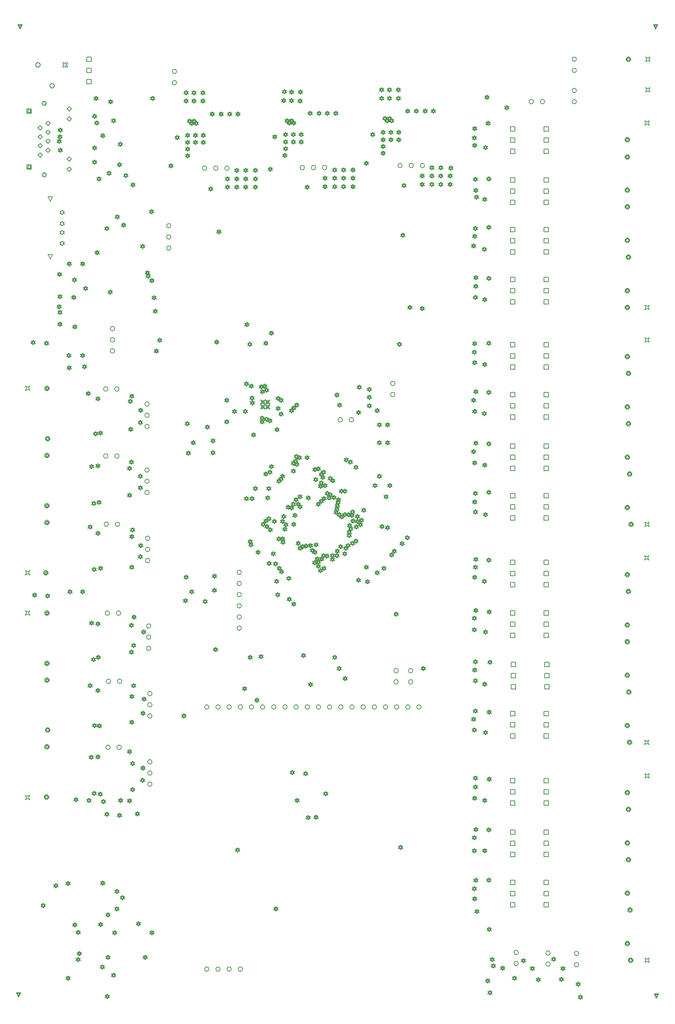
<source format=gbr>
%TF.GenerationSoftware,Altium Limited,Altium Designer,19.1.5 (86)*%
G04 Layer_Color=2752767*
%FSLAX26Y26*%
%MOIN*%
%TF.FileFunction,Drawing*%
%TF.Part,Single*%
G01*
G75*
%TA.AperFunction,NonConductor*%
%ADD103C,0.005000*%
%ADD176C,0.006667*%
%ADD177C,0.004000*%
D103*
X1755000Y9185000D02*
Y9225000D01*
X1795000D01*
Y9185000D01*
X1755000D01*
Y9085000D02*
Y9125000D01*
X1795000D01*
Y9085000D01*
X1755000D01*
Y8985000D02*
Y9025000D01*
X1795000D01*
Y8985000D01*
X1755000D01*
X5550000Y1820000D02*
Y1860000D01*
X5590000D01*
Y1820000D01*
X5550000D01*
Y1720000D02*
Y1760000D01*
X5590000D01*
Y1720000D01*
X5550000D01*
Y1620000D02*
Y1660000D01*
X5590000D01*
Y1620000D01*
X5550000D01*
X5850000Y1820000D02*
Y1860000D01*
X5890000D01*
Y1820000D01*
X5850000D01*
Y1720000D02*
Y1760000D01*
X5890000D01*
Y1720000D01*
X5850000D01*
Y1620000D02*
Y1660000D01*
X5890000D01*
Y1620000D01*
X5850000D01*
X5550000Y2270000D02*
Y2310000D01*
X5590000D01*
Y2270000D01*
X5550000D01*
Y2170000D02*
Y2210000D01*
X5590000D01*
Y2170000D01*
X5550000D01*
Y2070000D02*
Y2110000D01*
X5590000D01*
Y2070000D01*
X5550000D01*
X5850000Y2270000D02*
Y2310000D01*
X5890000D01*
Y2270000D01*
X5850000D01*
Y2170000D02*
Y2210000D01*
X5890000D01*
Y2170000D01*
X5850000D01*
Y2070000D02*
Y2110000D01*
X5890000D01*
Y2070000D01*
X5850000D01*
X5550000Y2730000D02*
Y2770000D01*
X5590000D01*
Y2730000D01*
X5550000D01*
Y2630000D02*
Y2670000D01*
X5590000D01*
Y2630000D01*
X5550000D01*
Y2530000D02*
Y2570000D01*
X5590000D01*
Y2530000D01*
X5550000D01*
X5850000Y2730000D02*
Y2770000D01*
X5890000D01*
Y2730000D01*
X5850000D01*
Y2630000D02*
Y2670000D01*
X5890000D01*
Y2630000D01*
X5850000D01*
Y2530000D02*
Y2570000D01*
X5890000D01*
Y2530000D01*
X5850000D01*
X5550000Y3330000D02*
Y3370000D01*
X5590000D01*
Y3330000D01*
X5550000D01*
Y3230000D02*
Y3270000D01*
X5590000D01*
Y3230000D01*
X5550000D01*
Y3130000D02*
Y3170000D01*
X5590000D01*
Y3130000D01*
X5550000D01*
X5850000Y3330000D02*
Y3370000D01*
X5890000D01*
Y3330000D01*
X5850000D01*
Y3230000D02*
Y3270000D01*
X5890000D01*
Y3230000D01*
X5850000D01*
Y3130000D02*
Y3170000D01*
X5890000D01*
Y3130000D01*
X5850000D01*
X5555000Y3770000D02*
Y3810000D01*
X5595000D01*
Y3770000D01*
X5555000D01*
Y3670000D02*
Y3710000D01*
X5595000D01*
Y3670000D01*
X5555000D01*
Y3570000D02*
Y3610000D01*
X5595000D01*
Y3570000D01*
X5555000D01*
X5855000Y3770000D02*
Y3810000D01*
X5895000D01*
Y3770000D01*
X5855000D01*
Y3670000D02*
Y3710000D01*
X5895000D01*
Y3670000D01*
X5855000D01*
Y3570000D02*
Y3610000D01*
X5895000D01*
Y3570000D01*
X5855000D01*
X5550000Y4230000D02*
Y4270000D01*
X5590000D01*
Y4230000D01*
X5550000D01*
Y4130000D02*
Y4170000D01*
X5590000D01*
Y4130000D01*
X5550000D01*
Y4030000D02*
Y4070000D01*
X5590000D01*
Y4030000D01*
X5550000D01*
X5850000Y4230000D02*
Y4270000D01*
X5890000D01*
Y4230000D01*
X5850000D01*
Y4130000D02*
Y4170000D01*
X5890000D01*
Y4130000D01*
X5850000D01*
Y4030000D02*
Y4070000D01*
X5890000D01*
Y4030000D01*
X5850000D01*
X5550000Y4685000D02*
Y4725000D01*
X5590000D01*
Y4685000D01*
X5550000D01*
Y4585000D02*
Y4625000D01*
X5590000D01*
Y4585000D01*
X5550000D01*
Y4485000D02*
Y4525000D01*
X5590000D01*
Y4485000D01*
X5550000D01*
X5850000Y4685000D02*
Y4725000D01*
X5890000D01*
Y4685000D01*
X5850000D01*
Y4585000D02*
Y4625000D01*
X5890000D01*
Y4585000D01*
X5850000D01*
Y4485000D02*
Y4525000D01*
X5890000D01*
Y4485000D01*
X5850000D01*
X5550000Y5280000D02*
Y5320000D01*
X5590000D01*
Y5280000D01*
X5550000D01*
Y5180000D02*
Y5220000D01*
X5590000D01*
Y5180000D01*
X5550000D01*
Y5080000D02*
Y5120000D01*
X5590000D01*
Y5080000D01*
X5550000D01*
X5850000Y5280000D02*
Y5320000D01*
X5890000D01*
Y5280000D01*
X5850000D01*
Y5180000D02*
Y5220000D01*
X5890000D01*
Y5180000D01*
X5850000D01*
Y5080000D02*
Y5120000D01*
X5890000D01*
Y5080000D01*
X5850000D01*
X5550000Y5725000D02*
Y5765000D01*
X5590000D01*
Y5725000D01*
X5550000D01*
Y5625000D02*
Y5665000D01*
X5590000D01*
Y5625000D01*
X5550000D01*
Y5525000D02*
Y5565000D01*
X5590000D01*
Y5525000D01*
X5550000D01*
X5850000Y5725000D02*
Y5765000D01*
X5890000D01*
Y5725000D01*
X5850000D01*
Y5625000D02*
Y5665000D01*
X5890000D01*
Y5625000D01*
X5850000D01*
Y5525000D02*
Y5565000D01*
X5890000D01*
Y5525000D01*
X5850000D01*
X5550000Y6185000D02*
Y6225000D01*
X5590000D01*
Y6185000D01*
X5550000D01*
Y6085000D02*
Y6125000D01*
X5590000D01*
Y6085000D01*
X5550000D01*
Y5985000D02*
Y6025000D01*
X5590000D01*
Y5985000D01*
X5550000D01*
X5850000Y6185000D02*
Y6225000D01*
X5890000D01*
Y6185000D01*
X5850000D01*
Y6085000D02*
Y6125000D01*
X5890000D01*
Y6085000D01*
X5850000D01*
Y5985000D02*
Y6025000D01*
X5890000D01*
Y5985000D01*
X5850000D01*
X5550000Y6630000D02*
Y6670000D01*
X5590000D01*
Y6630000D01*
X5550000D01*
Y6530000D02*
Y6570000D01*
X5590000D01*
Y6530000D01*
X5550000D01*
Y6430000D02*
Y6470000D01*
X5590000D01*
Y6430000D01*
X5550000D01*
X5850000Y6630000D02*
Y6670000D01*
X5890000D01*
Y6630000D01*
X5850000D01*
Y6530000D02*
Y6570000D01*
X5890000D01*
Y6530000D01*
X5850000D01*
Y6430000D02*
Y6470000D01*
X5890000D01*
Y6430000D01*
X5850000D01*
X5550000Y7215000D02*
Y7255000D01*
X5590000D01*
Y7215000D01*
X5550000D01*
Y7115000D02*
Y7155000D01*
X5590000D01*
Y7115000D01*
X5550000D01*
Y7015000D02*
Y7055000D01*
X5590000D01*
Y7015000D01*
X5550000D01*
X5850000Y7215000D02*
Y7255000D01*
X5890000D01*
Y7215000D01*
X5850000D01*
Y7115000D02*
Y7155000D01*
X5890000D01*
Y7115000D01*
X5850000D01*
Y7015000D02*
Y7055000D01*
X5890000D01*
Y7015000D01*
X5850000D01*
X5550000Y7660000D02*
Y7700000D01*
X5590000D01*
Y7660000D01*
X5550000D01*
Y7560000D02*
Y7600000D01*
X5590000D01*
Y7560000D01*
X5550000D01*
Y7460000D02*
Y7500000D01*
X5590000D01*
Y7460000D01*
X5550000D01*
X5850000Y7660000D02*
Y7700000D01*
X5890000D01*
Y7660000D01*
X5850000D01*
Y7560000D02*
Y7600000D01*
X5890000D01*
Y7560000D01*
X5850000D01*
Y7460000D02*
Y7500000D01*
X5890000D01*
Y7460000D01*
X5850000D01*
X5550000Y8105000D02*
Y8145000D01*
X5590000D01*
Y8105000D01*
X5550000D01*
Y8005000D02*
Y8045000D01*
X5590000D01*
Y8005000D01*
X5550000D01*
Y7905000D02*
Y7945000D01*
X5590000D01*
Y7905000D01*
X5550000D01*
X5850000Y8105000D02*
Y8145000D01*
X5890000D01*
Y8105000D01*
X5850000D01*
Y8005000D02*
Y8045000D01*
X5890000D01*
Y8005000D01*
X5850000D01*
Y7905000D02*
Y7945000D01*
X5890000D01*
Y7905000D01*
X5850000D01*
X5550000Y8560000D02*
Y8600000D01*
X5590000D01*
Y8560000D01*
X5550000D01*
Y8460000D02*
Y8500000D01*
X5590000D01*
Y8460000D01*
X5550000D01*
Y8360000D02*
Y8400000D01*
X5590000D01*
Y8360000D01*
X5550000D01*
X5850000Y8560000D02*
Y8600000D01*
X5890000D01*
Y8560000D01*
X5850000D01*
Y8460000D02*
Y8500000D01*
X5890000D01*
Y8460000D01*
X5850000D01*
Y8360000D02*
Y8400000D01*
X5890000D01*
Y8360000D01*
X5850000D01*
X1428347Y7416339D02*
X1408347Y7456339D01*
X1448347D01*
X1428347Y7416339D01*
Y7933661D02*
X1408347Y7973661D01*
X1448347D01*
X1428347Y7933661D01*
X1535039Y7537205D02*
X1545039Y7547205D01*
X1555039D01*
X1545039Y7557205D01*
X1555039Y7567205D01*
X1545039D01*
X1535039Y7577205D01*
X1525039Y7567205D01*
X1515039D01*
X1525039Y7557205D01*
X1515039Y7547205D01*
X1525039D01*
X1535039Y7537205D01*
Y7635630D02*
X1545039Y7645630D01*
X1555039D01*
X1545039Y7655630D01*
X1555039Y7665630D01*
X1545039D01*
X1535039Y7675630D01*
X1525039Y7665630D01*
X1515039D01*
X1525039Y7655630D01*
X1515039Y7645630D01*
X1525039D01*
X1535039Y7635630D01*
Y7714370D02*
X1545039Y7724370D01*
X1555039D01*
X1545039Y7734370D01*
X1555039Y7744370D01*
X1545039D01*
X1535039Y7754370D01*
X1525039Y7744370D01*
X1515039D01*
X1525039Y7734370D01*
X1515039Y7724370D01*
X1525039D01*
X1535039Y7714370D01*
Y7812795D02*
X1545039Y7822795D01*
X1555039D01*
X1545039Y7832795D01*
X1555039Y7842795D01*
X1545039D01*
X1535039Y7852795D01*
X1525039Y7842795D01*
X1515039D01*
X1525039Y7832795D01*
X1515039Y7822795D01*
X1525039D01*
X1535039Y7812795D01*
X1203976Y2580000D02*
X1213976Y2600000D01*
X1203976Y2620000D01*
X1223976Y2610000D01*
X1243976Y2620000D01*
X1233976Y2600000D01*
X1243976Y2580000D01*
X1223976Y2590000D01*
X1203976Y2580000D01*
Y4231575D02*
X1213976Y4251575D01*
X1203976Y4271575D01*
X1223976Y4261575D01*
X1243976Y4271575D01*
X1233976Y4251575D01*
X1243976Y4231575D01*
X1223976Y4241575D01*
X1203976Y4231575D01*
X6751024Y2775000D02*
X6761024Y2795000D01*
X6751024Y2815000D01*
X6771024Y2805000D01*
X6791024Y2815000D01*
X6781024Y2795000D01*
X6791024Y2775000D01*
X6771024Y2785000D01*
X6751024Y2775000D01*
Y1123425D02*
X6761024Y1143425D01*
X6751024Y1163425D01*
X6771024Y1153425D01*
X6791024Y1163425D01*
X6781024Y1143425D01*
X6791024Y1123425D01*
X6771024Y1133425D01*
X6751024Y1123425D01*
X6750000Y4725000D02*
X6760000Y4745000D01*
X6750000Y4765000D01*
X6770000Y4755000D01*
X6790000Y4765000D01*
X6780000Y4745000D01*
X6790000Y4725000D01*
X6770000Y4735000D01*
X6750000Y4725000D01*
Y3073425D02*
X6760000Y3093425D01*
X6750000Y3113425D01*
X6770000Y3103425D01*
X6790000Y3113425D01*
X6780000Y3093425D01*
X6790000Y3073425D01*
X6770000Y3083425D01*
X6750000Y3073425D01*
X1203976Y4590000D02*
X1213976Y4610000D01*
X1203976Y4630000D01*
X1223976Y4620000D01*
X1243976Y4630000D01*
X1233976Y4610000D01*
X1243976Y4590000D01*
X1223976Y4600000D01*
X1203976Y4590000D01*
Y6241575D02*
X1213976Y6261575D01*
X1203976Y6281575D01*
X1223976Y6271575D01*
X1243976Y6281575D01*
X1233976Y6261575D01*
X1243976Y6241575D01*
X1223976Y6251575D01*
X1203976Y6241575D01*
X6751024Y6675000D02*
X6761024Y6695000D01*
X6751024Y6715000D01*
X6771024Y6705000D01*
X6791024Y6715000D01*
X6781024Y6695000D01*
X6791024Y6675000D01*
X6771024Y6685000D01*
X6751024Y6675000D01*
Y5023425D02*
X6761024Y5043425D01*
X6751024Y5063425D01*
X6771024Y5053425D01*
X6791024Y5063425D01*
X6781024Y5043425D01*
X6791024Y5023425D01*
X6771024Y5033425D01*
X6751024Y5023425D01*
X1434921Y8956024D02*
Y8946024D01*
X1454921D01*
Y8956024D01*
X1464921D01*
Y8976024D01*
X1454921D01*
Y8986024D01*
X1434921D01*
Y8976024D01*
X1424921D01*
Y8956024D01*
X1434921D01*
X1306968Y9145000D02*
Y9135000D01*
X1326968D01*
Y9145000D01*
X1336968D01*
Y9165000D01*
X1326968D01*
Y9175000D01*
X1306968D01*
Y9165000D01*
X1296968D01*
Y9145000D01*
X1306968D01*
X1543032Y9135000D02*
X1553032D01*
X1563032Y9145000D01*
X1573032Y9135000D01*
X1583032D01*
Y9145000D01*
X1573032Y9155000D01*
X1583032Y9165000D01*
Y9175000D01*
X1573032D01*
X1563032Y9165000D01*
X1553032Y9175000D01*
X1543032D01*
Y9165000D01*
X1553032Y9155000D01*
X1543032Y9145000D01*
Y9135000D01*
X6760000Y9185000D02*
X6770000Y9205000D01*
X6760000Y9225000D01*
X6780000Y9215000D01*
X6800000Y9225000D01*
X6790000Y9205000D01*
X6800000Y9185000D01*
X6780000Y9195000D01*
X6760000Y9185000D01*
Y8911378D02*
X6770000Y8931378D01*
X6760000Y8951378D01*
X6780000Y8941378D01*
X6800000Y8951378D01*
X6790000Y8931378D01*
X6800000Y8911378D01*
X6780000Y8921378D01*
X6760000Y8911378D01*
X6751024Y8615000D02*
X6761024Y8635000D01*
X6751024Y8655000D01*
X6771024Y8645000D01*
X6791024Y8655000D01*
X6781024Y8635000D01*
X6791024Y8615000D01*
X6771024Y8625000D01*
X6751024Y8615000D01*
Y6963425D02*
X6761024Y6983425D01*
X6751024Y7003425D01*
X6771024Y6993425D01*
X6791024Y7003425D01*
X6781024Y6983425D01*
X6791024Y6963425D01*
X6771024Y6973425D01*
X6751024Y6963425D01*
X1319921Y8349213D02*
X1339921Y8369213D01*
X1359921Y8349213D01*
X1339921Y8329213D01*
X1319921Y8349213D01*
X1390000Y8630315D02*
X1410000Y8650315D01*
X1430000Y8630315D01*
X1410000Y8610315D01*
X1390000Y8630315D01*
Y8389370D02*
X1410000Y8409370D01*
X1430000Y8389370D01*
X1410000Y8369370D01*
X1390000Y8389370D01*
X1319921Y8590157D02*
X1339921Y8610157D01*
X1359921Y8590157D01*
X1339921Y8570157D01*
X1319921Y8590157D01*
Y8429528D02*
X1339921Y8449528D01*
X1359921Y8429528D01*
X1339921Y8409528D01*
X1319921Y8429528D01*
X1390000Y8550000D02*
X1410000Y8570000D01*
X1430000Y8550000D01*
X1410000Y8530000D01*
X1390000Y8550000D01*
Y8469685D02*
X1410000Y8489685D01*
X1430000Y8469685D01*
X1410000Y8449685D01*
X1390000Y8469685D01*
X1319921Y8509843D02*
X1339921Y8529843D01*
X1359921Y8509843D01*
X1339921Y8489843D01*
X1319921Y8509843D01*
X1219921Y8219764D02*
Y8259764D01*
X1259921D01*
Y8219764D01*
X1219921D01*
X1227921Y8227764D02*
Y8251764D01*
X1251921D01*
Y8227764D01*
X1227921D01*
X1219921Y8719764D02*
Y8759764D01*
X1259921D01*
Y8719764D01*
X1219921D01*
X1227921Y8727764D02*
Y8751764D01*
X1251921D01*
Y8727764D01*
X1227921D01*
X1579764Y8759843D02*
X1599764Y8779843D01*
X1619764Y8759843D01*
X1599764Y8739843D01*
X1579764Y8759843D01*
Y8219685D02*
X1599764Y8239685D01*
X1619764Y8219685D01*
X1599764Y8199685D01*
X1579764Y8219685D01*
Y8669685D02*
X1599764Y8689685D01*
X1619764Y8669685D01*
X1599764Y8649685D01*
X1579764Y8669685D01*
Y8309843D02*
X1599764Y8329843D01*
X1619764Y8309843D01*
X1599764Y8289843D01*
X1579764Y8309843D01*
X1145000Y815000D02*
X1125000Y855000D01*
X1165000D01*
X1145000Y815000D01*
Y823000D02*
X1133000Y847000D01*
X1157000D01*
X1145000Y823000D01*
X6855000Y805000D02*
X6835000Y845000D01*
X6875000D01*
X6855000Y805000D01*
Y813000D02*
X6843000Y837000D01*
X6867000D01*
X6855000Y813000D01*
X6850000Y9475000D02*
X6830000Y9515000D01*
X6870000D01*
X6850000Y9475000D01*
Y9483000D02*
X6838000Y9507000D01*
X6862000D01*
X6850000Y9483000D01*
X1160000Y9475000D02*
X1140000Y9515000D01*
X1180000D01*
X1160000Y9475000D01*
Y9483000D02*
X1148000Y9507000D01*
X1172000D01*
X1160000Y9483000D01*
X4415000Y4630000D02*
X4425000Y4640000D01*
X4435000D01*
X4425000Y4650000D01*
X4435000Y4660000D01*
X4425000D01*
X4415000Y4670000D01*
X4405000Y4660000D01*
X4395000D01*
X4405000Y4650000D01*
X4395000Y4640000D01*
X4405000D01*
X4415000Y4630000D01*
Y4638000D02*
X4421000Y4644000D01*
X4427000D01*
X4421000Y4650000D01*
X4427000Y4656000D01*
X4421000D01*
X4415000Y4662000D01*
X4409000Y4656000D01*
X4403000D01*
X4409000Y4650000D01*
X4403000Y4644000D01*
X4409000D01*
X4415000Y4638000D01*
X4065000Y4760000D02*
X4075000Y4770000D01*
X4085000D01*
X4075000Y4780000D01*
X4085000Y4790000D01*
X4075000D01*
X4065000Y4800000D01*
X4055000Y4790000D01*
X4045000D01*
X4055000Y4780000D01*
X4045000Y4770000D01*
X4055000D01*
X4065000Y4760000D01*
Y4768000D02*
X4071000Y4774000D01*
X4077000D01*
X4071000Y4780000D01*
X4077000Y4786000D01*
X4071000D01*
X4065000Y4792000D01*
X4059000Y4786000D01*
X4053000D01*
X4059000Y4780000D01*
X4053000Y4774000D01*
X4059000D01*
X4065000Y4768000D01*
X4470000Y5370000D02*
X4480000Y5380000D01*
X4490000D01*
X4480000Y5390000D01*
X4490000Y5400000D01*
X4480000D01*
X4470000Y5410000D01*
X4460000Y5400000D01*
X4450000D01*
X4460000Y5390000D01*
X4450000Y5380000D01*
X4460000D01*
X4470000Y5370000D01*
Y5378000D02*
X4476000Y5384000D01*
X4482000D01*
X4476000Y5390000D01*
X4482000Y5396000D01*
X4476000D01*
X4470000Y5402000D01*
X4464000Y5396000D01*
X4458000D01*
X4464000Y5390000D01*
X4458000Y5384000D01*
X4464000D01*
X4470000Y5378000D01*
X4335000Y5370000D02*
X4345000Y5380000D01*
X4355000D01*
X4345000Y5390000D01*
X4355000Y5400000D01*
X4345000D01*
X4335000Y5410000D01*
X4325000Y5400000D01*
X4315000D01*
X4325000Y5390000D01*
X4315000Y5380000D01*
X4325000D01*
X4335000Y5370000D01*
Y5378000D02*
X4341000Y5384000D01*
X4347000D01*
X4341000Y5390000D01*
X4347000Y5396000D01*
X4341000D01*
X4335000Y5402000D01*
X4329000Y5396000D01*
X4323000D01*
X4329000Y5390000D01*
X4323000Y5384000D01*
X4329000D01*
X4335000Y5378000D01*
X4115000Y5580000D02*
X4125000Y5590000D01*
X4135000D01*
X4125000Y5600000D01*
X4135000Y5610000D01*
X4125000D01*
X4115000Y5620000D01*
X4105000Y5610000D01*
X4095000D01*
X4105000Y5600000D01*
X4095000Y5590000D01*
X4105000D01*
X4115000Y5580000D01*
Y5588000D02*
X4121000Y5594000D01*
X4127000D01*
X4121000Y5600000D01*
X4127000Y5606000D01*
X4121000D01*
X4115000Y5612000D01*
X4109000Y5606000D01*
X4103000D01*
X4109000Y5600000D01*
X4103000Y5594000D01*
X4109000D01*
X4115000Y5588000D01*
X4080000Y5600000D02*
X4090000Y5610000D01*
X4100000D01*
X4090000Y5620000D01*
X4100000Y5630000D01*
X4090000D01*
X4080000Y5640000D01*
X4070000Y5630000D01*
X4060000D01*
X4070000Y5620000D01*
X4060000Y5610000D01*
X4070000D01*
X4080000Y5600000D01*
Y5608000D02*
X4086000Y5614000D01*
X4092000D01*
X4086000Y5620000D01*
X4092000Y5626000D01*
X4086000D01*
X4080000Y5632000D01*
X4074000Y5626000D01*
X4068000D01*
X4074000Y5620000D01*
X4068000Y5614000D01*
X4074000D01*
X4080000Y5608000D01*
X3395000Y5490000D02*
X3405000Y5500000D01*
X3415000D01*
X3405000Y5510000D01*
X3415000Y5520000D01*
X3405000D01*
X3395000Y5530000D01*
X3385000Y5520000D01*
X3375000D01*
X3385000Y5510000D01*
X3375000Y5500000D01*
X3385000D01*
X3395000Y5490000D01*
Y5498000D02*
X3401000Y5504000D01*
X3407000D01*
X3401000Y5510000D01*
X3407000Y5516000D01*
X3401000D01*
X3395000Y5522000D01*
X3389000Y5516000D01*
X3383000D01*
X3389000Y5510000D01*
X3383000Y5504000D01*
X3389000D01*
X3395000Y5498000D01*
X3360000Y5475000D02*
X3370000Y5485000D01*
X3380000D01*
X3370000Y5495000D01*
X3380000Y5505000D01*
X3370000D01*
X3360000Y5515000D01*
X3350000Y5505000D01*
X3340000D01*
X3350000Y5495000D01*
X3340000Y5485000D01*
X3350000D01*
X3360000Y5475000D01*
Y5483000D02*
X3366000Y5489000D01*
X3372000D01*
X3366000Y5495000D01*
X3372000Y5501000D01*
X3366000D01*
X3360000Y5507000D01*
X3354000Y5501000D01*
X3348000D01*
X3354000Y5495000D01*
X3348000Y5489000D01*
X3354000D01*
X3360000Y5483000D01*
X3235000Y5255000D02*
X3245000Y5265000D01*
X3255000D01*
X3245000Y5275000D01*
X3255000Y5285000D01*
X3245000D01*
X3235000Y5295000D01*
X3225000Y5285000D01*
X3215000D01*
X3225000Y5275000D01*
X3215000Y5265000D01*
X3225000D01*
X3235000Y5255000D01*
Y5263000D02*
X3241000Y5269000D01*
X3247000D01*
X3241000Y5275000D01*
X3247000Y5281000D01*
X3241000D01*
X3235000Y5287000D01*
X3229000Y5281000D01*
X3223000D01*
X3229000Y5275000D01*
X3223000Y5269000D01*
X3229000D01*
X3235000Y5263000D01*
X3185000Y5255000D02*
X3195000Y5265000D01*
X3205000D01*
X3195000Y5275000D01*
X3205000Y5285000D01*
X3195000D01*
X3185000Y5295000D01*
X3175000Y5285000D01*
X3165000D01*
X3175000Y5275000D01*
X3165000Y5265000D01*
X3175000D01*
X3185000Y5255000D01*
Y5263000D02*
X3191000Y5269000D01*
X3197000D01*
X3191000Y5275000D01*
X3197000Y5281000D01*
X3191000D01*
X3185000Y5287000D01*
X3179000Y5281000D01*
X3173000D01*
X3179000Y5275000D01*
X3173000Y5269000D01*
X3179000D01*
X3185000Y5263000D01*
X3290000Y4775000D02*
X3300000Y4785000D01*
X3310000D01*
X3300000Y4795000D01*
X3310000Y4805000D01*
X3300000D01*
X3290000Y4815000D01*
X3280000Y4805000D01*
X3270000D01*
X3280000Y4795000D01*
X3270000Y4785000D01*
X3280000D01*
X3290000Y4775000D01*
Y4783000D02*
X3296000Y4789000D01*
X3302000D01*
X3296000Y4795000D01*
X3302000Y4801000D01*
X3296000D01*
X3290000Y4807000D01*
X3284000Y4801000D01*
X3278000D01*
X3284000Y4795000D01*
X3278000Y4789000D01*
X3284000D01*
X3290000Y4783000D01*
X3220000Y4870000D02*
X3230000Y4880000D01*
X3240000D01*
X3230000Y4890000D01*
X3240000Y4900000D01*
X3230000D01*
X3220000Y4910000D01*
X3210000Y4900000D01*
X3200000D01*
X3210000Y4890000D01*
X3200000Y4880000D01*
X3210000D01*
X3220000Y4870000D01*
Y4878000D02*
X3226000Y4884000D01*
X3232000D01*
X3226000Y4890000D01*
X3232000Y4896000D01*
X3226000D01*
X3220000Y4902000D01*
X3214000Y4896000D01*
X3208000D01*
X3214000Y4890000D01*
X3208000Y4884000D01*
X3214000D01*
X3220000Y4878000D01*
X3445000Y4670000D02*
X3455000Y4680000D01*
X3465000D01*
X3455000Y4690000D01*
X3465000Y4700000D01*
X3455000D01*
X3445000Y4710000D01*
X3435000Y4700000D01*
X3425000D01*
X3435000Y4690000D01*
X3425000Y4680000D01*
X3435000D01*
X3445000Y4670000D01*
Y4678000D02*
X3451000Y4684000D01*
X3457000D01*
X3451000Y4690000D01*
X3457000Y4696000D01*
X3451000D01*
X3445000Y4702000D01*
X3439000Y4696000D01*
X3433000D01*
X3439000Y4690000D01*
X3433000Y4684000D01*
X3439000D01*
X3445000Y4678000D01*
X3500000Y4600000D02*
X3510000Y4610000D01*
X3520000D01*
X3510000Y4620000D01*
X3520000Y4630000D01*
X3510000D01*
X3500000Y4640000D01*
X3490000Y4630000D01*
X3480000D01*
X3490000Y4620000D01*
X3480000Y4610000D01*
X3490000D01*
X3500000Y4600000D01*
Y4608000D02*
X3506000Y4614000D01*
X3512000D01*
X3506000Y4620000D01*
X3512000Y4626000D01*
X3506000D01*
X3500000Y4632000D01*
X3494000Y4626000D01*
X3488000D01*
X3494000Y4620000D01*
X3488000Y4614000D01*
X3494000D01*
X3500000Y4608000D01*
X3565000Y4540000D02*
X3575000Y4550000D01*
X3585000D01*
X3575000Y4560000D01*
X3585000Y4570000D01*
X3575000D01*
X3565000Y4580000D01*
X3555000Y4570000D01*
X3545000D01*
X3555000Y4560000D01*
X3545000Y4550000D01*
X3555000D01*
X3565000Y4540000D01*
Y4548000D02*
X3571000Y4554000D01*
X3577000D01*
X3571000Y4560000D01*
X3577000Y4566000D01*
X3571000D01*
X3565000Y4572000D01*
X3559000Y4566000D01*
X3553000D01*
X3559000Y4560000D01*
X3553000Y4554000D01*
X3559000D01*
X3565000Y4548000D01*
X3880000Y4630000D02*
X3890000Y4640000D01*
X3900000D01*
X3890000Y4650000D01*
X3900000Y4660000D01*
X3890000D01*
X3880000Y4670000D01*
X3870000Y4660000D01*
X3860000D01*
X3870000Y4650000D01*
X3860000Y4640000D01*
X3870000D01*
X3880000Y4630000D01*
Y4638000D02*
X3886000Y4644000D01*
X3892000D01*
X3886000Y4650000D01*
X3892000Y4656000D01*
X3886000D01*
X3880000Y4662000D01*
X3874000Y4656000D01*
X3868000D01*
X3874000Y4650000D01*
X3868000Y4644000D01*
X3874000D01*
X3880000Y4638000D01*
X3850000Y4610000D02*
X3860000Y4620000D01*
X3870000D01*
X3860000Y4630000D01*
X3870000Y4640000D01*
X3860000D01*
X3850000Y4650000D01*
X3840000Y4640000D01*
X3830000D01*
X3840000Y4630000D01*
X3830000Y4620000D01*
X3840000D01*
X3850000Y4610000D01*
Y4618000D02*
X3856000Y4624000D01*
X3862000D01*
X3856000Y4630000D01*
X3862000Y4636000D01*
X3856000D01*
X3850000Y4642000D01*
X3844000Y4636000D01*
X3838000D01*
X3844000Y4630000D01*
X3838000Y4624000D01*
X3844000D01*
X3850000Y4618000D01*
X3510000Y5455000D02*
X3520000Y5465000D01*
X3530000D01*
X3520000Y5475000D01*
X3530000Y5485000D01*
X3520000D01*
X3510000Y5495000D01*
X3500000Y5485000D01*
X3490000D01*
X3500000Y5475000D01*
X3490000Y5465000D01*
X3500000D01*
X3510000Y5455000D01*
Y5463000D02*
X3516000Y5469000D01*
X3522000D01*
X3516000Y5475000D01*
X3522000Y5481000D01*
X3516000D01*
X3510000Y5487000D01*
X3504000Y5481000D01*
X3498000D01*
X3504000Y5475000D01*
X3498000Y5469000D01*
X3504000D01*
X3510000Y5463000D01*
X3495000Y5430000D02*
X3505000Y5440000D01*
X3515000D01*
X3505000Y5450000D01*
X3515000Y5460000D01*
X3505000D01*
X3495000Y5470000D01*
X3485000Y5460000D01*
X3475000D01*
X3485000Y5450000D01*
X3475000Y5440000D01*
X3485000D01*
X3495000Y5430000D01*
Y5438000D02*
X3501000Y5444000D01*
X3507000D01*
X3501000Y5450000D01*
X3507000Y5456000D01*
X3501000D01*
X3495000Y5462000D01*
X3489000Y5456000D01*
X3483000D01*
X3489000Y5450000D01*
X3483000Y5444000D01*
X3489000D01*
X3495000Y5438000D01*
X3475000Y5410000D02*
X3485000Y5420000D01*
X3495000D01*
X3485000Y5430000D01*
X3495000Y5440000D01*
X3485000D01*
X3475000Y5450000D01*
X3465000Y5440000D01*
X3455000D01*
X3465000Y5430000D01*
X3455000Y5420000D01*
X3465000D01*
X3475000Y5410000D01*
Y5418000D02*
X3481000Y5424000D01*
X3487000D01*
X3481000Y5430000D01*
X3487000Y5436000D01*
X3481000D01*
X3475000Y5442000D01*
X3469000Y5436000D01*
X3463000D01*
X3469000Y5430000D01*
X3463000Y5424000D01*
X3469000D01*
X3475000Y5418000D01*
X3465000Y4395000D02*
X3475000Y4405000D01*
X3485000D01*
X3475000Y4415000D01*
X3485000Y4425000D01*
X3475000D01*
X3465000Y4435000D01*
X3455000Y4425000D01*
X3445000D01*
X3455000Y4415000D01*
X3445000Y4405000D01*
X3455000D01*
X3465000Y4395000D01*
Y4403000D02*
X3471000Y4409000D01*
X3477000D01*
X3471000Y4415000D01*
X3477000Y4421000D01*
X3471000D01*
X3465000Y4427000D01*
X3459000Y4421000D01*
X3453000D01*
X3459000Y4415000D01*
X3453000Y4409000D01*
X3459000D01*
X3465000Y4403000D01*
X4400000Y5005000D02*
X4410000Y5015000D01*
X4420000D01*
X4410000Y5025000D01*
X4420000Y5035000D01*
X4410000D01*
X4400000Y5045000D01*
X4390000Y5035000D01*
X4380000D01*
X4390000Y5025000D01*
X4380000Y5015000D01*
X4390000D01*
X4400000Y5005000D01*
Y5013000D02*
X4406000Y5019000D01*
X4412000D01*
X4406000Y5025000D01*
X4412000Y5031000D01*
X4406000D01*
X4400000Y5037000D01*
X4394000Y5031000D01*
X4388000D01*
X4394000Y5025000D01*
X4388000Y5019000D01*
X4394000D01*
X4400000Y5013000D01*
X3935000Y5435000D02*
X3945000Y5445000D01*
X3955000D01*
X3945000Y5455000D01*
X3955000Y5465000D01*
X3945000D01*
X3935000Y5475000D01*
X3925000Y5465000D01*
X3915000D01*
X3925000Y5455000D01*
X3915000Y5445000D01*
X3925000D01*
X3935000Y5435000D01*
Y5443000D02*
X3941000Y5449000D01*
X3947000D01*
X3941000Y5455000D01*
X3947000Y5461000D01*
X3941000D01*
X3935000Y5467000D01*
X3929000Y5461000D01*
X3923000D01*
X3929000Y5455000D01*
X3923000Y5449000D01*
X3929000D01*
X3935000Y5443000D01*
X3875000Y5490000D02*
X3885000Y5500000D01*
X3895000D01*
X3885000Y5510000D01*
X3895000Y5520000D01*
X3885000D01*
X3875000Y5530000D01*
X3865000Y5520000D01*
X3855000D01*
X3865000Y5510000D01*
X3855000Y5500000D01*
X3865000D01*
X3875000Y5490000D01*
Y5498000D02*
X3881000Y5504000D01*
X3887000D01*
X3881000Y5510000D01*
X3887000Y5516000D01*
X3881000D01*
X3875000Y5522000D01*
X3869000Y5516000D01*
X3863000D01*
X3869000Y5510000D01*
X3863000Y5504000D01*
X3869000D01*
X3875000Y5498000D01*
X3830000Y5520000D02*
X3840000Y5530000D01*
X3850000D01*
X3840000Y5540000D01*
X3850000Y5550000D01*
X3840000D01*
X3830000Y5560000D01*
X3820000Y5550000D01*
X3810000D01*
X3820000Y5540000D01*
X3810000Y5530000D01*
X3820000D01*
X3830000Y5520000D01*
Y5528000D02*
X3836000Y5534000D01*
X3842000D01*
X3836000Y5540000D01*
X3842000Y5546000D01*
X3836000D01*
X3830000Y5552000D01*
X3824000Y5546000D01*
X3818000D01*
X3824000Y5540000D01*
X3818000Y5534000D01*
X3824000D01*
X3830000Y5528000D01*
X3855000Y5470000D02*
X3865000Y5480000D01*
X3875000D01*
X3865000Y5490000D01*
X3875000Y5500000D01*
X3865000D01*
X3855000Y5510000D01*
X3845000Y5500000D01*
X3835000D01*
X3845000Y5490000D01*
X3835000Y5480000D01*
X3845000D01*
X3855000Y5470000D01*
Y5478000D02*
X3861000Y5484000D01*
X3867000D01*
X3861000Y5490000D01*
X3867000Y5496000D01*
X3861000D01*
X3855000Y5502000D01*
X3849000Y5496000D01*
X3843000D01*
X3849000Y5490000D01*
X3843000Y5484000D01*
X3849000D01*
X3855000Y5478000D01*
X3800000Y5515000D02*
X3810000Y5525000D01*
X3820000D01*
X3810000Y5535000D01*
X3820000Y5545000D01*
X3810000D01*
X3800000Y5555000D01*
X3790000Y5545000D01*
X3780000D01*
X3790000Y5535000D01*
X3780000Y5525000D01*
X3790000D01*
X3800000Y5515000D01*
Y5523000D02*
X3806000Y5529000D01*
X3812000D01*
X3806000Y5535000D01*
X3812000Y5541000D01*
X3806000D01*
X3800000Y5547000D01*
X3794000Y5541000D01*
X3788000D01*
X3794000Y5535000D01*
X3788000Y5529000D01*
X3794000D01*
X3800000Y5523000D01*
X3870000Y5445000D02*
X3880000Y5455000D01*
X3890000D01*
X3880000Y5465000D01*
X3890000Y5475000D01*
X3880000D01*
X3870000Y5485000D01*
X3860000Y5475000D01*
X3850000D01*
X3860000Y5465000D01*
X3850000Y5455000D01*
X3860000D01*
X3870000Y5445000D01*
Y5453000D02*
X3876000Y5459000D01*
X3882000D01*
X3876000Y5465000D01*
X3882000Y5471000D01*
X3876000D01*
X3870000Y5477000D01*
X3864000Y5471000D01*
X3858000D01*
X3864000Y5465000D01*
X3858000Y5459000D01*
X3864000D01*
X3870000Y5453000D01*
X4010000Y5246000D02*
X4020000Y5256000D01*
X4030000D01*
X4020000Y5266000D01*
X4030000Y5276000D01*
X4020000D01*
X4010000Y5286000D01*
X4000000Y5276000D01*
X3990000D01*
X4000000Y5266000D01*
X3990000Y5256000D01*
X4000000D01*
X4010000Y5246000D01*
Y5254000D02*
X4016000Y5260000D01*
X4022000D01*
X4016000Y5266000D01*
X4022000Y5272000D01*
X4016000D01*
X4010000Y5278000D01*
X4004000Y5272000D01*
X3998000D01*
X4004000Y5266000D01*
X3998000Y5260000D01*
X4004000D01*
X4010000Y5254000D01*
X4035000Y5320000D02*
X4045000Y5330000D01*
X4055000D01*
X4045000Y5340000D01*
X4055000Y5350000D01*
X4045000D01*
X4035000Y5360000D01*
X4025000Y5350000D01*
X4015000D01*
X4025000Y5340000D01*
X4015000Y5330000D01*
X4025000D01*
X4035000Y5320000D01*
Y5328000D02*
X4041000Y5334000D01*
X4047000D01*
X4041000Y5340000D01*
X4047000Y5346000D01*
X4041000D01*
X4035000Y5352000D01*
X4029000Y5346000D01*
X4023000D01*
X4029000Y5340000D01*
X4023000Y5334000D01*
X4029000D01*
X4035000Y5328000D01*
X4065000Y5320000D02*
X4075000Y5330000D01*
X4085000D01*
X4075000Y5340000D01*
X4085000Y5350000D01*
X4075000D01*
X4065000Y5360000D01*
X4055000Y5350000D01*
X4045000D01*
X4055000Y5340000D01*
X4045000Y5330000D01*
X4055000D01*
X4065000Y5320000D01*
Y5328000D02*
X4071000Y5334000D01*
X4077000D01*
X4071000Y5340000D01*
X4077000Y5346000D01*
X4071000D01*
X4065000Y5352000D01*
X4059000Y5346000D01*
X4053000D01*
X4059000Y5340000D01*
X4053000Y5334000D01*
X4059000D01*
X4065000Y5328000D01*
X4005000Y5220000D02*
X4015000Y5230000D01*
X4025000D01*
X4015000Y5240000D01*
X4025000Y5250000D01*
X4015000D01*
X4005000Y5260000D01*
X3995000Y5250000D01*
X3985000D01*
X3995000Y5240000D01*
X3985000Y5230000D01*
X3995000D01*
X4005000Y5220000D01*
Y5228000D02*
X4011000Y5234000D01*
X4017000D01*
X4011000Y5240000D01*
X4017000Y5246000D01*
X4011000D01*
X4005000Y5252000D01*
X3999000Y5246000D01*
X3993000D01*
X3999000Y5240000D01*
X3993000Y5234000D01*
X3999000D01*
X4005000Y5228000D01*
X3909231Y5301000D02*
X3919231Y5311000D01*
X3929231D01*
X3919231Y5321000D01*
X3929231Y5331000D01*
X3919231D01*
X3909231Y5341000D01*
X3899231Y5331000D01*
X3889231D01*
X3899231Y5321000D01*
X3889231Y5311000D01*
X3899231D01*
X3909231Y5301000D01*
Y5309000D02*
X3915231Y5315000D01*
X3921231D01*
X3915231Y5321000D01*
X3921231Y5327000D01*
X3915231D01*
X3909231Y5333000D01*
X3903231Y5327000D01*
X3897231D01*
X3903231Y5321000D01*
X3897231Y5315000D01*
X3903231D01*
X3909231Y5309000D01*
X3960000Y5415000D02*
X3970000Y5425000D01*
X3980000D01*
X3970000Y5435000D01*
X3980000Y5445000D01*
X3970000D01*
X3960000Y5455000D01*
X3950000Y5445000D01*
X3940000D01*
X3950000Y5435000D01*
X3940000Y5425000D01*
X3950000D01*
X3960000Y5415000D01*
Y5423000D02*
X3966000Y5429000D01*
X3972000D01*
X3966000Y5435000D01*
X3972000Y5441000D01*
X3966000D01*
X3960000Y5447000D01*
X3954000Y5441000D01*
X3948000D01*
X3954000Y5435000D01*
X3948000Y5429000D01*
X3954000D01*
X3960000Y5423000D01*
X4000000Y5190000D02*
X4010000Y5200000D01*
X4020000D01*
X4010000Y5210000D01*
X4020000Y5220000D01*
X4010000D01*
X4000000Y5230000D01*
X3990000Y5220000D01*
X3980000D01*
X3990000Y5210000D01*
X3980000Y5200000D01*
X3990000D01*
X4000000Y5190000D01*
Y5198000D02*
X4006000Y5204000D01*
X4012000D01*
X4006000Y5210000D01*
X4012000Y5216000D01*
X4006000D01*
X4000000Y5222000D01*
X3994000Y5216000D01*
X3988000D01*
X3994000Y5210000D01*
X3988000Y5204000D01*
X3994000D01*
X4000000Y5198000D01*
X3995000Y5160000D02*
X4005000Y5170000D01*
X4015000D01*
X4005000Y5180000D01*
X4015000Y5190000D01*
X4005000D01*
X3995000Y5200000D01*
X3985000Y5190000D01*
X3975000D01*
X3985000Y5180000D01*
X3975000Y5170000D01*
X3985000D01*
X3995000Y5160000D01*
Y5168000D02*
X4001000Y5174000D01*
X4007000D01*
X4001000Y5180000D01*
X4007000Y5186000D01*
X4001000D01*
X3995000Y5192000D01*
X3989000Y5186000D01*
X3983000D01*
X3989000Y5180000D01*
X3983000Y5174000D01*
X3989000D01*
X3995000Y5168000D01*
X3990000Y5130000D02*
X4000000Y5140000D01*
X4010000D01*
X4000000Y5150000D01*
X4010000Y5160000D01*
X4000000D01*
X3990000Y5170000D01*
X3980000Y5160000D01*
X3970000D01*
X3980000Y5150000D01*
X3970000Y5140000D01*
X3980000D01*
X3990000Y5130000D01*
Y5138000D02*
X3996000Y5144000D01*
X4002000D01*
X3996000Y5150000D01*
X4002000Y5156000D01*
X3996000D01*
X3990000Y5162000D01*
X3984000Y5156000D01*
X3978000D01*
X3984000Y5150000D01*
X3978000Y5144000D01*
X3984000D01*
X3990000Y5138000D01*
X4015000Y5110000D02*
X4025000Y5120000D01*
X4035000D01*
X4025000Y5130000D01*
X4035000Y5140000D01*
X4025000D01*
X4015000Y5150000D01*
X4005000Y5140000D01*
X3995000D01*
X4005000Y5130000D01*
X3995000Y5120000D01*
X4005000D01*
X4015000Y5110000D01*
Y5118000D02*
X4021000Y5124000D01*
X4027000D01*
X4021000Y5130000D01*
X4027000Y5136000D01*
X4021000D01*
X4015000Y5142000D01*
X4009000Y5136000D01*
X4003000D01*
X4009000Y5130000D01*
X4003000Y5124000D01*
X4009000D01*
X4015000Y5118000D01*
X4065000Y5110000D02*
X4075000Y5120000D01*
X4085000D01*
X4075000Y5130000D01*
X4085000Y5140000D01*
X4075000D01*
X4065000Y5150000D01*
X4055000Y5140000D01*
X4045000D01*
X4055000Y5130000D01*
X4045000Y5120000D01*
X4055000D01*
X4065000Y5110000D01*
Y5118000D02*
X4071000Y5124000D01*
X4077000D01*
X4071000Y5130000D01*
X4077000Y5136000D01*
X4071000D01*
X4065000Y5142000D01*
X4059000Y5136000D01*
X4053000D01*
X4059000Y5130000D01*
X4053000Y5124000D01*
X4059000D01*
X4065000Y5118000D01*
X3970000Y5265000D02*
X3980000Y5275000D01*
X3990000D01*
X3980000Y5285000D01*
X3990000Y5295000D01*
X3980000D01*
X3970000Y5305000D01*
X3960000Y5295000D01*
X3950000D01*
X3960000Y5285000D01*
X3950000Y5275000D01*
X3960000D01*
X3970000Y5265000D01*
Y5273000D02*
X3976000Y5279000D01*
X3982000D01*
X3976000Y5285000D01*
X3982000Y5291000D01*
X3976000D01*
X3970000Y5297000D01*
X3964000Y5291000D01*
X3958000D01*
X3964000Y5285000D01*
X3958000Y5279000D01*
X3964000D01*
X3970000Y5273000D01*
X4235000Y5150000D02*
X4245000Y5160000D01*
X4255000D01*
X4245000Y5170000D01*
X4255000Y5180000D01*
X4245000D01*
X4235000Y5190000D01*
X4225000Y5180000D01*
X4215000D01*
X4225000Y5170000D01*
X4215000Y5160000D01*
X4225000D01*
X4235000Y5150000D01*
Y5158000D02*
X4241000Y5164000D01*
X4247000D01*
X4241000Y5170000D01*
X4247000Y5176000D01*
X4241000D01*
X4235000Y5182000D01*
X4229000Y5176000D01*
X4223000D01*
X4229000Y5170000D01*
X4223000Y5164000D01*
X4229000D01*
X4235000Y5158000D01*
X4120000Y4983846D02*
X4130000Y4993846D01*
X4140000D01*
X4130000Y5003846D01*
X4140000Y5013846D01*
X4130000D01*
X4120000Y5023846D01*
X4110000Y5013846D01*
X4100000D01*
X4110000Y5003846D01*
X4100000Y4993846D01*
X4110000D01*
X4120000Y4983846D01*
Y4991846D02*
X4126000Y4997846D01*
X4132000D01*
X4126000Y5003846D01*
X4132000Y5009846D01*
X4126000D01*
X4120000Y5015846D01*
X4114000Y5009846D01*
X4108000D01*
X4114000Y5003846D01*
X4108000Y4997846D01*
X4114000D01*
X4120000Y4991846D01*
X4105000Y4955000D02*
X4115000Y4965000D01*
X4125000D01*
X4115000Y4975000D01*
X4125000Y4985000D01*
X4115000D01*
X4105000Y4995000D01*
X4095000Y4985000D01*
X4085000D01*
X4095000Y4975000D01*
X4085000Y4965000D01*
X4095000D01*
X4105000Y4955000D01*
Y4963000D02*
X4111000Y4969000D01*
X4117000D01*
X4111000Y4975000D01*
X4117000Y4981000D01*
X4111000D01*
X4105000Y4987000D01*
X4099000Y4981000D01*
X4093000D01*
X4099000Y4975000D01*
X4093000Y4969000D01*
X4099000D01*
X4105000Y4963000D01*
Y4925000D02*
X4115000Y4935000D01*
X4125000D01*
X4115000Y4945000D01*
X4125000Y4955000D01*
X4115000D01*
X4105000Y4965000D01*
X4095000Y4955000D01*
X4085000D01*
X4095000Y4945000D01*
X4085000Y4935000D01*
X4095000D01*
X4105000Y4925000D01*
Y4933000D02*
X4111000Y4939000D01*
X4117000D01*
X4111000Y4945000D01*
X4117000Y4951000D01*
X4111000D01*
X4105000Y4957000D01*
X4099000Y4951000D01*
X4093000D01*
X4099000Y4945000D01*
X4093000Y4939000D01*
X4099000D01*
X4105000Y4933000D01*
X4030000Y4825000D02*
X4040000Y4835000D01*
X4050000D01*
X4040000Y4845000D01*
X4050000Y4855000D01*
X4040000D01*
X4030000Y4865000D01*
X4020000Y4855000D01*
X4010000D01*
X4020000Y4845000D01*
X4010000Y4835000D01*
X4020000D01*
X4030000Y4825000D01*
Y4833000D02*
X4036000Y4839000D01*
X4042000D01*
X4036000Y4845000D01*
X4042000Y4851000D01*
X4036000D01*
X4030000Y4857000D01*
X4024000Y4851000D01*
X4018000D01*
X4024000Y4845000D01*
X4018000Y4839000D01*
X4024000D01*
X4030000Y4833000D01*
X4000000Y4785000D02*
X4010000Y4795000D01*
X4020000D01*
X4010000Y4805000D01*
X4020000Y4815000D01*
X4010000D01*
X4000000Y4825000D01*
X3990000Y4815000D01*
X3980000D01*
X3990000Y4805000D01*
X3980000Y4795000D01*
X3990000D01*
X4000000Y4785000D01*
Y4793000D02*
X4006000Y4799000D01*
X4012000D01*
X4006000Y4805000D01*
X4012000Y4811000D01*
X4006000D01*
X4000000Y4817000D01*
X3994000Y4811000D01*
X3988000D01*
X3994000Y4805000D01*
X3988000Y4799000D01*
X3994000D01*
X4000000Y4793000D01*
X3995000Y4745000D02*
X4005000Y4755000D01*
X4015000D01*
X4005000Y4765000D01*
X4015000Y4775000D01*
X4005000D01*
X3995000Y4785000D01*
X3985000Y4775000D01*
X3975000D01*
X3985000Y4765000D01*
X3975000Y4755000D01*
X3985000D01*
X3995000Y4745000D01*
Y4753000D02*
X4001000Y4759000D01*
X4007000D01*
X4001000Y4765000D01*
X4007000Y4771000D01*
X4001000D01*
X3995000Y4777000D01*
X3989000Y4771000D01*
X3983000D01*
X3989000Y4765000D01*
X3983000Y4759000D01*
X3989000D01*
X3995000Y4753000D01*
X3360000Y5055000D02*
X3370000Y5065000D01*
X3380000D01*
X3370000Y5075000D01*
X3380000Y5085000D01*
X3370000D01*
X3360000Y5095000D01*
X3350000Y5085000D01*
X3340000D01*
X3350000Y5075000D01*
X3340000Y5065000D01*
X3350000D01*
X3360000Y5055000D01*
Y5063000D02*
X3366000Y5069000D01*
X3372000D01*
X3366000Y5075000D01*
X3372000Y5081000D01*
X3366000D01*
X3360000Y5087000D01*
X3354000Y5081000D01*
X3348000D01*
X3354000Y5075000D01*
X3348000Y5069000D01*
X3354000D01*
X3360000Y5063000D01*
X3385000Y5075000D02*
X3395000Y5085000D01*
X3405000D01*
X3395000Y5095000D01*
X3405000Y5105000D01*
X3395000D01*
X3385000Y5115000D01*
X3375000Y5105000D01*
X3365000D01*
X3375000Y5095000D01*
X3365000Y5085000D01*
X3375000D01*
X3385000Y5075000D01*
Y5083000D02*
X3391000Y5089000D01*
X3397000D01*
X3391000Y5095000D01*
X3397000Y5101000D01*
X3391000D01*
X3385000Y5107000D01*
X3379000Y5101000D01*
X3373000D01*
X3379000Y5095000D01*
X3373000Y5089000D01*
X3379000D01*
X3385000Y5083000D01*
Y5345000D02*
X3395000Y5355000D01*
X3405000D01*
X3395000Y5365000D01*
X3405000Y5375000D01*
X3395000D01*
X3385000Y5385000D01*
X3375000Y5375000D01*
X3365000D01*
X3375000Y5365000D01*
X3365000Y5355000D01*
X3375000D01*
X3385000Y5345000D01*
Y5353000D02*
X3391000Y5359000D01*
X3397000D01*
X3391000Y5365000D01*
X3397000Y5371000D01*
X3391000D01*
X3385000Y5377000D01*
X3379000Y5371000D01*
X3373000D01*
X3379000Y5365000D01*
X3373000Y5359000D01*
X3379000D01*
X3385000Y5353000D01*
X3605000Y5205000D02*
X3615000Y5215000D01*
X3625000D01*
X3615000Y5225000D01*
X3625000Y5235000D01*
X3615000D01*
X3605000Y5245000D01*
X3595000Y5235000D01*
X3585000D01*
X3595000Y5225000D01*
X3585000Y5215000D01*
X3595000D01*
X3605000Y5205000D01*
Y5213000D02*
X3611000Y5219000D01*
X3617000D01*
X3611000Y5225000D01*
X3617000Y5231000D01*
X3611000D01*
X3605000Y5237000D01*
X3599000Y5231000D01*
X3593000D01*
X3599000Y5225000D01*
X3593000Y5219000D01*
X3599000D01*
X3605000Y5213000D01*
X3650000Y5205000D02*
X3660000Y5215000D01*
X3670000D01*
X3660000Y5225000D01*
X3670000Y5235000D01*
X3660000D01*
X3650000Y5245000D01*
X3640000Y5235000D01*
X3630000D01*
X3640000Y5225000D01*
X3630000Y5215000D01*
X3640000D01*
X3650000Y5205000D01*
Y5213000D02*
X3656000Y5219000D01*
X3662000D01*
X3656000Y5225000D01*
X3662000Y5231000D01*
X3656000D01*
X3650000Y5237000D01*
X3644000Y5231000D01*
X3638000D01*
X3644000Y5225000D01*
X3638000Y5219000D01*
X3644000D01*
X3650000Y5213000D01*
X3557000Y5178000D02*
X3567000Y5188000D01*
X3577000D01*
X3567000Y5198000D01*
X3577000Y5208000D01*
X3567000D01*
X3557000Y5218000D01*
X3547000Y5208000D01*
X3537000D01*
X3547000Y5198000D01*
X3537000Y5188000D01*
X3547000D01*
X3557000Y5178000D01*
Y5186000D02*
X3563000Y5192000D01*
X3569000D01*
X3563000Y5198000D01*
X3569000Y5204000D01*
X3563000D01*
X3557000Y5210000D01*
X3551000Y5204000D01*
X3545000D01*
X3551000Y5198000D01*
X3545000Y5192000D01*
X3551000D01*
X3557000Y5186000D01*
X3635000Y5560000D02*
X3645000Y5570000D01*
X3655000D01*
X3645000Y5580000D01*
X3655000Y5590000D01*
X3645000D01*
X3635000Y5600000D01*
X3625000Y5590000D01*
X3615000D01*
X3625000Y5580000D01*
X3615000Y5570000D01*
X3625000D01*
X3635000Y5560000D01*
Y5568000D02*
X3641000Y5574000D01*
X3647000D01*
X3641000Y5580000D01*
X3647000Y5586000D01*
X3641000D01*
X3635000Y5592000D01*
X3629000Y5586000D01*
X3623000D01*
X3629000Y5580000D01*
X3623000Y5574000D01*
X3629000D01*
X3635000Y5568000D01*
X3605000Y5500000D02*
X3615000Y5510000D01*
X3625000D01*
X3615000Y5520000D01*
X3625000Y5530000D01*
X3615000D01*
X3605000Y5540000D01*
X3595000Y5530000D01*
X3585000D01*
X3595000Y5520000D01*
X3585000Y5510000D01*
X3595000D01*
X3605000Y5500000D01*
Y5508000D02*
X3611000Y5514000D01*
X3617000D01*
X3611000Y5520000D01*
X3617000Y5526000D01*
X3611000D01*
X3605000Y5532000D01*
X3599000Y5526000D01*
X3593000D01*
X3599000Y5520000D01*
X3593000Y5514000D01*
X3599000D01*
X3605000Y5508000D01*
X3660000Y5620000D02*
X3670000Y5630000D01*
X3680000D01*
X3670000Y5640000D01*
X3680000Y5650000D01*
X3670000D01*
X3660000Y5660000D01*
X3650000Y5650000D01*
X3640000D01*
X3650000Y5640000D01*
X3640000Y5630000D01*
X3650000D01*
X3660000Y5620000D01*
Y5628000D02*
X3666000Y5634000D01*
X3672000D01*
X3666000Y5640000D01*
X3672000Y5646000D01*
X3666000D01*
X3660000Y5652000D01*
X3654000Y5646000D01*
X3648000D01*
X3654000Y5640000D01*
X3648000Y5634000D01*
X3654000D01*
X3660000Y5628000D01*
X3605000Y5570000D02*
X3615000Y5580000D01*
X3625000D01*
X3615000Y5590000D01*
X3625000Y5600000D01*
X3615000D01*
X3605000Y5610000D01*
X3595000Y5600000D01*
X3585000D01*
X3595000Y5590000D01*
X3585000Y5580000D01*
X3595000D01*
X3605000Y5570000D01*
Y5578000D02*
X3611000Y5584000D01*
X3617000D01*
X3611000Y5590000D01*
X3617000Y5596000D01*
X3611000D01*
X3605000Y5602000D01*
X3599000Y5596000D01*
X3593000D01*
X3599000Y5590000D01*
X3593000Y5584000D01*
X3599000D01*
X3605000Y5578000D01*
X3625000Y5590000D02*
X3635000Y5600000D01*
X3645000D01*
X3635000Y5610000D01*
X3645000Y5620000D01*
X3635000D01*
X3625000Y5630000D01*
X3615000Y5620000D01*
X3605000D01*
X3615000Y5610000D01*
X3605000Y5600000D01*
X3615000D01*
X3625000Y5590000D01*
Y5598000D02*
X3631000Y5604000D01*
X3637000D01*
X3631000Y5610000D01*
X3637000Y5616000D01*
X3631000D01*
X3625000Y5622000D01*
X3619000Y5616000D01*
X3613000D01*
X3619000Y5610000D01*
X3613000Y5604000D01*
X3619000D01*
X3625000Y5598000D01*
X3630971Y5631000D02*
X3640971Y5641000D01*
X3650971D01*
X3640971Y5651000D01*
X3650971Y5661000D01*
X3640971D01*
X3630971Y5671000D01*
X3620971Y5661000D01*
X3610971D01*
X3620971Y5651000D01*
X3610971Y5641000D01*
X3620971D01*
X3630971Y5631000D01*
Y5639000D02*
X3636971Y5645000D01*
X3642971D01*
X3636971Y5651000D01*
X3642971Y5657000D01*
X3636971D01*
X3630971Y5663000D01*
X3624971Y5657000D01*
X3618971D01*
X3624971Y5651000D01*
X3618971Y5645000D01*
X3624971D01*
X3630971Y5639000D01*
X4095000Y4835000D02*
X4105000Y4845000D01*
X4115000D01*
X4105000Y4855000D01*
X4115000Y4865000D01*
X4105000D01*
X4095000Y4875000D01*
X4085000Y4865000D01*
X4075000D01*
X4085000Y4855000D01*
X4075000Y4845000D01*
X4085000D01*
X4095000Y4835000D01*
Y4843000D02*
X4101000Y4849000D01*
X4107000D01*
X4101000Y4855000D01*
X4107000Y4861000D01*
X4101000D01*
X4095000Y4867000D01*
X4089000Y4861000D01*
X4083000D01*
X4089000Y4855000D01*
X4083000Y4849000D01*
X4089000D01*
X4095000Y4843000D01*
X4075000Y4810000D02*
X4085000Y4820000D01*
X4095000D01*
X4085000Y4830000D01*
X4095000Y4840000D01*
X4085000D01*
X4075000Y4850000D01*
X4065000Y4840000D01*
X4055000D01*
X4065000Y4830000D01*
X4055000Y4820000D01*
X4065000D01*
X4075000Y4810000D01*
Y4818000D02*
X4081000Y4824000D01*
X4087000D01*
X4081000Y4830000D01*
X4087000Y4836000D01*
X4081000D01*
X4075000Y4842000D01*
X4069000Y4836000D01*
X4063000D01*
X4069000Y4830000D01*
X4063000Y4824000D01*
X4069000D01*
X4075000Y4818000D01*
X3955000Y4745000D02*
X3965000Y4755000D01*
X3975000D01*
X3965000Y4765000D01*
X3975000Y4775000D01*
X3965000D01*
X3955000Y4785000D01*
X3945000Y4775000D01*
X3935000D01*
X3945000Y4765000D01*
X3935000Y4755000D01*
X3945000D01*
X3955000Y4745000D01*
Y4753000D02*
X3961000Y4759000D01*
X3967000D01*
X3961000Y4765000D01*
X3967000Y4771000D01*
X3961000D01*
X3955000Y4777000D01*
X3949000Y4771000D01*
X3943000D01*
X3949000Y4765000D01*
X3943000Y4759000D01*
X3949000D01*
X3955000Y4753000D01*
Y4710000D02*
X3965000Y4720000D01*
X3975000D01*
X3965000Y4730000D01*
X3975000Y4740000D01*
X3965000D01*
X3955000Y4750000D01*
X3945000Y4740000D01*
X3935000D01*
X3945000Y4730000D01*
X3935000Y4720000D01*
X3945000D01*
X3955000Y4710000D01*
Y4718000D02*
X3961000Y4724000D01*
X3967000D01*
X3961000Y4730000D01*
X3967000Y4736000D01*
X3961000D01*
X3955000Y4742000D01*
X3949000Y4736000D01*
X3943000D01*
X3949000Y4730000D01*
X3943000Y4724000D01*
X3949000D01*
X3955000Y4718000D01*
X3905000Y4740000D02*
X3915000Y4750000D01*
X3925000D01*
X3915000Y4760000D01*
X3925000Y4770000D01*
X3915000D01*
X3905000Y4780000D01*
X3895000Y4770000D01*
X3885000D01*
X3895000Y4760000D01*
X3885000Y4750000D01*
X3895000D01*
X3905000Y4740000D01*
Y4748000D02*
X3911000Y4754000D01*
X3917000D01*
X3911000Y4760000D01*
X3917000Y4766000D01*
X3911000D01*
X3905000Y4772000D01*
X3899000Y4766000D01*
X3893000D01*
X3899000Y4760000D01*
X3893000Y4754000D01*
X3899000D01*
X3905000Y4748000D01*
X3875000Y4745000D02*
X3885000Y4755000D01*
X3895000D01*
X3885000Y4765000D01*
X3895000Y4775000D01*
X3885000D01*
X3875000Y4785000D01*
X3865000Y4775000D01*
X3855000D01*
X3865000Y4765000D01*
X3855000Y4755000D01*
X3865000D01*
X3875000Y4745000D01*
Y4753000D02*
X3881000Y4759000D01*
X3887000D01*
X3881000Y4765000D01*
X3887000Y4771000D01*
X3881000D01*
X3875000Y4777000D01*
X3869000Y4771000D01*
X3863000D01*
X3869000Y4765000D01*
X3863000Y4759000D01*
X3869000D01*
X3875000Y4753000D01*
X3830000Y4688000D02*
X3840000Y4698000D01*
X3850000D01*
X3840000Y4708000D01*
X3850000Y4718000D01*
X3840000D01*
X3830000Y4728000D01*
X3820000Y4718000D01*
X3810000D01*
X3820000Y4708000D01*
X3810000Y4698000D01*
X3820000D01*
X3830000Y4688000D01*
Y4696000D02*
X3836000Y4702000D01*
X3842000D01*
X3836000Y4708000D01*
X3842000Y4714000D01*
X3836000D01*
X3830000Y4720000D01*
X3824000Y4714000D01*
X3818000D01*
X3824000Y4708000D01*
X3818000Y4702000D01*
X3824000D01*
X3830000Y4696000D01*
X4165000Y4875000D02*
X4175000Y4885000D01*
X4185000D01*
X4175000Y4895000D01*
X4185000Y4905000D01*
X4175000D01*
X4165000Y4915000D01*
X4155000Y4905000D01*
X4145000D01*
X4155000Y4895000D01*
X4145000Y4885000D01*
X4155000D01*
X4165000Y4875000D01*
Y4883000D02*
X4171000Y4889000D01*
X4177000D01*
X4171000Y4895000D01*
X4177000Y4901000D01*
X4171000D01*
X4165000Y4907000D01*
X4159000Y4901000D01*
X4153000D01*
X4159000Y4895000D01*
X4153000Y4889000D01*
X4159000D01*
X4165000Y4883000D01*
X4135000Y4855000D02*
X4145000Y4865000D01*
X4155000D01*
X4145000Y4875000D01*
X4155000Y4885000D01*
X4145000D01*
X4135000Y4895000D01*
X4125000Y4885000D01*
X4115000D01*
X4125000Y4875000D01*
X4115000Y4865000D01*
X4125000D01*
X4135000Y4855000D01*
Y4863000D02*
X4141000Y4869000D01*
X4147000D01*
X4141000Y4875000D01*
X4147000Y4881000D01*
X4141000D01*
X4135000Y4887000D01*
X4129000Y4881000D01*
X4123000D01*
X4129000Y4875000D01*
X4123000Y4869000D01*
X4129000D01*
X4135000Y4863000D01*
X4449747Y4994746D02*
X4459747Y5004746D01*
X4469747D01*
X4459747Y5014746D01*
X4469747Y5024746D01*
X4459747D01*
X4449747Y5034746D01*
X4439747Y5024746D01*
X4429747D01*
X4439747Y5014746D01*
X4429747Y5004746D01*
X4439747D01*
X4449747Y4994746D01*
Y5002746D02*
X4455747Y5008746D01*
X4461747D01*
X4455747Y5014746D01*
X4461747Y5020746D01*
X4455747D01*
X4449747Y5026746D01*
X4443747Y5020746D01*
X4437747D01*
X4443747Y5014746D01*
X4437747Y5008746D01*
X4443747D01*
X4449747Y5002746D01*
X3935000Y5289000D02*
X3945000Y5299000D01*
X3955000D01*
X3945000Y5309000D01*
X3955000Y5319000D01*
X3945000D01*
X3935000Y5329000D01*
X3925000Y5319000D01*
X3915000D01*
X3925000Y5309000D01*
X3915000Y5299000D01*
X3925000D01*
X3935000Y5289000D01*
Y5297000D02*
X3941000Y5303000D01*
X3947000D01*
X3941000Y5309000D01*
X3947000Y5315000D01*
X3941000D01*
X3935000Y5321000D01*
X3929000Y5315000D01*
X3923000D01*
X3929000Y5309000D01*
X3923000Y5303000D01*
X3929000D01*
X3935000Y5297000D01*
X3730000Y5620000D02*
X3740000Y5630000D01*
X3750000D01*
X3740000Y5640000D01*
X3750000Y5650000D01*
X3740000D01*
X3730000Y5660000D01*
X3720000Y5650000D01*
X3710000D01*
X3720000Y5640000D01*
X3710000Y5630000D01*
X3720000D01*
X3730000Y5620000D01*
Y5628000D02*
X3736000Y5634000D01*
X3742000D01*
X3736000Y5640000D01*
X3742000Y5646000D01*
X3736000D01*
X3730000Y5652000D01*
X3724000Y5646000D01*
X3718000D01*
X3724000Y5640000D01*
X3718000Y5634000D01*
X3724000D01*
X3730000Y5628000D01*
X3375000Y5260000D02*
X3385000Y5270000D01*
X3395000D01*
X3385000Y5280000D01*
X3395000Y5290000D01*
X3385000D01*
X3375000Y5300000D01*
X3365000Y5290000D01*
X3355000D01*
X3365000Y5280000D01*
X3355000Y5270000D01*
X3365000D01*
X3375000Y5260000D01*
Y5268000D02*
X3381000Y5274000D01*
X3387000D01*
X3381000Y5280000D01*
X3387000Y5286000D01*
X3381000D01*
X3375000Y5292000D01*
X3369000Y5286000D01*
X3363000D01*
X3369000Y5280000D01*
X3363000Y5274000D01*
X3369000D01*
X3375000Y5268000D01*
X3225000Y4840000D02*
X3235000Y4850000D01*
X3245000D01*
X3235000Y4860000D01*
X3245000Y4870000D01*
X3235000D01*
X3225000Y4880000D01*
X3215000Y4870000D01*
X3205000D01*
X3215000Y4860000D01*
X3205000Y4850000D01*
X3215000D01*
X3225000Y4840000D01*
Y4848000D02*
X3231000Y4854000D01*
X3237000D01*
X3231000Y4860000D01*
X3237000Y4866000D01*
X3231000D01*
X3225000Y4872000D01*
X3219000Y4866000D01*
X3213000D01*
X3219000Y4860000D01*
X3213000Y4854000D01*
X3219000D01*
X3225000Y4848000D01*
X3370000Y5005000D02*
X3380000Y5015000D01*
X3390000D01*
X3380000Y5025000D01*
X3390000Y5035000D01*
X3380000D01*
X3370000Y5045000D01*
X3360000Y5035000D01*
X3350000D01*
X3360000Y5025000D01*
X3350000Y5015000D01*
X3360000D01*
X3370000Y5005000D01*
Y5013000D02*
X3376000Y5019000D01*
X3382000D01*
X3376000Y5025000D01*
X3382000Y5031000D01*
X3376000D01*
X3370000Y5037000D01*
X3364000Y5031000D01*
X3358000D01*
X3364000Y5025000D01*
X3358000Y5019000D01*
X3364000D01*
X3370000Y5013000D01*
X3335000Y5025000D02*
X3345000Y5035000D01*
X3355000D01*
X3345000Y5045000D01*
X3355000Y5055000D01*
X3345000D01*
X3335000Y5065000D01*
X3325000Y5055000D01*
X3315000D01*
X3325000Y5045000D01*
X3315000Y5035000D01*
X3325000D01*
X3335000Y5025000D01*
Y5033000D02*
X3341000Y5039000D01*
X3347000D01*
X3341000Y5045000D01*
X3347000Y5051000D01*
X3341000D01*
X3335000Y5057000D01*
X3329000Y5051000D01*
X3323000D01*
X3329000Y5045000D01*
X3323000Y5039000D01*
X3329000D01*
X3335000Y5033000D01*
X3397884Y4975357D02*
X3407884Y4985357D01*
X3417884D01*
X3407884Y4995357D01*
X3417884Y5005357D01*
X3407884D01*
X3397884Y5015357D01*
X3387884Y5005357D01*
X3377884D01*
X3387884Y4995357D01*
X3377884Y4985357D01*
X3387884D01*
X3397884Y4975357D01*
Y4983357D02*
X3403884Y4989357D01*
X3409884D01*
X3403884Y4995357D01*
X3409884Y5001357D01*
X3403884D01*
X3397884Y5007357D01*
X3391884Y5001357D01*
X3385884D01*
X3391884Y4995357D01*
X3385884Y4989357D01*
X3391884D01*
X3397884Y4983357D01*
X3510000Y4895000D02*
X3520000Y4905000D01*
X3530000D01*
X3520000Y4915000D01*
X3530000Y4925000D01*
X3520000D01*
X3510000Y4935000D01*
X3500000Y4925000D01*
X3490000D01*
X3500000Y4915000D01*
X3490000Y4905000D01*
X3500000D01*
X3510000Y4895000D01*
Y4903000D02*
X3516000Y4909000D01*
X3522000D01*
X3516000Y4915000D01*
X3522000Y4921000D01*
X3516000D01*
X3510000Y4927000D01*
X3504000Y4921000D01*
X3498000D01*
X3504000Y4915000D01*
X3498000Y4909000D01*
X3504000D01*
X3510000Y4903000D01*
X3475000Y4895000D02*
X3485000Y4905000D01*
X3495000D01*
X3485000Y4915000D01*
X3495000Y4925000D01*
X3485000D01*
X3475000Y4935000D01*
X3465000Y4925000D01*
X3455000D01*
X3465000Y4915000D01*
X3455000Y4905000D01*
X3465000D01*
X3475000Y4895000D01*
Y4903000D02*
X3481000Y4909000D01*
X3487000D01*
X3481000Y4915000D01*
X3487000Y4921000D01*
X3481000D01*
X3475000Y4927000D01*
X3469000Y4921000D01*
X3463000D01*
X3469000Y4915000D01*
X3463000Y4909000D01*
X3469000D01*
X3475000Y4903000D01*
X3512559Y4865000D02*
X3522559Y4875000D01*
X3532559D01*
X3522559Y4885000D01*
X3532559Y4895000D01*
X3522559D01*
X3512559Y4905000D01*
X3502559Y4895000D01*
X3492559D01*
X3502559Y4885000D01*
X3492559Y4875000D01*
X3502559D01*
X3512559Y4865000D01*
Y4873000D02*
X3518559Y4879000D01*
X3524559D01*
X3518559Y4885000D01*
X3524559Y4891000D01*
X3518559D01*
X3512559Y4897000D01*
X3506559Y4891000D01*
X3500559D01*
X3506559Y4885000D01*
X3500559Y4879000D01*
X3506559D01*
X3512559Y4873000D01*
X3425000Y4760000D02*
X3435000Y4770000D01*
X3445000D01*
X3435000Y4780000D01*
X3445000Y4790000D01*
X3435000D01*
X3425000Y4800000D01*
X3415000Y4790000D01*
X3405000D01*
X3415000Y4780000D01*
X3405000Y4770000D01*
X3415000D01*
X3425000Y4760000D01*
Y4768000D02*
X3431000Y4774000D01*
X3437000D01*
X3431000Y4780000D01*
X3437000Y4786000D01*
X3431000D01*
X3425000Y4792000D01*
X3419000Y4786000D01*
X3413000D01*
X3419000Y4780000D01*
X3413000Y4774000D01*
X3419000D01*
X3425000Y4768000D01*
X3480000Y4630000D02*
X3490000Y4640000D01*
X3500000D01*
X3490000Y4650000D01*
X3500000Y4660000D01*
X3490000D01*
X3480000Y4670000D01*
X3470000Y4660000D01*
X3460000D01*
X3470000Y4650000D01*
X3460000Y4640000D01*
X3470000D01*
X3480000Y4630000D01*
Y4638000D02*
X3486000Y4644000D01*
X3492000D01*
X3486000Y4650000D01*
X3492000Y4656000D01*
X3486000D01*
X3480000Y4662000D01*
X3474000Y4656000D01*
X3468000D01*
X3474000Y4650000D01*
X3468000Y4644000D01*
X3474000D01*
X3480000Y4638000D01*
X3313150Y6116811D02*
X3323150Y6136811D01*
X3313150Y6156811D01*
X3333150Y6146811D01*
X3353150Y6156811D01*
X3343150Y6136811D01*
X3353150Y6116811D01*
X3333150Y6126811D01*
X3313150Y6116811D01*
X3321150Y6124811D02*
X3327150Y6136811D01*
X3321150Y6148811D01*
X3333150Y6142811D01*
X3345150Y6148811D01*
X3339150Y6136811D01*
X3345150Y6124811D01*
X3333150Y6130811D01*
X3321150Y6124811D01*
X3356457Y6116811D02*
X3366457Y6136811D01*
X3356457Y6156811D01*
X3376457Y6146811D01*
X3396457Y6156811D01*
X3386457Y6136811D01*
X3396457Y6116811D01*
X3376457Y6126811D01*
X3356457Y6116811D01*
X3364457Y6124811D02*
X3370457Y6136811D01*
X3364457Y6148811D01*
X3376457Y6142811D01*
X3388457Y6148811D01*
X3382457Y6136811D01*
X3388457Y6124811D01*
X3376457Y6130811D01*
X3364457Y6124811D01*
X3313150Y6073504D02*
X3323150Y6093504D01*
X3313150Y6113504D01*
X3333150Y6103504D01*
X3353150Y6113504D01*
X3343150Y6093504D01*
X3353150Y6073504D01*
X3333150Y6083504D01*
X3313150Y6073504D01*
X3321150Y6081504D02*
X3327150Y6093504D01*
X3321150Y6105504D01*
X3333150Y6099504D01*
X3345150Y6105504D01*
X3339150Y6093504D01*
X3345150Y6081504D01*
X3333150Y6087504D01*
X3321150Y6081504D01*
X3356457Y6073504D02*
X3366457Y6093504D01*
X3356457Y6113504D01*
X3376457Y6103504D01*
X3396457Y6113504D01*
X3386457Y6093504D01*
X3396457Y6073504D01*
X3376457Y6083504D01*
X3356457Y6073504D01*
X3364457Y6081504D02*
X3370457Y6093504D01*
X3364457Y6105504D01*
X3376457Y6099504D01*
X3388457Y6105504D01*
X3382457Y6093504D01*
X3388457Y6081504D01*
X3376457Y6087504D01*
X3364457Y6081504D01*
X4450000Y5755000D02*
X4460000Y5765000D01*
X4470000D01*
X4460000Y5775000D01*
X4470000Y5785000D01*
X4460000D01*
X4450000Y5795000D01*
X4440000Y5785000D01*
X4430000D01*
X4440000Y5775000D01*
X4430000Y5765000D01*
X4440000D01*
X4450000Y5755000D01*
Y5763000D02*
X4456000Y5769000D01*
X4462000D01*
X4456000Y5775000D01*
X4462000Y5781000D01*
X4456000D01*
X4450000Y5787000D01*
X4444000Y5781000D01*
X4438000D01*
X4444000Y5775000D01*
X4438000Y5769000D01*
X4444000D01*
X4450000Y5763000D01*
Y5915000D02*
X4460000Y5925000D01*
X4470000D01*
X4460000Y5935000D01*
X4470000Y5945000D01*
X4460000D01*
X4450000Y5955000D01*
X4440000Y5945000D01*
X4430000D01*
X4440000Y5935000D01*
X4430000Y5925000D01*
X4440000D01*
X4450000Y5915000D01*
Y5923000D02*
X4456000Y5929000D01*
X4462000D01*
X4456000Y5935000D01*
X4462000Y5941000D01*
X4456000D01*
X4450000Y5947000D01*
X4444000Y5941000D01*
X4438000D01*
X4444000Y5935000D01*
X4438000Y5929000D01*
X4444000D01*
X4450000Y5923000D01*
X4375000Y5915000D02*
X4385000Y5925000D01*
X4395000D01*
X4385000Y5935000D01*
X4395000Y5945000D01*
X4385000D01*
X4375000Y5955000D01*
X4365000Y5945000D01*
X4355000D01*
X4365000Y5935000D01*
X4355000Y5925000D01*
X4365000D01*
X4375000Y5915000D01*
Y5923000D02*
X4381000Y5929000D01*
X4387000D01*
X4381000Y5935000D01*
X4387000Y5941000D01*
X4381000D01*
X4375000Y5947000D01*
X4369000Y5941000D01*
X4363000D01*
X4369000Y5935000D01*
X4363000Y5929000D01*
X4369000D01*
X4375000Y5923000D01*
Y5755000D02*
X4385000Y5765000D01*
X4395000D01*
X4385000Y5775000D01*
X4395000Y5785000D01*
X4385000D01*
X4375000Y5795000D01*
X4365000Y5785000D01*
X4355000D01*
X4365000Y5775000D01*
X4355000Y5765000D01*
X4365000D01*
X4375000Y5755000D01*
Y5763000D02*
X4381000Y5769000D01*
X4387000D01*
X4381000Y5775000D01*
X4387000Y5781000D01*
X4381000D01*
X4375000Y5787000D01*
X4369000Y5781000D01*
X4363000D01*
X4369000Y5775000D01*
X4363000Y5769000D01*
X4369000D01*
X4375000Y5763000D01*
X1940000Y800000D02*
X1950000Y810000D01*
X1960000D01*
X1950000Y820000D01*
X1960000Y830000D01*
X1950000D01*
X1940000Y840000D01*
X1930000Y830000D01*
X1920000D01*
X1930000Y820000D01*
X1920000Y810000D01*
X1930000D01*
X1940000Y800000D01*
Y808000D02*
X1946000Y814000D01*
X1952000D01*
X1946000Y820000D01*
X1952000Y826000D01*
X1946000D01*
X1940000Y832000D01*
X1934000Y826000D01*
X1928000D01*
X1934000Y820000D01*
X1928000Y814000D01*
X1934000D01*
X1940000Y808000D01*
X1650000Y1440000D02*
X1660000Y1450000D01*
X1670000D01*
X1660000Y1460000D01*
X1670000Y1470000D01*
X1660000D01*
X1650000Y1480000D01*
X1640000Y1470000D01*
X1630000D01*
X1640000Y1460000D01*
X1630000Y1450000D01*
X1640000D01*
X1650000Y1440000D01*
Y1448000D02*
X1656000Y1454000D01*
X1662000D01*
X1656000Y1460000D01*
X1662000Y1466000D01*
X1656000D01*
X1650000Y1472000D01*
X1644000Y1466000D01*
X1638000D01*
X1644000Y1460000D01*
X1638000Y1454000D01*
X1644000D01*
X1650000Y1448000D01*
X1945000Y1530000D02*
X1955000Y1540000D01*
X1965000D01*
X1955000Y1550000D01*
X1965000Y1560000D01*
X1955000D01*
X1945000Y1570000D01*
X1935000Y1560000D01*
X1925000D01*
X1935000Y1550000D01*
X1925000Y1540000D01*
X1935000D01*
X1945000Y1530000D01*
Y1538000D02*
X1951000Y1544000D01*
X1957000D01*
X1951000Y1550000D01*
X1957000Y1556000D01*
X1951000D01*
X1945000Y1562000D01*
X1939000Y1556000D01*
X1933000D01*
X1939000Y1550000D01*
X1933000Y1544000D01*
X1939000D01*
X1945000Y1538000D01*
X1680000Y1375000D02*
X1690000Y1385000D01*
X1700000D01*
X1690000Y1395000D01*
X1700000Y1405000D01*
X1690000D01*
X1680000Y1415000D01*
X1670000Y1405000D01*
X1660000D01*
X1670000Y1395000D01*
X1660000Y1385000D01*
X1670000D01*
X1680000Y1375000D01*
Y1383000D02*
X1686000Y1389000D01*
X1692000D01*
X1686000Y1395000D01*
X1692000Y1401000D01*
X1686000D01*
X1680000Y1407000D01*
X1674000Y1401000D01*
X1668000D01*
X1674000Y1395000D01*
X1668000Y1389000D01*
X1674000D01*
X1680000Y1383000D01*
X3450000Y1585000D02*
X3460000Y1595000D01*
X3470000D01*
X3460000Y1605000D01*
X3470000Y1615000D01*
X3460000D01*
X3450000Y1625000D01*
X3440000Y1615000D01*
X3430000D01*
X3440000Y1605000D01*
X3430000Y1595000D01*
X3440000D01*
X3450000Y1585000D01*
Y1593000D02*
X3456000Y1599000D01*
X3462000D01*
X3456000Y1605000D01*
X3462000Y1611000D01*
X3456000D01*
X3450000Y1617000D01*
X3444000Y1611000D01*
X3438000D01*
X3444000Y1605000D01*
X3438000Y1599000D01*
X3444000D01*
X3450000Y1593000D01*
X4485472Y8635000D02*
X4495472Y8645000D01*
X4505472D01*
X4495472Y8655000D01*
X4505472Y8665000D01*
X4495472D01*
X4485472Y8675000D01*
X4475472Y8665000D01*
X4465472D01*
X4475472Y8655000D01*
X4465472Y8645000D01*
X4475472D01*
X4485472Y8635000D01*
Y8643000D02*
X4491472Y8649000D01*
X4497472D01*
X4491472Y8655000D01*
X4497472Y8661000D01*
X4491472D01*
X4485472Y8667000D01*
X4479472Y8661000D01*
X4473472D01*
X4479472Y8655000D01*
X4473472Y8649000D01*
X4479472D01*
X4485472Y8643000D01*
X4465472Y8655000D02*
X4475472Y8665000D01*
X4485472D01*
X4475472Y8675000D01*
X4485472Y8685000D01*
X4475472D01*
X4465472Y8695000D01*
X4455472Y8685000D01*
X4445472D01*
X4455472Y8675000D01*
X4445472Y8665000D01*
X4455472D01*
X4465472Y8655000D01*
Y8663000D02*
X4471472Y8669000D01*
X4477472D01*
X4471472Y8675000D01*
X4477472Y8681000D01*
X4471472D01*
X4465472Y8687000D01*
X4459472Y8681000D01*
X4453472D01*
X4459472Y8675000D01*
X4453472Y8669000D01*
X4459472D01*
X4465472Y8663000D01*
X4445472Y8635000D02*
X4455472Y8645000D01*
X4465472D01*
X4455472Y8655000D01*
X4465472Y8665000D01*
X4455472D01*
X4445472Y8675000D01*
X4435472Y8665000D01*
X4425472D01*
X4435472Y8655000D01*
X4425472Y8645000D01*
X4435472D01*
X4445472Y8635000D01*
Y8643000D02*
X4451472Y8649000D01*
X4457472D01*
X4451472Y8655000D01*
X4457472Y8661000D01*
X4451472D01*
X4445472Y8667000D01*
X4439472Y8661000D01*
X4433472D01*
X4439472Y8655000D01*
X4433472Y8649000D01*
X4439472D01*
X4445472Y8643000D01*
X4425472Y8655000D02*
X4435472Y8665000D01*
X4445472D01*
X4435472Y8675000D01*
X4445472Y8685000D01*
X4435472D01*
X4425472Y8695000D01*
X4415472Y8685000D01*
X4405472D01*
X4415472Y8675000D01*
X4405472Y8665000D01*
X4415472D01*
X4425472Y8655000D01*
Y8663000D02*
X4431472Y8669000D01*
X4437472D01*
X4431472Y8675000D01*
X4437472Y8681000D01*
X4431472D01*
X4425472Y8687000D01*
X4419472Y8681000D01*
X4413472D01*
X4419472Y8675000D01*
X4413472Y8669000D01*
X4419472D01*
X4425472Y8663000D01*
X4785000Y8720000D02*
X4795000Y8730000D01*
X4805000D01*
X4795000Y8740000D01*
X4805000Y8750000D01*
X4795000D01*
X4785000Y8760000D01*
X4775000Y8750000D01*
X4765000D01*
X4775000Y8740000D01*
X4765000Y8730000D01*
X4775000D01*
X4785000Y8720000D01*
Y8728000D02*
X4791000Y8734000D01*
X4797000D01*
X4791000Y8740000D01*
X4797000Y8746000D01*
X4791000D01*
X4785000Y8752000D01*
X4779000Y8746000D01*
X4773000D01*
X4779000Y8740000D01*
X4773000Y8734000D01*
X4779000D01*
X4785000Y8728000D01*
X3910000Y8700000D02*
X3920000Y8710000D01*
X3930000D01*
X3920000Y8720000D01*
X3930000Y8730000D01*
X3920000D01*
X3910000Y8740000D01*
X3900000Y8730000D01*
X3890000D01*
X3900000Y8720000D01*
X3890000Y8710000D01*
X3900000D01*
X3910000Y8700000D01*
Y8708000D02*
X3916000Y8714000D01*
X3922000D01*
X3916000Y8720000D01*
X3922000Y8726000D01*
X3916000D01*
X3910000Y8732000D01*
X3904000Y8726000D01*
X3898000D01*
X3904000Y8720000D01*
X3898000Y8714000D01*
X3904000D01*
X3910000Y8708000D01*
X3550000Y8635000D02*
X3560000Y8645000D01*
X3570000D01*
X3560000Y8655000D01*
X3570000Y8665000D01*
X3560000D01*
X3550000Y8675000D01*
X3540000Y8665000D01*
X3530000D01*
X3540000Y8655000D01*
X3530000Y8645000D01*
X3540000D01*
X3550000Y8635000D01*
Y8643000D02*
X3556000Y8649000D01*
X3562000D01*
X3556000Y8655000D01*
X3562000Y8661000D01*
X3556000D01*
X3550000Y8667000D01*
X3544000Y8661000D01*
X3538000D01*
X3544000Y8655000D01*
X3538000Y8649000D01*
X3544000D01*
X3550000Y8643000D01*
X3570000Y8615000D02*
X3580000Y8625000D01*
X3590000D01*
X3580000Y8635000D01*
X3590000Y8645000D01*
X3580000D01*
X3570000Y8655000D01*
X3560000Y8645000D01*
X3550000D01*
X3560000Y8635000D01*
X3550000Y8625000D01*
X3560000D01*
X3570000Y8615000D01*
Y8623000D02*
X3576000Y8629000D01*
X3582000D01*
X3576000Y8635000D01*
X3582000Y8641000D01*
X3576000D01*
X3570000Y8647000D01*
X3564000Y8641000D01*
X3558000D01*
X3564000Y8635000D01*
X3558000Y8629000D01*
X3564000D01*
X3570000Y8623000D01*
X3590000Y8635000D02*
X3600000Y8645000D01*
X3610000D01*
X3600000Y8655000D01*
X3610000Y8665000D01*
X3600000D01*
X3590000Y8675000D01*
X3580000Y8665000D01*
X3570000D01*
X3580000Y8655000D01*
X3570000Y8645000D01*
X3580000D01*
X3590000Y8635000D01*
Y8643000D02*
X3596000Y8649000D01*
X3602000D01*
X3596000Y8655000D01*
X3602000Y8661000D01*
X3596000D01*
X3590000Y8667000D01*
X3584000Y8661000D01*
X3578000D01*
X3584000Y8655000D01*
X3578000Y8649000D01*
X3584000D01*
X3590000Y8643000D01*
X3610000Y8615000D02*
X3620000Y8625000D01*
X3630000D01*
X3620000Y8635000D01*
X3630000Y8645000D01*
X3620000D01*
X3610000Y8655000D01*
X3600000Y8645000D01*
X3590000D01*
X3600000Y8635000D01*
X3590000Y8625000D01*
X3600000D01*
X3610000Y8615000D01*
Y8623000D02*
X3616000Y8629000D01*
X3622000D01*
X3616000Y8635000D01*
X3622000Y8641000D01*
X3616000D01*
X3610000Y8647000D01*
X3604000Y8641000D01*
X3598000D01*
X3604000Y8635000D01*
X3598000Y8629000D01*
X3604000D01*
X3610000Y8623000D01*
X3035000Y8695000D02*
X3045000Y8705000D01*
X3055000D01*
X3045000Y8715000D01*
X3055000Y8725000D01*
X3045000D01*
X3035000Y8735000D01*
X3025000Y8725000D01*
X3015000D01*
X3025000Y8715000D01*
X3015000Y8705000D01*
X3025000D01*
X3035000Y8695000D01*
Y8703000D02*
X3041000Y8709000D01*
X3047000D01*
X3041000Y8715000D01*
X3047000Y8721000D01*
X3041000D01*
X3035000Y8727000D01*
X3029000Y8721000D01*
X3023000D01*
X3029000Y8715000D01*
X3023000Y8709000D01*
X3029000D01*
X3035000Y8703000D01*
X2735000Y8610000D02*
X2745000Y8620000D01*
X2755000D01*
X2745000Y8630000D01*
X2755000Y8640000D01*
X2745000D01*
X2735000Y8650000D01*
X2725000Y8640000D01*
X2715000D01*
X2725000Y8630000D01*
X2715000Y8620000D01*
X2725000D01*
X2735000Y8610000D01*
Y8618000D02*
X2741000Y8624000D01*
X2747000D01*
X2741000Y8630000D01*
X2747000Y8636000D01*
X2741000D01*
X2735000Y8642000D01*
X2729000Y8636000D01*
X2723000D01*
X2729000Y8630000D01*
X2723000Y8624000D01*
X2729000D01*
X2735000Y8618000D01*
X2715000Y8630000D02*
X2725000Y8640000D01*
X2735000D01*
X2725000Y8650000D01*
X2735000Y8660000D01*
X2725000D01*
X2715000Y8670000D01*
X2705000Y8660000D01*
X2695000D01*
X2705000Y8650000D01*
X2695000Y8640000D01*
X2705000D01*
X2715000Y8630000D01*
Y8638000D02*
X2721000Y8644000D01*
X2727000D01*
X2721000Y8650000D01*
X2727000Y8656000D01*
X2721000D01*
X2715000Y8662000D01*
X2709000Y8656000D01*
X2703000D01*
X2709000Y8650000D01*
X2703000Y8644000D01*
X2709000D01*
X2715000Y8638000D01*
X2695000Y8610000D02*
X2705000Y8620000D01*
X2715000D01*
X2705000Y8630000D01*
X2715000Y8640000D01*
X2705000D01*
X2695000Y8650000D01*
X2685000Y8640000D01*
X2675000D01*
X2685000Y8630000D01*
X2675000Y8620000D01*
X2685000D01*
X2695000Y8610000D01*
Y8618000D02*
X2701000Y8624000D01*
X2707000D01*
X2701000Y8630000D01*
X2707000Y8636000D01*
X2701000D01*
X2695000Y8642000D01*
X2689000Y8636000D01*
X2683000D01*
X2689000Y8630000D01*
X2683000Y8624000D01*
X2689000D01*
X2695000Y8618000D01*
X1775000Y2555000D02*
X1785000Y2565000D01*
X1795000D01*
X1785000Y2575000D01*
X1795000Y2585000D01*
X1785000D01*
X1775000Y2595000D01*
X1765000Y2585000D01*
X1755000D01*
X1765000Y2575000D01*
X1755000Y2565000D01*
X1765000D01*
X1775000Y2555000D01*
Y2563000D02*
X1781000Y2569000D01*
X1787000D01*
X1781000Y2575000D01*
X1787000Y2581000D01*
X1781000D01*
X1775000Y2587000D01*
X1769000Y2581000D01*
X1763000D01*
X1769000Y2575000D01*
X1763000Y2569000D01*
X1769000D01*
X1775000Y2563000D01*
X1880000Y1445000D02*
X1890000Y1455000D01*
X1900000D01*
X1890000Y1465000D01*
X1900000Y1475000D01*
X1890000D01*
X1880000Y1485000D01*
X1870000Y1475000D01*
X1860000D01*
X1870000Y1465000D01*
X1860000Y1455000D01*
X1870000D01*
X1880000Y1445000D01*
Y1453000D02*
X1886000Y1459000D01*
X1892000D01*
X1886000Y1465000D01*
X1892000Y1471000D01*
X1886000D01*
X1880000Y1477000D01*
X1874000Y1471000D01*
X1868000D01*
X1874000Y1465000D01*
X1868000Y1459000D01*
X1874000D01*
X1880000Y1453000D01*
X3665000Y5180000D02*
X3675000Y5190000D01*
X3685000D01*
X3675000Y5200000D01*
X3685000Y5210000D01*
X3675000D01*
X3665000Y5220000D01*
X3655000Y5210000D01*
X3645000D01*
X3655000Y5200000D01*
X3645000Y5190000D01*
X3655000D01*
X3665000Y5180000D01*
Y5188000D02*
X3671000Y5194000D01*
X3677000D01*
X3671000Y5200000D01*
X3677000Y5206000D01*
X3671000D01*
X3665000Y5212000D01*
X3659000Y5206000D01*
X3653000D01*
X3659000Y5200000D01*
X3653000Y5194000D01*
X3659000D01*
X3665000Y5188000D01*
X3330000Y6210000D02*
X3340000Y6220000D01*
X3350000D01*
X3340000Y6230000D01*
X3350000Y6240000D01*
X3340000D01*
X3330000Y6250000D01*
X3320000Y6240000D01*
X3310000D01*
X3320000Y6230000D01*
X3310000Y6220000D01*
X3320000D01*
X3330000Y6210000D01*
Y6218000D02*
X3336000Y6224000D01*
X3342000D01*
X3336000Y6230000D01*
X3342000Y6236000D01*
X3336000D01*
X3330000Y6242000D01*
X3324000Y6236000D01*
X3318000D01*
X3324000Y6230000D01*
X3318000Y6224000D01*
X3324000D01*
X3330000Y6218000D01*
X3365000Y6225000D02*
X3375000Y6235000D01*
X3385000D01*
X3375000Y6245000D01*
X3385000Y6255000D01*
X3375000D01*
X3365000Y6265000D01*
X3355000Y6255000D01*
X3345000D01*
X3355000Y6245000D01*
X3345000Y6235000D01*
X3355000D01*
X3365000Y6225000D01*
Y6233000D02*
X3371000Y6239000D01*
X3377000D01*
X3371000Y6245000D01*
X3377000Y6251000D01*
X3371000D01*
X3365000Y6257000D01*
X3359000Y6251000D01*
X3353000D01*
X3359000Y6245000D01*
X3353000Y6239000D01*
X3359000D01*
X3365000Y6233000D01*
X1800000Y5540000D02*
X1810000Y5550000D01*
X1820000D01*
X1810000Y5560000D01*
X1820000Y5570000D01*
X1810000D01*
X1800000Y5580000D01*
X1790000Y5570000D01*
X1780000D01*
X1790000Y5560000D01*
X1780000Y5550000D01*
X1790000D01*
X1800000Y5540000D01*
Y5548000D02*
X1806000Y5554000D01*
X1812000D01*
X1806000Y5560000D01*
X1812000Y5566000D01*
X1806000D01*
X1800000Y5572000D01*
X1794000Y5566000D01*
X1788000D01*
X1794000Y5560000D01*
X1788000Y5554000D01*
X1794000D01*
X1800000Y5548000D01*
X2270000Y3460000D02*
X2280000Y3470000D01*
X2290000D01*
X2280000Y3480000D01*
X2290000Y3490000D01*
X2280000D01*
X2270000Y3500000D01*
X2260000Y3490000D01*
X2250000D01*
X2260000Y3480000D01*
X2250000Y3470000D01*
X2260000D01*
X2270000Y3460000D01*
Y3468000D02*
X2276000Y3474000D01*
X2282000D01*
X2276000Y3480000D01*
X2282000Y3486000D01*
X2276000D01*
X2270000Y3492000D01*
X2264000Y3486000D01*
X2258000D01*
X2264000Y3480000D01*
X2258000Y3474000D01*
X2264000D01*
X2270000Y3468000D01*
X1405000Y4385000D02*
X1415000Y4395000D01*
X1425000D01*
X1415000Y4405000D01*
X1425000Y4415000D01*
X1415000D01*
X1405000Y4425000D01*
X1395000Y4415000D01*
X1385000D01*
X1395000Y4405000D01*
X1385000Y4395000D01*
X1395000D01*
X1405000Y4385000D01*
Y4393000D02*
X1411000Y4399000D01*
X1417000D01*
X1411000Y4405000D01*
X1417000Y4411000D01*
X1411000D01*
X1405000Y4417000D01*
X1399000Y4411000D01*
X1393000D01*
X1399000Y4405000D01*
X1393000Y4399000D01*
X1399000D01*
X1405000Y4393000D01*
X1390000Y3045000D02*
Y3035000D01*
X1410000D01*
Y3045000D01*
X1420000D01*
Y3065000D01*
X1410000D01*
Y3075000D01*
X1390000D01*
Y3065000D01*
X1380000D01*
Y3045000D01*
X1390000D01*
X1394000Y3049000D02*
Y3043000D01*
X1406000D01*
Y3049000D01*
X1412000D01*
Y3061000D01*
X1406000D01*
Y3067000D01*
X1394000D01*
Y3061000D01*
X1388000D01*
Y3049000D01*
X1394000D01*
X1390000Y3640000D02*
Y3630000D01*
X1410000D01*
Y3640000D01*
X1420000D01*
Y3660000D01*
X1410000D01*
Y3670000D01*
X1390000D01*
Y3660000D01*
X1380000D01*
Y3640000D01*
X1390000D01*
X1394000Y3644000D02*
Y3638000D01*
X1406000D01*
Y3644000D01*
X1412000D01*
Y3656000D01*
X1406000D01*
Y3662000D01*
X1394000D01*
Y3656000D01*
X1388000D01*
Y3644000D01*
X1394000D01*
X1390000Y4240000D02*
Y4230000D01*
X1410000D01*
Y4240000D01*
X1420000D01*
Y4260000D01*
X1410000D01*
Y4270000D01*
X1390000D01*
Y4260000D01*
X1380000D01*
Y4240000D01*
X1390000D01*
X1394000Y4244000D02*
Y4238000D01*
X1406000D01*
Y4244000D01*
X1412000D01*
Y4256000D01*
X1406000D01*
Y4262000D01*
X1394000D01*
Y4256000D01*
X1388000D01*
Y4244000D01*
X1394000D01*
X1390000Y5050000D02*
Y5040000D01*
X1410000D01*
Y5050000D01*
X1420000D01*
Y5070000D01*
X1410000D01*
Y5080000D01*
X1390000D01*
Y5070000D01*
X1380000D01*
Y5050000D01*
X1390000D01*
X1394000Y5054000D02*
Y5048000D01*
X1406000D01*
Y5054000D01*
X1412000D01*
Y5066000D01*
X1406000D01*
Y5072000D01*
X1394000D01*
Y5066000D01*
X1388000D01*
Y5054000D01*
X1394000D01*
X1390000Y5650000D02*
Y5640000D01*
X1410000D01*
Y5650000D01*
X1420000D01*
Y5670000D01*
X1410000D01*
Y5680000D01*
X1390000D01*
Y5670000D01*
X1380000D01*
Y5650000D01*
X1390000D01*
X1394000Y5654000D02*
Y5648000D01*
X1406000D01*
Y5654000D01*
X1412000D01*
Y5666000D01*
X1406000D01*
Y5672000D01*
X1394000D01*
Y5666000D01*
X1388000D01*
Y5654000D01*
X1394000D01*
X1390000Y6250000D02*
Y6240000D01*
X1410000D01*
Y6250000D01*
X1420000D01*
Y6270000D01*
X1410000D01*
Y6280000D01*
X1390000D01*
Y6270000D01*
X1380000D01*
Y6250000D01*
X1390000D01*
X1394000Y6254000D02*
Y6248000D01*
X1406000D01*
Y6254000D01*
X1412000D01*
Y6266000D01*
X1406000D01*
Y6272000D01*
X1394000D01*
Y6266000D01*
X1388000D01*
Y6254000D01*
X1394000D01*
X4257500Y4640000D02*
X4267500Y4650000D01*
X4277500D01*
X4267500Y4660000D01*
X4277500Y4670000D01*
X4267500D01*
X4257500Y4680000D01*
X4247500Y4670000D01*
X4237500D01*
X4247500Y4660000D01*
X4237500Y4650000D01*
X4247500D01*
X4257500Y4640000D01*
Y4648000D02*
X4263500Y4654000D01*
X4269500D01*
X4263500Y4660000D01*
X4269500Y4666000D01*
X4263500D01*
X4257500Y4672000D01*
X4251500Y4666000D01*
X4245500D01*
X4251500Y4660000D01*
X4245500Y4654000D01*
X4251500D01*
X4257500Y4648000D01*
X3695000Y3850000D02*
X3705000Y3860000D01*
X3715000D01*
X3705000Y3870000D01*
X3715000Y3880000D01*
X3705000D01*
X3695000Y3890000D01*
X3685000Y3880000D01*
X3675000D01*
X3685000Y3870000D01*
X3675000Y3860000D01*
X3685000D01*
X3695000Y3850000D01*
Y3858000D02*
X3701000Y3864000D01*
X3707000D01*
X3701000Y3870000D01*
X3707000Y3876000D01*
X3701000D01*
X3695000Y3882000D01*
X3689000Y3876000D01*
X3683000D01*
X3689000Y3870000D01*
X3683000Y3864000D01*
X3689000D01*
X3695000Y3858000D01*
X5345000Y940000D02*
X5355000Y950000D01*
X5365000D01*
X5355000Y960000D01*
X5365000Y970000D01*
X5355000D01*
X5345000Y980000D01*
X5335000Y970000D01*
X5325000D01*
X5335000Y960000D01*
X5325000Y950000D01*
X5335000D01*
X5345000Y940000D01*
Y948000D02*
X5351000Y954000D01*
X5357000D01*
X5351000Y960000D01*
X5357000Y966000D01*
X5351000D01*
X5345000Y972000D01*
X5339000Y966000D01*
X5333000D01*
X5339000Y960000D01*
X5333000Y954000D01*
X5339000D01*
X5345000Y948000D01*
X1815000Y3815000D02*
X1825000Y3825000D01*
X1835000D01*
X1825000Y3835000D01*
X1835000Y3845000D01*
X1825000D01*
X1815000Y3855000D01*
X1805000Y3845000D01*
X1795000D01*
X1805000Y3835000D01*
X1795000Y3825000D01*
X1805000D01*
X1815000Y3815000D01*
Y3823000D02*
X1821000Y3829000D01*
X1827000D01*
X1821000Y3835000D01*
X1827000Y3841000D01*
X1821000D01*
X1815000Y3847000D01*
X1809000Y3841000D01*
X1803000D01*
X1809000Y3835000D01*
X1803000Y3829000D01*
X1809000D01*
X1815000Y3823000D01*
X2170000Y8060000D02*
X2180000Y8070000D01*
X2190000D01*
X2180000Y8080000D01*
X2190000Y8090000D01*
X2180000D01*
X2170000Y8100000D01*
X2160000Y8090000D01*
X2150000D01*
X2160000Y8080000D01*
X2150000Y8070000D01*
X2160000D01*
X2170000Y8060000D01*
Y8068000D02*
X2176000Y8074000D01*
X2182000D01*
X2176000Y8080000D01*
X2182000Y8086000D01*
X2176000D01*
X2170000Y8092000D01*
X2164000Y8086000D01*
X2158000D01*
X2164000Y8080000D01*
X2158000Y8074000D01*
X2164000D01*
X2170000Y8068000D01*
X2105000Y8145000D02*
X2115000Y8155000D01*
X2125000D01*
X2115000Y8165000D01*
X2125000Y8175000D01*
X2115000D01*
X2105000Y8185000D01*
X2095000Y8175000D01*
X2085000D01*
X2095000Y8165000D01*
X2085000Y8155000D01*
X2095000D01*
X2105000Y8145000D01*
Y8153000D02*
X2111000Y8159000D01*
X2117000D01*
X2111000Y8165000D01*
X2117000Y8171000D01*
X2111000D01*
X2105000Y8177000D01*
X2099000Y8171000D01*
X2093000D01*
X2099000Y8165000D01*
X2093000Y8159000D01*
X2099000D01*
X2105000Y8153000D01*
X1395000Y6645000D02*
X1405000Y6655000D01*
X1415000D01*
X1405000Y6665000D01*
X1415000Y6675000D01*
X1405000D01*
X1395000Y6685000D01*
X1385000Y6675000D01*
X1375000D01*
X1385000Y6665000D01*
X1375000Y6655000D01*
X1385000D01*
X1395000Y6645000D01*
Y6653000D02*
X1401000Y6659000D01*
X1407000D01*
X1401000Y6665000D01*
X1407000Y6671000D01*
X1401000D01*
X1395000Y6677000D01*
X1389000Y6671000D01*
X1383000D01*
X1389000Y6665000D01*
X1383000Y6659000D01*
X1389000D01*
X1395000Y6653000D01*
X1275000Y6650000D02*
X1285000Y6660000D01*
X1295000D01*
X1285000Y6670000D01*
X1295000Y6680000D01*
X1285000D01*
X1275000Y6690000D01*
X1265000Y6680000D01*
X1255000D01*
X1265000Y6670000D01*
X1255000Y6660000D01*
X1265000D01*
X1275000Y6650000D01*
Y6658000D02*
X1281000Y6664000D01*
X1287000D01*
X1281000Y6670000D01*
X1287000Y6676000D01*
X1281000D01*
X1275000Y6682000D01*
X1269000Y6676000D01*
X1263000D01*
X1269000Y6670000D01*
X1263000Y6664000D01*
X1269000D01*
X1275000Y6658000D01*
X1290000Y4390000D02*
X1300000Y4400000D01*
X1310000D01*
X1300000Y4410000D01*
X1310000Y4420000D01*
X1300000D01*
X1290000Y4430000D01*
X1280000Y4420000D01*
X1270000D01*
X1280000Y4410000D01*
X1270000Y4400000D01*
X1280000D01*
X1290000Y4390000D01*
Y4398000D02*
X1296000Y4404000D01*
X1302000D01*
X1296000Y4410000D01*
X1302000Y4416000D01*
X1296000D01*
X1290000Y4422000D01*
X1284000Y4416000D01*
X1278000D01*
X1284000Y4410000D01*
X1278000Y4404000D01*
X1284000D01*
X1290000Y4398000D01*
X4650000Y6965000D02*
X4660000Y6975000D01*
X4670000D01*
X4660000Y6985000D01*
X4670000Y6995000D01*
X4660000D01*
X4650000Y7005000D01*
X4640000Y6995000D01*
X4630000D01*
X4640000Y6985000D01*
X4630000Y6975000D01*
X4640000D01*
X4650000Y6965000D01*
Y6973000D02*
X4656000Y6979000D01*
X4662000D01*
X4656000Y6985000D01*
X4662000Y6991000D01*
X4656000D01*
X4650000Y6997000D01*
X4644000Y6991000D01*
X4638000D01*
X4644000Y6985000D01*
X4638000Y6979000D01*
X4644000D01*
X4650000Y6973000D01*
X4760000Y6955000D02*
X4770000Y6965000D01*
X4780000D01*
X4770000Y6975000D01*
X4780000Y6985000D01*
X4770000D01*
X4760000Y6995000D01*
X4750000Y6985000D01*
X4740000D01*
X4750000Y6975000D01*
X4740000Y6965000D01*
X4750000D01*
X4760000Y6955000D01*
Y6963000D02*
X4766000Y6969000D01*
X4772000D01*
X4766000Y6975000D01*
X4772000Y6981000D01*
X4766000D01*
X4760000Y6987000D01*
X4754000Y6981000D01*
X4748000D01*
X4754000Y6975000D01*
X4748000Y6969000D01*
X4754000D01*
X4760000Y6963000D01*
X2835000Y5895000D02*
X2845000Y5905000D01*
X2855000D01*
X2845000Y5915000D01*
X2855000Y5925000D01*
X2845000D01*
X2835000Y5935000D01*
X2825000Y5925000D01*
X2815000D01*
X2825000Y5915000D01*
X2815000Y5905000D01*
X2825000D01*
X2835000Y5895000D01*
Y5903000D02*
X2841000Y5909000D01*
X2847000D01*
X2841000Y5915000D01*
X2847000Y5921000D01*
X2841000D01*
X2835000Y5927000D01*
X2829000Y5921000D01*
X2823000D01*
X2829000Y5915000D01*
X2823000Y5909000D01*
X2829000D01*
X2835000Y5903000D01*
X2655000Y5925000D02*
X2665000Y5935000D01*
X2675000D01*
X2665000Y5945000D01*
X2675000Y5955000D01*
X2665000D01*
X2655000Y5965000D01*
X2645000Y5955000D01*
X2635000D01*
X2645000Y5945000D01*
X2635000Y5935000D01*
X2645000D01*
X2655000Y5925000D01*
Y5933000D02*
X2661000Y5939000D01*
X2667000D01*
X2661000Y5945000D01*
X2667000Y5951000D01*
X2661000D01*
X2655000Y5957000D01*
X2649000Y5951000D01*
X2643000D01*
X2649000Y5945000D01*
X2643000Y5939000D01*
X2649000D01*
X2655000Y5933000D01*
X2815000Y4335000D02*
X2825000Y4345000D01*
X2835000D01*
X2825000Y4355000D01*
X2835000Y4365000D01*
X2825000D01*
X2815000Y4375000D01*
X2805000Y4365000D01*
X2795000D01*
X2805000Y4355000D01*
X2795000Y4345000D01*
X2805000D01*
X2815000Y4335000D01*
Y4343000D02*
X2821000Y4349000D01*
X2827000D01*
X2821000Y4355000D01*
X2827000Y4361000D01*
X2821000D01*
X2815000Y4367000D01*
X2809000Y4361000D01*
X2803000D01*
X2809000Y4355000D01*
X2803000Y4349000D01*
X2809000D01*
X2815000Y4343000D01*
X2640000Y4340000D02*
X2650000Y4350000D01*
X2660000D01*
X2650000Y4360000D01*
X2660000Y4370000D01*
X2650000D01*
X2640000Y4380000D01*
X2630000Y4370000D01*
X2620000D01*
X2630000Y4360000D01*
X2620000Y4350000D01*
X2630000D01*
X2640000Y4340000D01*
Y4348000D02*
X2646000Y4354000D01*
X2652000D01*
X2646000Y4360000D01*
X2652000Y4366000D01*
X2646000D01*
X2640000Y4372000D01*
X2634000Y4366000D01*
X2628000D01*
X2634000Y4360000D01*
X2628000Y4354000D01*
X2634000D01*
X2640000Y4348000D01*
X3640000Y2555000D02*
X3650000Y2565000D01*
X3660000D01*
X3650000Y2575000D01*
X3660000Y2585000D01*
X3650000D01*
X3640000Y2595000D01*
X3630000Y2585000D01*
X3620000D01*
X3630000Y2575000D01*
X3620000Y2565000D01*
X3630000D01*
X3640000Y2555000D01*
Y2563000D02*
X3646000Y2569000D01*
X3652000D01*
X3646000Y2575000D01*
X3652000Y2581000D01*
X3646000D01*
X3640000Y2587000D01*
X3634000Y2581000D01*
X3628000D01*
X3634000Y2575000D01*
X3628000Y2569000D01*
X3634000D01*
X3640000Y2563000D01*
X3595000Y2805000D02*
X3605000Y2815000D01*
X3615000D01*
X3605000Y2825000D01*
X3615000Y2835000D01*
X3605000D01*
X3595000Y2845000D01*
X3585000Y2835000D01*
X3575000D01*
X3585000Y2825000D01*
X3575000Y2815000D01*
X3585000D01*
X3595000Y2805000D01*
Y2813000D02*
X3601000Y2819000D01*
X3607000D01*
X3601000Y2825000D01*
X3607000Y2831000D01*
X3601000D01*
X3595000Y2837000D01*
X3589000Y2831000D01*
X3583000D01*
X3589000Y2825000D01*
X3583000Y2819000D01*
X3589000D01*
X3595000Y2813000D01*
X2210000Y2435000D02*
X2220000Y2445000D01*
X2230000D01*
X2220000Y2455000D01*
X2230000Y2465000D01*
X2220000D01*
X2210000Y2475000D01*
X2200000Y2465000D01*
X2190000D01*
X2200000Y2455000D01*
X2190000Y2445000D01*
X2200000D01*
X2210000Y2435000D01*
Y2443000D02*
X2216000Y2449000D01*
X2222000D01*
X2216000Y2455000D01*
X2222000Y2461000D01*
X2216000D01*
X2210000Y2467000D01*
X2204000Y2461000D01*
X2198000D01*
X2204000Y2455000D01*
X2198000Y2449000D01*
X2204000D01*
X2210000Y2443000D01*
X2140000Y2550000D02*
X2150000Y2560000D01*
X2160000D01*
X2150000Y2570000D01*
X2160000Y2580000D01*
X2150000D01*
X2140000Y2590000D01*
X2130000Y2580000D01*
X2120000D01*
X2130000Y2570000D01*
X2120000Y2560000D01*
X2130000D01*
X2140000Y2550000D01*
Y2558000D02*
X2146000Y2564000D01*
X2152000D01*
X2146000Y2570000D01*
X2152000Y2576000D01*
X2146000D01*
X2140000Y2582000D01*
X2134000Y2576000D01*
X2128000D01*
X2134000Y2570000D01*
X2128000Y2564000D01*
X2134000D01*
X2140000Y2558000D01*
X1660000Y2560000D02*
X1670000Y2570000D01*
X1680000D01*
X1670000Y2580000D01*
X1680000Y2590000D01*
X1670000D01*
X1660000Y2600000D01*
X1650000Y2590000D01*
X1640000D01*
X1650000Y2580000D01*
X1640000Y2570000D01*
X1650000D01*
X1660000Y2560000D01*
Y2568000D02*
X1666000Y2574000D01*
X1672000D01*
X1666000Y2580000D01*
X1672000Y2586000D01*
X1666000D01*
X1660000Y2592000D01*
X1654000Y2586000D01*
X1648000D01*
X1654000Y2580000D01*
X1648000Y2574000D01*
X1654000D01*
X1660000Y2568000D01*
X1600000Y6425000D02*
X1610000Y6435000D01*
X1620000D01*
X1610000Y6445000D01*
X1620000Y6455000D01*
X1610000D01*
X1600000Y6465000D01*
X1590000Y6455000D01*
X1580000D01*
X1590000Y6445000D01*
X1580000Y6435000D01*
X1590000D01*
X1600000Y6425000D01*
Y6433000D02*
X1606000Y6439000D01*
X1612000D01*
X1606000Y6445000D01*
X1612000Y6451000D01*
X1606000D01*
X1600000Y6457000D01*
X1594000Y6451000D01*
X1588000D01*
X1594000Y6445000D01*
X1588000Y6439000D01*
X1594000D01*
X1600000Y6433000D01*
X1735000Y6435000D02*
X1745000Y6445000D01*
X1755000D01*
X1745000Y6455000D01*
X1755000Y6465000D01*
X1745000D01*
X1735000Y6475000D01*
X1725000Y6465000D01*
X1715000D01*
X1725000Y6455000D01*
X1715000Y6445000D01*
X1725000D01*
X1735000Y6435000D01*
Y6443000D02*
X1741000Y6449000D01*
X1747000D01*
X1741000Y6455000D01*
X1747000Y6461000D01*
X1741000D01*
X1735000Y6467000D01*
X1729000Y6461000D01*
X1723000D01*
X1729000Y6455000D01*
X1723000Y6449000D01*
X1729000D01*
X1735000Y6443000D01*
X3360000Y6645000D02*
X3370000Y6655000D01*
X3380000D01*
X3370000Y6665000D01*
X3380000Y6675000D01*
X3370000D01*
X3360000Y6685000D01*
X3350000Y6675000D01*
X3340000D01*
X3350000Y6665000D01*
X3340000Y6655000D01*
X3350000D01*
X3360000Y6645000D01*
Y6653000D02*
X3366000Y6659000D01*
X3372000D01*
X3366000Y6665000D01*
X3372000Y6671000D01*
X3366000D01*
X3360000Y6677000D01*
X3354000Y6671000D01*
X3348000D01*
X3354000Y6665000D01*
X3348000Y6659000D01*
X3354000D01*
X3360000Y6653000D01*
X3410000Y6735000D02*
X3420000Y6745000D01*
X3430000D01*
X3420000Y6755000D01*
X3430000Y6765000D01*
X3420000D01*
X3410000Y6775000D01*
X3400000Y6765000D01*
X3390000D01*
X3400000Y6755000D01*
X3390000Y6745000D01*
X3400000D01*
X3410000Y6735000D01*
Y6743000D02*
X3416000Y6749000D01*
X3422000D01*
X3416000Y6755000D01*
X3422000Y6761000D01*
X3416000D01*
X3410000Y6767000D01*
X3404000Y6761000D01*
X3398000D01*
X3404000Y6755000D01*
X3398000Y6749000D01*
X3404000D01*
X3410000Y6743000D01*
X2885000Y5770000D02*
X2895000Y5780000D01*
X2905000D01*
X2895000Y5790000D01*
X2905000Y5800000D01*
X2895000D01*
X2885000Y5810000D01*
X2875000Y5800000D01*
X2865000D01*
X2875000Y5790000D01*
X2865000Y5780000D01*
X2875000D01*
X2885000Y5770000D01*
Y5778000D02*
X2891000Y5784000D01*
X2897000D01*
X2891000Y5790000D01*
X2897000Y5796000D01*
X2891000D01*
X2885000Y5802000D01*
X2879000Y5796000D01*
X2873000D01*
X2879000Y5790000D01*
X2873000Y5784000D01*
X2879000D01*
X2885000Y5778000D01*
X2710000Y5755000D02*
X2720000Y5765000D01*
X2730000D01*
X2720000Y5775000D01*
X2730000Y5785000D01*
X2720000D01*
X2710000Y5795000D01*
X2700000Y5785000D01*
X2690000D01*
X2700000Y5775000D01*
X2690000Y5765000D01*
X2700000D01*
X2710000Y5755000D01*
Y5763000D02*
X2716000Y5769000D01*
X2722000D01*
X2716000Y5775000D01*
X2722000Y5781000D01*
X2716000D01*
X2710000Y5787000D01*
X2704000Y5781000D01*
X2698000D01*
X2704000Y5775000D01*
X2698000Y5769000D01*
X2704000D01*
X2710000Y5763000D01*
X2900000Y4435000D02*
X2910000Y4445000D01*
X2920000D01*
X2910000Y4455000D01*
X2920000Y4465000D01*
X2910000D01*
X2900000Y4475000D01*
X2890000Y4465000D01*
X2880000D01*
X2890000Y4455000D01*
X2880000Y4445000D01*
X2890000D01*
X2900000Y4435000D01*
Y4443000D02*
X2906000Y4449000D01*
X2912000D01*
X2906000Y4455000D01*
X2912000Y4461000D01*
X2906000D01*
X2900000Y4467000D01*
X2894000Y4461000D01*
X2888000D01*
X2894000Y4455000D01*
X2888000Y4449000D01*
X2894000D01*
X2900000Y4443000D01*
X2695000Y4420000D02*
X2705000Y4430000D01*
X2715000D01*
X2705000Y4440000D01*
X2715000Y4450000D01*
X2705000D01*
X2695000Y4460000D01*
X2685000Y4450000D01*
X2675000D01*
X2685000Y4440000D01*
X2675000Y4430000D01*
X2685000D01*
X2695000Y4420000D01*
Y4428000D02*
X2701000Y4434000D01*
X2707000D01*
X2701000Y4440000D01*
X2707000Y4446000D01*
X2701000D01*
X2695000Y4452000D01*
X2689000Y4446000D01*
X2683000D01*
X2689000Y4440000D01*
X2683000Y4434000D01*
X2689000D01*
X2695000Y4428000D01*
X3170000Y3555000D02*
X3180000Y3565000D01*
X3190000D01*
X3180000Y3575000D01*
X3190000Y3585000D01*
X3180000D01*
X3170000Y3595000D01*
X3160000Y3585000D01*
X3150000D01*
X3160000Y3575000D01*
X3150000Y3565000D01*
X3160000D01*
X3170000Y3555000D01*
Y3563000D02*
X3176000Y3569000D01*
X3182000D01*
X3176000Y3575000D01*
X3182000Y3581000D01*
X3176000D01*
X3170000Y3587000D01*
X3164000Y3581000D01*
X3158000D01*
X3164000Y3575000D01*
X3158000Y3569000D01*
X3164000D01*
X3170000Y3563000D01*
X3220000Y3835000D02*
X3230000Y3845000D01*
X3240000D01*
X3230000Y3855000D01*
X3240000Y3865000D01*
X3230000D01*
X3220000Y3875000D01*
X3210000Y3865000D01*
X3200000D01*
X3210000Y3855000D01*
X3200000Y3845000D01*
X3210000D01*
X3220000Y3835000D01*
Y3843000D02*
X3226000Y3849000D01*
X3232000D01*
X3226000Y3855000D01*
X3232000Y3861000D01*
X3226000D01*
X3220000Y3867000D01*
X3214000Y3861000D01*
X3208000D01*
X3214000Y3855000D01*
X3208000Y3849000D01*
X3214000D01*
X3220000Y3843000D01*
X3760000Y3590000D02*
X3770000Y3600000D01*
X3780000D01*
X3770000Y3610000D01*
X3780000Y3620000D01*
X3770000D01*
X3760000Y3630000D01*
X3750000Y3620000D01*
X3740000D01*
X3750000Y3610000D01*
X3740000Y3600000D01*
X3750000D01*
X3760000Y3590000D01*
Y3598000D02*
X3766000Y3604000D01*
X3772000D01*
X3766000Y3610000D01*
X3772000Y3616000D01*
X3766000D01*
X3760000Y3622000D01*
X3754000Y3616000D01*
X3748000D01*
X3754000Y3610000D01*
X3748000Y3604000D01*
X3754000D01*
X3760000Y3598000D01*
X3810000Y2405000D02*
X3820000Y2415000D01*
X3830000D01*
X3820000Y2425000D01*
X3830000Y2435000D01*
X3820000D01*
X3810000Y2445000D01*
X3800000Y2435000D01*
X3790000D01*
X3800000Y2425000D01*
X3790000Y2415000D01*
X3800000D01*
X3810000Y2405000D01*
Y2413000D02*
X3816000Y2419000D01*
X3822000D01*
X3816000Y2425000D01*
X3822000Y2431000D01*
X3816000D01*
X3810000Y2437000D01*
X3804000Y2431000D01*
X3798000D01*
X3804000Y2425000D01*
X3798000Y2419000D01*
X3804000D01*
X3810000Y2413000D01*
X3895000Y2615000D02*
X3905000Y2625000D01*
X3915000D01*
X3905000Y2635000D01*
X3915000Y2645000D01*
X3905000D01*
X3895000Y2655000D01*
X3885000Y2645000D01*
X3875000D01*
X3885000Y2635000D01*
X3875000Y2625000D01*
X3885000D01*
X3895000Y2615000D01*
Y2623000D02*
X3901000Y2629000D01*
X3907000D01*
X3901000Y2635000D01*
X3907000Y2641000D01*
X3901000D01*
X3895000Y2647000D01*
X3889000Y2641000D01*
X3883000D01*
X3889000Y2635000D01*
X3883000Y2629000D01*
X3889000D01*
X3895000Y2623000D01*
X1935000Y2430000D02*
X1945000Y2440000D01*
X1955000D01*
X1945000Y2450000D01*
X1955000Y2460000D01*
X1945000D01*
X1935000Y2470000D01*
X1925000Y2460000D01*
X1915000D01*
X1925000Y2450000D01*
X1915000Y2440000D01*
X1925000D01*
X1935000Y2430000D01*
Y2438000D02*
X1941000Y2444000D01*
X1947000D01*
X1941000Y2450000D01*
X1947000Y2456000D01*
X1941000D01*
X1935000Y2462000D01*
X1929000Y2456000D01*
X1923000D01*
X1929000Y2450000D01*
X1923000Y2444000D01*
X1929000D01*
X1935000Y2438000D01*
X1905000Y2545000D02*
X1915000Y2555000D01*
X1925000D01*
X1915000Y2565000D01*
X1925000Y2575000D01*
X1915000D01*
X1905000Y2585000D01*
X1895000Y2575000D01*
X1885000D01*
X1895000Y2565000D01*
X1885000Y2555000D01*
X1895000D01*
X1905000Y2545000D01*
Y2553000D02*
X1911000Y2559000D01*
X1917000D01*
X1911000Y2565000D01*
X1917000Y2571000D01*
X1911000D01*
X1905000Y2577000D01*
X1899000Y2571000D01*
X1893000D01*
X1899000Y2565000D01*
X1893000Y2559000D01*
X1899000D01*
X1905000Y2553000D01*
X3215000Y6635000D02*
X3225000Y6645000D01*
X3235000D01*
X3225000Y6655000D01*
X3235000Y6665000D01*
X3225000D01*
X3215000Y6675000D01*
X3205000Y6665000D01*
X3195000D01*
X3205000Y6655000D01*
X3195000Y6645000D01*
X3205000D01*
X3215000Y6635000D01*
Y6643000D02*
X3221000Y6649000D01*
X3227000D01*
X3221000Y6655000D01*
X3227000Y6661000D01*
X3221000D01*
X3215000Y6667000D01*
X3209000Y6661000D01*
X3203000D01*
X3209000Y6655000D01*
X3203000Y6649000D01*
X3209000D01*
X3215000Y6643000D01*
X3190000Y6810000D02*
X3200000Y6820000D01*
X3210000D01*
X3200000Y6830000D01*
X3210000Y6840000D01*
X3200000D01*
X3190000Y6850000D01*
X3180000Y6840000D01*
X3170000D01*
X3180000Y6830000D01*
X3170000Y6820000D01*
X3180000D01*
X3190000Y6810000D01*
Y6818000D02*
X3196000Y6824000D01*
X3202000D01*
X3196000Y6830000D01*
X3202000Y6836000D01*
X3196000D01*
X3190000Y6842000D01*
X3184000Y6836000D01*
X3178000D01*
X3184000Y6830000D01*
X3178000Y6824000D01*
X3184000D01*
X3190000Y6818000D01*
X2665000Y5660000D02*
X2675000Y5670000D01*
X2685000D01*
X2675000Y5680000D01*
X2685000Y5690000D01*
X2675000D01*
X2665000Y5700000D01*
X2655000Y5690000D01*
X2645000D01*
X2655000Y5680000D01*
X2645000Y5670000D01*
X2655000D01*
X2665000Y5660000D01*
Y5668000D02*
X2671000Y5674000D01*
X2677000D01*
X2671000Y5680000D01*
X2677000Y5686000D01*
X2671000D01*
X2665000Y5692000D01*
X2659000Y5686000D01*
X2653000D01*
X2659000Y5680000D01*
X2653000Y5674000D01*
X2659000D01*
X2665000Y5668000D01*
X2885000Y5665000D02*
X2895000Y5675000D01*
X2905000D01*
X2895000Y5685000D01*
X2905000Y5695000D01*
X2895000D01*
X2885000Y5705000D01*
X2875000Y5695000D01*
X2865000D01*
X2875000Y5685000D01*
X2865000Y5675000D01*
X2875000D01*
X2885000Y5665000D01*
Y5673000D02*
X2891000Y5679000D01*
X2897000D01*
X2891000Y5685000D01*
X2897000Y5691000D01*
X2891000D01*
X2885000Y5697000D01*
X2879000Y5691000D01*
X2873000D01*
X2879000Y5685000D01*
X2873000Y5679000D01*
X2879000D01*
X2885000Y5673000D01*
X2900000Y4560000D02*
X2910000Y4570000D01*
X2920000D01*
X2910000Y4580000D01*
X2920000Y4590000D01*
X2910000D01*
X2900000Y4600000D01*
X2890000Y4590000D01*
X2880000D01*
X2890000Y4580000D01*
X2880000Y4570000D01*
X2890000D01*
X2900000Y4560000D01*
Y4568000D02*
X2906000Y4574000D01*
X2912000D01*
X2906000Y4580000D01*
X2912000Y4586000D01*
X2906000D01*
X2900000Y4592000D01*
X2894000Y4586000D01*
X2888000D01*
X2894000Y4580000D01*
X2888000Y4574000D01*
X2894000D01*
X2900000Y4568000D01*
X2645000Y4550000D02*
X2655000Y4560000D01*
X2665000D01*
X2655000Y4570000D01*
X2665000Y4580000D01*
X2655000D01*
X2645000Y4590000D01*
X2635000Y4580000D01*
X2625000D01*
X2635000Y4570000D01*
X2625000Y4560000D01*
X2635000D01*
X2645000Y4550000D01*
Y4558000D02*
X2651000Y4564000D01*
X2657000D01*
X2651000Y4570000D01*
X2657000Y4576000D01*
X2651000D01*
X2645000Y4582000D01*
X2639000Y4576000D01*
X2633000D01*
X2639000Y4570000D01*
X2633000Y4564000D01*
X2639000D01*
X2645000Y4558000D01*
X3315000Y3840000D02*
X3325000Y3850000D01*
X3335000D01*
X3325000Y3860000D01*
X3335000Y3870000D01*
X3325000D01*
X3315000Y3880000D01*
X3305000Y3870000D01*
X3295000D01*
X3305000Y3860000D01*
X3295000Y3850000D01*
X3305000D01*
X3315000Y3840000D01*
Y3848000D02*
X3321000Y3854000D01*
X3327000D01*
X3321000Y3860000D01*
X3327000Y3866000D01*
X3321000D01*
X3315000Y3872000D01*
X3309000Y3866000D01*
X3303000D01*
X3309000Y3860000D01*
X3303000Y3854000D01*
X3309000D01*
X3315000Y3848000D01*
X3280000Y3450000D02*
X3290000Y3460000D01*
X3300000D01*
X3290000Y3470000D01*
X3300000Y3480000D01*
X3290000D01*
X3280000Y3490000D01*
X3270000Y3480000D01*
X3260000D01*
X3270000Y3470000D01*
X3260000Y3460000D01*
X3270000D01*
X3280000Y3450000D01*
Y3458000D02*
X3286000Y3464000D01*
X3292000D01*
X3286000Y3470000D01*
X3292000Y3476000D01*
X3286000D01*
X3280000Y3482000D01*
X3274000Y3476000D01*
X3268000D01*
X3274000Y3470000D01*
X3268000Y3464000D01*
X3274000D01*
X3280000Y3458000D01*
X3740000Y2400000D02*
X3750000Y2410000D01*
X3760000D01*
X3750000Y2420000D01*
X3760000Y2430000D01*
X3750000D01*
X3740000Y2440000D01*
X3730000Y2430000D01*
X3720000D01*
X3730000Y2420000D01*
X3720000Y2410000D01*
X3730000D01*
X3740000Y2400000D01*
Y2408000D02*
X3746000Y2414000D01*
X3752000D01*
X3746000Y2420000D01*
X3752000Y2426000D01*
X3746000D01*
X3740000Y2432000D01*
X3734000Y2426000D01*
X3728000D01*
X3734000Y2420000D01*
X3728000Y2414000D01*
X3734000D01*
X3740000Y2408000D01*
X3715000Y2795000D02*
X3725000Y2805000D01*
X3735000D01*
X3725000Y2815000D01*
X3735000Y2825000D01*
X3725000D01*
X3715000Y2835000D01*
X3705000Y2825000D01*
X3695000D01*
X3705000Y2815000D01*
X3695000Y2805000D01*
X3705000D01*
X3715000Y2795000D01*
Y2803000D02*
X3721000Y2809000D01*
X3727000D01*
X3721000Y2815000D01*
X3727000Y2821000D01*
X3721000D01*
X3715000Y2827000D01*
X3709000Y2821000D01*
X3703000D01*
X3709000Y2815000D01*
X3703000Y2809000D01*
X3709000D01*
X3715000Y2803000D01*
X2050000Y2420000D02*
X2060000Y2430000D01*
X2070000D01*
X2060000Y2440000D01*
X2070000Y2450000D01*
X2060000D01*
X2050000Y2460000D01*
X2040000Y2450000D01*
X2030000D01*
X2040000Y2440000D01*
X2030000Y2430000D01*
X2040000D01*
X2050000Y2420000D01*
Y2428000D02*
X2056000Y2434000D01*
X2062000D01*
X2056000Y2440000D01*
X2062000Y2446000D01*
X2056000D01*
X2050000Y2452000D01*
X2044000Y2446000D01*
X2038000D01*
X2044000Y2440000D01*
X2038000Y2434000D01*
X2044000D01*
X2050000Y2428000D01*
X2060000Y2555000D02*
X2070000Y2565000D01*
X2080000D01*
X2070000Y2575000D01*
X2080000Y2585000D01*
X2070000D01*
X2060000Y2595000D01*
X2050000Y2585000D01*
X2040000D01*
X2050000Y2575000D01*
X2040000Y2565000D01*
X2050000D01*
X2060000Y2555000D01*
Y2563000D02*
X2066000Y2569000D01*
X2072000D01*
X2066000Y2575000D01*
X2072000Y2581000D01*
X2066000D01*
X2060000Y2587000D01*
X2054000Y2581000D01*
X2048000D01*
X2054000Y2575000D01*
X2048000Y2569000D01*
X2054000D01*
X2060000Y2563000D01*
X1605000Y4420000D02*
X1615000Y4430000D01*
X1625000D01*
X1615000Y4440000D01*
X1625000Y4450000D01*
X1615000D01*
X1605000Y4460000D01*
X1595000Y4450000D01*
X1585000D01*
X1595000Y4440000D01*
X1585000Y4430000D01*
X1595000D01*
X1605000Y4420000D01*
Y4428000D02*
X1611000Y4434000D01*
X1617000D01*
X1611000Y4440000D01*
X1617000Y4446000D01*
X1611000D01*
X1605000Y4452000D01*
X1599000Y4446000D01*
X1593000D01*
X1599000Y4440000D01*
X1593000Y4434000D01*
X1599000D01*
X1605000Y4428000D01*
X1720000Y4420000D02*
X1730000Y4430000D01*
X1740000D01*
X1730000Y4440000D01*
X1740000Y4450000D01*
X1730000D01*
X1720000Y4460000D01*
X1710000Y4450000D01*
X1700000D01*
X1710000Y4440000D01*
X1700000Y4430000D01*
X1710000D01*
X1720000Y4420000D01*
Y4428000D02*
X1726000Y4434000D01*
X1732000D01*
X1726000Y4440000D01*
X1732000Y4446000D01*
X1726000D01*
X1720000Y4452000D01*
X1714000Y4446000D01*
X1708000D01*
X1714000Y4440000D01*
X1708000Y4434000D01*
X1714000D01*
X1720000Y4428000D01*
X1595000Y6535000D02*
X1605000Y6545000D01*
X1615000D01*
X1605000Y6555000D01*
X1615000Y6565000D01*
X1605000D01*
X1595000Y6575000D01*
X1585000Y6565000D01*
X1575000D01*
X1585000Y6555000D01*
X1575000Y6545000D01*
X1585000D01*
X1595000Y6535000D01*
Y6543000D02*
X1601000Y6549000D01*
X1607000D01*
X1601000Y6555000D01*
X1607000Y6561000D01*
X1601000D01*
X1595000Y6567000D01*
X1589000Y6561000D01*
X1583000D01*
X1589000Y6555000D01*
X1583000Y6549000D01*
X1589000D01*
X1595000Y6543000D01*
X1720000Y6535000D02*
X1730000Y6545000D01*
X1740000D01*
X1730000Y6555000D01*
X1740000Y6565000D01*
X1730000D01*
X1720000Y6575000D01*
X1710000Y6565000D01*
X1700000D01*
X1710000Y6555000D01*
X1700000Y6545000D01*
X1710000D01*
X1720000Y6535000D01*
Y6543000D02*
X1726000Y6549000D01*
X1732000D01*
X1726000Y6555000D01*
X1732000Y6561000D01*
X1726000D01*
X1720000Y6567000D01*
X1714000Y6561000D01*
X1708000D01*
X1714000Y6555000D01*
X1708000Y6549000D01*
X1714000D01*
X1720000Y6543000D01*
Y7355000D02*
X1730000Y7365000D01*
X1740000D01*
X1730000Y7375000D01*
X1740000Y7385000D01*
X1730000D01*
X1720000Y7395000D01*
X1710000Y7385000D01*
X1700000D01*
X1710000Y7375000D01*
X1700000Y7365000D01*
X1710000D01*
X1720000Y7355000D01*
Y7363000D02*
X1726000Y7369000D01*
X1732000D01*
X1726000Y7375000D01*
X1732000Y7381000D01*
X1726000D01*
X1720000Y7387000D01*
X1714000Y7381000D01*
X1708000D01*
X1714000Y7375000D01*
X1708000Y7369000D01*
X1714000D01*
X1720000Y7363000D01*
X1600000Y7355000D02*
X1610000Y7365000D01*
X1620000D01*
X1610000Y7375000D01*
X1620000Y7385000D01*
X1610000D01*
X1600000Y7395000D01*
X1590000Y7385000D01*
X1580000D01*
X1590000Y7375000D01*
X1580000Y7365000D01*
X1590000D01*
X1600000Y7355000D01*
Y7363000D02*
X1606000Y7369000D01*
X1612000D01*
X1606000Y7375000D01*
X1612000Y7381000D01*
X1606000D01*
X1600000Y7387000D01*
X1594000Y7381000D01*
X1588000D01*
X1594000Y7375000D01*
X1588000Y7369000D01*
X1594000D01*
X1600000Y7363000D01*
X4585000Y7610000D02*
X4595000Y7620000D01*
X4605000D01*
X4595000Y7630000D01*
X4605000Y7640000D01*
X4595000D01*
X4585000Y7650000D01*
X4575000Y7640000D01*
X4565000D01*
X4575000Y7630000D01*
X4565000Y7620000D01*
X4575000D01*
X4585000Y7610000D01*
Y7618000D02*
X4591000Y7624000D01*
X4597000D01*
X4591000Y7630000D01*
X4597000Y7636000D01*
X4591000D01*
X4585000Y7642000D01*
X4579000Y7636000D01*
X4573000D01*
X4579000Y7630000D01*
X4573000Y7624000D01*
X4579000D01*
X4585000Y7618000D01*
X2940000Y7640000D02*
X2950000Y7650000D01*
X2960000D01*
X2950000Y7660000D01*
X2960000Y7670000D01*
X2950000D01*
X2940000Y7680000D01*
X2930000Y7670000D01*
X2920000D01*
X2930000Y7660000D01*
X2920000Y7650000D01*
X2930000D01*
X2940000Y7640000D01*
Y7648000D02*
X2946000Y7654000D01*
X2952000D01*
X2946000Y7660000D01*
X2952000Y7666000D01*
X2946000D01*
X2940000Y7672000D01*
X2934000Y7666000D01*
X2928000D01*
X2934000Y7660000D01*
X2928000Y7654000D01*
X2934000D01*
X2940000Y7648000D01*
X4555000Y6635000D02*
X4565000Y6645000D01*
X4575000D01*
X4565000Y6655000D01*
X4575000Y6665000D01*
X4565000D01*
X4555000Y6675000D01*
X4545000Y6665000D01*
X4535000D01*
X4545000Y6655000D01*
X4535000Y6645000D01*
X4545000D01*
X4555000Y6635000D01*
Y6643000D02*
X4561000Y6649000D01*
X4567000D01*
X4561000Y6655000D01*
X4567000Y6661000D01*
X4561000D01*
X4555000Y6667000D01*
X4549000Y6661000D01*
X4543000D01*
X4549000Y6655000D01*
X4543000Y6649000D01*
X4549000D01*
X4555000Y6643000D01*
X2920000Y6655000D02*
X2930000Y6665000D01*
X2940000D01*
X2930000Y6675000D01*
X2940000Y6685000D01*
X2930000D01*
X2920000Y6695000D01*
X2910000Y6685000D01*
X2900000D01*
X2910000Y6675000D01*
X2900000Y6665000D01*
X2910000D01*
X2920000Y6655000D01*
Y6663000D02*
X2926000Y6669000D01*
X2932000D01*
X2926000Y6675000D01*
X2932000Y6681000D01*
X2926000D01*
X2920000Y6687000D01*
X2914000Y6681000D01*
X2908000D01*
X2914000Y6675000D01*
X2908000Y6669000D01*
X2914000D01*
X2920000Y6663000D01*
X2910000Y3905000D02*
X2920000Y3915000D01*
X2930000D01*
X2920000Y3925000D01*
X2930000Y3935000D01*
X2920000D01*
X2910000Y3945000D01*
X2900000Y3935000D01*
X2890000D01*
X2900000Y3925000D01*
X2890000Y3915000D01*
X2900000D01*
X2910000Y3905000D01*
Y3913000D02*
X2916000Y3919000D01*
X2922000D01*
X2916000Y3925000D01*
X2922000Y3931000D01*
X2916000D01*
X2910000Y3937000D01*
X2904000Y3931000D01*
X2898000D01*
X2904000Y3925000D01*
X2898000Y3919000D01*
X2904000D01*
X2910000Y3913000D01*
X4525000Y4220000D02*
X4535000Y4230000D01*
X4545000D01*
X4535000Y4240000D01*
X4545000Y4250000D01*
X4535000D01*
X4525000Y4260000D01*
X4515000Y4250000D01*
X4505000D01*
X4515000Y4240000D01*
X4505000Y4230000D01*
X4515000D01*
X4525000Y4220000D01*
Y4228000D02*
X4531000Y4234000D01*
X4537000D01*
X4531000Y4240000D01*
X4537000Y4246000D01*
X4531000D01*
X4525000Y4252000D01*
X4519000Y4246000D01*
X4513000D01*
X4519000Y4240000D01*
X4513000Y4234000D01*
X4519000D01*
X4525000Y4228000D01*
X4565000Y2135000D02*
X4575000Y2145000D01*
X4585000D01*
X4575000Y2155000D01*
X4585000Y2165000D01*
X4575000D01*
X4565000Y2175000D01*
X4555000Y2165000D01*
X4545000D01*
X4555000Y2155000D01*
X4545000Y2145000D01*
X4555000D01*
X4565000Y2135000D01*
Y2143000D02*
X4571000Y2149000D01*
X4577000D01*
X4571000Y2155000D01*
X4577000Y2161000D01*
X4571000D01*
X4565000Y2167000D01*
X4559000Y2161000D01*
X4553000D01*
X4559000Y2155000D01*
X4553000Y2149000D01*
X4559000D01*
X4565000Y2143000D01*
X3105000Y2110000D02*
X3115000Y2120000D01*
X3125000D01*
X3115000Y2130000D01*
X3125000Y2140000D01*
X3115000D01*
X3105000Y2150000D01*
X3095000Y2140000D01*
X3085000D01*
X3095000Y2130000D01*
X3085000Y2120000D01*
X3095000D01*
X3105000Y2110000D01*
Y2118000D02*
X3111000Y2124000D01*
X3117000D01*
X3111000Y2130000D01*
X3117000Y2136000D01*
X3111000D01*
X3105000Y2142000D01*
X3099000Y2136000D01*
X3093000D01*
X3099000Y2130000D01*
X3093000Y2124000D01*
X3099000D01*
X3105000Y2118000D01*
X2280000Y1150000D02*
X2290000Y1160000D01*
X2300000D01*
X2290000Y1170000D01*
X2300000Y1180000D01*
X2290000D01*
X2280000Y1190000D01*
X2270000Y1180000D01*
X2260000D01*
X2270000Y1170000D01*
X2260000Y1160000D01*
X2270000D01*
X2280000Y1150000D01*
Y1158000D02*
X2286000Y1164000D01*
X2292000D01*
X2286000Y1170000D01*
X2292000Y1176000D01*
X2286000D01*
X2280000Y1182000D01*
X2274000Y1176000D01*
X2268000D01*
X2274000Y1170000D01*
X2268000Y1164000D01*
X2274000D01*
X2280000Y1158000D01*
X1945000Y1150000D02*
X1955000Y1160000D01*
X1965000D01*
X1955000Y1170000D01*
X1965000Y1180000D01*
X1955000D01*
X1945000Y1190000D01*
X1935000Y1180000D01*
X1925000D01*
X1935000Y1170000D01*
X1925000Y1160000D01*
X1935000D01*
X1945000Y1150000D01*
Y1158000D02*
X1951000Y1164000D01*
X1957000D01*
X1951000Y1170000D01*
X1957000Y1176000D01*
X1951000D01*
X1945000Y1182000D01*
X1939000Y1176000D01*
X1933000D01*
X1939000Y1170000D01*
X1933000Y1164000D01*
X1939000D01*
X1945000Y1158000D01*
X3975000Y3835000D02*
X3985000Y3845000D01*
X3995000D01*
X3985000Y3855000D01*
X3995000Y3865000D01*
X3985000D01*
X3975000Y3875000D01*
X3965000Y3865000D01*
X3955000D01*
X3965000Y3855000D01*
X3955000Y3845000D01*
X3965000D01*
X3975000Y3835000D01*
Y3843000D02*
X3981000Y3849000D01*
X3987000D01*
X3981000Y3855000D01*
X3987000Y3861000D01*
X3981000D01*
X3975000Y3867000D01*
X3969000Y3861000D01*
X3963000D01*
X3969000Y3855000D01*
X3963000Y3849000D01*
X3969000D01*
X3975000Y3843000D01*
X6585000Y1285000D02*
Y1275000D01*
X6605000D01*
Y1285000D01*
X6615000D01*
Y1305000D01*
X6605000D01*
Y1315000D01*
X6585000D01*
Y1305000D01*
X6575000D01*
Y1285000D01*
X6585000D01*
X6589000Y1289000D02*
Y1283000D01*
X6601000D01*
Y1289000D01*
X6607000D01*
Y1301000D01*
X6601000D01*
Y1307000D01*
X6589000D01*
Y1301000D01*
X6583000D01*
Y1289000D01*
X6589000D01*
X6585000Y1735000D02*
Y1725000D01*
X6605000D01*
Y1735000D01*
X6615000D01*
Y1755000D01*
X6605000D01*
Y1765000D01*
X6585000D01*
Y1755000D01*
X6575000D01*
Y1735000D01*
X6585000D01*
X6589000Y1739000D02*
Y1733000D01*
X6601000D01*
Y1739000D01*
X6607000D01*
Y1751000D01*
X6601000D01*
Y1757000D01*
X6589000D01*
Y1751000D01*
X6583000D01*
Y1739000D01*
X6589000D01*
X6585000Y2185000D02*
Y2175000D01*
X6605000D01*
Y2185000D01*
X6615000D01*
Y2205000D01*
X6605000D01*
Y2215000D01*
X6585000D01*
Y2205000D01*
X6575000D01*
Y2185000D01*
X6585000D01*
X6589000Y2189000D02*
Y2183000D01*
X6601000D01*
Y2189000D01*
X6607000D01*
Y2201000D01*
X6601000D01*
Y2207000D01*
X6589000D01*
Y2201000D01*
X6583000D01*
Y2189000D01*
X6589000D01*
X6585000Y2635000D02*
Y2625000D01*
X6605000D01*
Y2635000D01*
X6615000D01*
Y2655000D01*
X6605000D01*
Y2665000D01*
X6585000D01*
Y2655000D01*
X6575000D01*
Y2635000D01*
X6585000D01*
X6589000Y2639000D02*
Y2633000D01*
X6601000D01*
Y2639000D01*
X6607000D01*
Y2651000D01*
X6601000D01*
Y2657000D01*
X6589000D01*
Y2651000D01*
X6583000D01*
Y2639000D01*
X6589000D01*
X6583976Y3235000D02*
Y3225000D01*
X6603976D01*
Y3235000D01*
X6613976D01*
Y3255000D01*
X6603976D01*
Y3265000D01*
X6583976D01*
Y3255000D01*
X6573976D01*
Y3235000D01*
X6583976D01*
X6587976Y3239000D02*
Y3233000D01*
X6599976D01*
Y3239000D01*
X6605976D01*
Y3251000D01*
X6599976D01*
Y3257000D01*
X6587976D01*
Y3251000D01*
X6581976D01*
Y3239000D01*
X6587976D01*
X6583976Y3685000D02*
Y3675000D01*
X6603976D01*
Y3685000D01*
X6613976D01*
Y3705000D01*
X6603976D01*
Y3715000D01*
X6583976D01*
Y3705000D01*
X6573976D01*
Y3685000D01*
X6583976D01*
X6587976Y3689000D02*
Y3683000D01*
X6599976D01*
Y3689000D01*
X6605976D01*
Y3701000D01*
X6599976D01*
Y3707000D01*
X6587976D01*
Y3701000D01*
X6581976D01*
Y3689000D01*
X6587976D01*
X6583976Y4135000D02*
Y4125000D01*
X6603976D01*
Y4135000D01*
X6613976D01*
Y4155000D01*
X6603976D01*
Y4165000D01*
X6583976D01*
Y4155000D01*
X6573976D01*
Y4135000D01*
X6583976D01*
X6587976Y4139000D02*
Y4133000D01*
X6599976D01*
Y4139000D01*
X6605976D01*
Y4151000D01*
X6599976D01*
Y4157000D01*
X6587976D01*
Y4151000D01*
X6581976D01*
Y4139000D01*
X6587976D01*
X6583976Y4585000D02*
Y4575000D01*
X6603976D01*
Y4585000D01*
X6613976D01*
Y4605000D01*
X6603976D01*
Y4615000D01*
X6583976D01*
Y4605000D01*
X6573976D01*
Y4585000D01*
X6583976D01*
X6587976Y4589000D02*
Y4583000D01*
X6599976D01*
Y4589000D01*
X6605976D01*
Y4601000D01*
X6599976D01*
Y4607000D01*
X6587976D01*
Y4601000D01*
X6581976D01*
Y4589000D01*
X6587976D01*
X3460000Y5870000D02*
X3470000Y5880000D01*
X3480000D01*
X3470000Y5890000D01*
X3480000Y5900000D01*
X3470000D01*
X3460000Y5910000D01*
X3450000Y5900000D01*
X3440000D01*
X3450000Y5890000D01*
X3440000Y5880000D01*
X3450000D01*
X3460000Y5870000D01*
Y5878000D02*
X3466000Y5884000D01*
X3472000D01*
X3466000Y5890000D01*
X3472000Y5896000D01*
X3466000D01*
X3460000Y5902000D01*
X3454000Y5896000D01*
X3448000D01*
X3454000Y5890000D01*
X3448000Y5884000D01*
X3454000D01*
X3460000Y5878000D01*
X4285000Y6160000D02*
X4295000Y6170000D01*
X4305000D01*
X4295000Y6180000D01*
X4305000Y6190000D01*
X4295000D01*
X4285000Y6200000D01*
X4275000Y6190000D01*
X4265000D01*
X4275000Y6180000D01*
X4265000Y6170000D01*
X4275000D01*
X4285000Y6160000D01*
Y6168000D02*
X4291000Y6174000D01*
X4297000D01*
X4291000Y6180000D01*
X4297000Y6186000D01*
X4291000D01*
X4285000Y6192000D01*
X4279000Y6186000D01*
X4273000D01*
X4279000Y6180000D01*
X4273000Y6174000D01*
X4279000D01*
X4285000Y6168000D01*
X4195000Y6250000D02*
X4205000Y6260000D01*
X4215000D01*
X4205000Y6270000D01*
X4215000Y6280000D01*
X4205000D01*
X4195000Y6290000D01*
X4185000Y6280000D01*
X4175000D01*
X4185000Y6270000D01*
X4175000Y6260000D01*
X4185000D01*
X4195000Y6250000D01*
Y6258000D02*
X4201000Y6264000D01*
X4207000D01*
X4201000Y6270000D01*
X4207000Y6276000D01*
X4201000D01*
X4195000Y6282000D01*
X4189000Y6276000D01*
X4183000D01*
X4189000Y6270000D01*
X4183000Y6264000D01*
X4189000D01*
X4195000Y6258000D01*
X3410000Y5540000D02*
X3420000Y5550000D01*
X3430000D01*
X3420000Y5560000D01*
X3430000Y5570000D01*
X3420000D01*
X3410000Y5580000D01*
X3400000Y5570000D01*
X3390000D01*
X3400000Y5560000D01*
X3390000Y5550000D01*
X3400000D01*
X3410000Y5540000D01*
Y5548000D02*
X3416000Y5554000D01*
X3422000D01*
X3416000Y5560000D01*
X3422000Y5566000D01*
X3416000D01*
X3410000Y5572000D01*
X3404000Y5566000D01*
X3398000D01*
X3404000Y5560000D01*
X3398000Y5554000D01*
X3404000D01*
X3410000Y5548000D01*
X3390000Y4675000D02*
X3400000Y4685000D01*
X3410000D01*
X3400000Y4695000D01*
X3410000Y4705000D01*
X3400000D01*
X3390000Y4715000D01*
X3380000Y4705000D01*
X3370000D01*
X3380000Y4695000D01*
X3370000Y4685000D01*
X3380000D01*
X3390000Y4675000D01*
Y4683000D02*
X3396000Y4689000D01*
X3402000D01*
X3396000Y4695000D01*
X3402000Y4701000D01*
X3396000D01*
X3390000Y4707000D01*
X3384000Y4701000D01*
X3378000D01*
X3384000Y4695000D01*
X3378000Y4689000D01*
X3384000D01*
X3390000Y4683000D01*
X4165000Y5535000D02*
X4175000Y5545000D01*
X4185000D01*
X4175000Y5555000D01*
X4185000Y5565000D01*
X4175000D01*
X4165000Y5575000D01*
X4155000Y5565000D01*
X4145000D01*
X4155000Y5555000D01*
X4145000Y5545000D01*
X4155000D01*
X4165000Y5535000D01*
Y5543000D02*
X4171000Y5549000D01*
X4177000D01*
X4171000Y5555000D01*
X4177000Y5561000D01*
X4171000D01*
X4165000Y5567000D01*
X4159000Y5561000D01*
X4153000D01*
X4159000Y5555000D01*
X4153000Y5549000D01*
X4159000D01*
X4165000Y5543000D01*
X4135000Y5135000D02*
X4145000Y5145000D01*
X4155000D01*
X4145000Y5155000D01*
X4155000Y5165000D01*
X4145000D01*
X4135000Y5175000D01*
X4125000Y5165000D01*
X4115000D01*
X4125000Y5155000D01*
X4115000Y5145000D01*
X4125000D01*
X4135000Y5135000D01*
Y5143000D02*
X4141000Y5149000D01*
X4147000D01*
X4141000Y5155000D01*
X4147000Y5161000D01*
X4141000D01*
X4135000Y5167000D01*
X4129000Y5161000D01*
X4123000D01*
X4129000Y5155000D01*
X4123000Y5149000D01*
X4129000D01*
X4135000Y5143000D01*
X4100000Y5110000D02*
X4110000Y5120000D01*
X4120000D01*
X4110000Y5130000D01*
X4120000Y5140000D01*
X4110000D01*
X4100000Y5150000D01*
X4090000Y5140000D01*
X4080000D01*
X4090000Y5130000D01*
X4080000Y5120000D01*
X4090000D01*
X4100000Y5110000D01*
Y5118000D02*
X4106000Y5124000D01*
X4112000D01*
X4106000Y5130000D01*
X4112000Y5136000D01*
X4106000D01*
X4100000Y5142000D01*
X4094000Y5136000D01*
X4088000D01*
X4094000Y5130000D01*
X4088000Y5124000D01*
X4094000D01*
X4100000Y5118000D01*
X4180000Y5095000D02*
X4190000Y5105000D01*
X4200000D01*
X4190000Y5115000D01*
X4200000Y5125000D01*
X4190000D01*
X4180000Y5135000D01*
X4170000Y5125000D01*
X4160000D01*
X4170000Y5115000D01*
X4160000Y5105000D01*
X4170000D01*
X4180000Y5095000D01*
Y5103000D02*
X4186000Y5109000D01*
X4192000D01*
X4186000Y5115000D01*
X4192000Y5121000D01*
X4186000D01*
X4180000Y5127000D01*
X4174000Y5121000D01*
X4168000D01*
X4174000Y5115000D01*
X4168000Y5109000D01*
X4174000D01*
X4180000Y5103000D01*
X6585000Y5185000D02*
Y5175000D01*
X6605000D01*
Y5185000D01*
X6615000D01*
Y5205000D01*
X6605000D01*
Y5215000D01*
X6585000D01*
Y5205000D01*
X6575000D01*
Y5185000D01*
X6585000D01*
X6589000Y5189000D02*
Y5183000D01*
X6601000D01*
Y5189000D01*
X6607000D01*
Y5201000D01*
X6601000D01*
Y5207000D01*
X6589000D01*
Y5201000D01*
X6583000D01*
Y5189000D01*
X6589000D01*
X6585000Y5635000D02*
Y5625000D01*
X6605000D01*
Y5635000D01*
X6615000D01*
Y5655000D01*
X6605000D01*
Y5665000D01*
X6585000D01*
Y5655000D01*
X6575000D01*
Y5635000D01*
X6585000D01*
X6589000Y5639000D02*
Y5633000D01*
X6601000D01*
Y5639000D01*
X6607000D01*
Y5651000D01*
X6601000D01*
Y5657000D01*
X6589000D01*
Y5651000D01*
X6583000D01*
Y5639000D01*
X6589000D01*
X6585000Y6085000D02*
Y6075000D01*
X6605000D01*
Y6085000D01*
X6615000D01*
Y6105000D01*
X6605000D01*
Y6115000D01*
X6585000D01*
Y6105000D01*
X6575000D01*
Y6085000D01*
X6585000D01*
X6589000Y6089000D02*
Y6083000D01*
X6601000D01*
Y6089000D01*
X6607000D01*
Y6101000D01*
X6601000D01*
Y6107000D01*
X6589000D01*
Y6101000D01*
X6583000D01*
Y6089000D01*
X6589000D01*
X6585000Y6535000D02*
Y6525000D01*
X6605000D01*
Y6535000D01*
X6615000D01*
Y6555000D01*
X6605000D01*
Y6565000D01*
X6585000D01*
Y6555000D01*
X6575000D01*
Y6535000D01*
X6585000D01*
X6589000Y6539000D02*
Y6533000D01*
X6601000D01*
Y6539000D01*
X6607000D01*
Y6551000D01*
X6601000D01*
Y6557000D01*
X6589000D01*
Y6551000D01*
X6583000D01*
Y6539000D01*
X6589000D01*
X6585000Y7125000D02*
Y7115000D01*
X6605000D01*
Y7125000D01*
X6615000D01*
Y7145000D01*
X6605000D01*
Y7155000D01*
X6585000D01*
Y7145000D01*
X6575000D01*
Y7125000D01*
X6585000D01*
X6589000Y7129000D02*
Y7123000D01*
X6601000D01*
Y7129000D01*
X6607000D01*
Y7141000D01*
X6601000D01*
Y7147000D01*
X6589000D01*
Y7141000D01*
X6583000D01*
Y7129000D01*
X6589000D01*
X6585000Y7575000D02*
Y7565000D01*
X6605000D01*
Y7575000D01*
X6615000D01*
Y7595000D01*
X6605000D01*
Y7605000D01*
X6585000D01*
Y7595000D01*
X6575000D01*
Y7575000D01*
X6585000D01*
X6589000Y7579000D02*
Y7573000D01*
X6601000D01*
Y7579000D01*
X6607000D01*
Y7591000D01*
X6601000D01*
Y7597000D01*
X6589000D01*
Y7591000D01*
X6583000D01*
Y7579000D01*
X6589000D01*
X6585000Y8025000D02*
Y8015000D01*
X6605000D01*
Y8025000D01*
X6615000D01*
Y8045000D01*
X6605000D01*
Y8055000D01*
X6585000D01*
Y8045000D01*
X6575000D01*
Y8025000D01*
X6585000D01*
X6589000Y8029000D02*
Y8023000D01*
X6601000D01*
Y8029000D01*
X6607000D01*
Y8041000D01*
X6601000D01*
Y8047000D01*
X6589000D01*
Y8041000D01*
X6583000D01*
Y8029000D01*
X6589000D01*
X6585000Y8475000D02*
Y8465000D01*
X6605000D01*
Y8475000D01*
X6615000D01*
Y8495000D01*
X6605000D01*
Y8505000D01*
X6585000D01*
Y8495000D01*
X6575000D01*
Y8475000D01*
X6585000D01*
X6589000Y8479000D02*
Y8473000D01*
X6601000D01*
Y8479000D01*
X6607000D01*
Y8491000D01*
X6601000D01*
Y8497000D01*
X6589000D01*
Y8491000D01*
X6583000D01*
Y8479000D01*
X6589000D01*
X1800000Y4140000D02*
X1810000Y4150000D01*
X1820000D01*
X1810000Y4160000D01*
X1820000Y4170000D01*
X1810000D01*
X1800000Y4180000D01*
X1790000Y4170000D01*
X1780000D01*
X1790000Y4160000D01*
X1780000Y4150000D01*
X1790000D01*
X1800000Y4140000D01*
Y4148000D02*
X1806000Y4154000D01*
X1812000D01*
X1806000Y4160000D01*
X1812000Y4166000D01*
X1806000D01*
X1800000Y4172000D01*
X1794000Y4166000D01*
X1788000D01*
X1794000Y4160000D01*
X1788000Y4154000D01*
X1794000D01*
X1800000Y4148000D01*
X1795000Y2940000D02*
X1805000Y2950000D01*
X1815000D01*
X1805000Y2960000D01*
X1815000Y2970000D01*
X1805000D01*
X1795000Y2980000D01*
X1785000Y2970000D01*
X1775000D01*
X1785000Y2960000D01*
X1775000Y2950000D01*
X1785000D01*
X1795000Y2940000D01*
Y2948000D02*
X1801000Y2954000D01*
X1807000D01*
X1801000Y2960000D01*
X1807000Y2966000D01*
X1801000D01*
X1795000Y2972000D01*
X1789000Y2966000D01*
X1783000D01*
X1789000Y2960000D01*
X1783000Y2954000D01*
X1789000D01*
X1795000Y2948000D01*
X2235000Y5935000D02*
X2245000Y5945000D01*
X2255000D01*
X2245000Y5955000D01*
X2255000Y5965000D01*
X2245000D01*
X2235000Y5975000D01*
X2225000Y5965000D01*
X2215000D01*
X2225000Y5955000D01*
X2215000Y5945000D01*
X2225000D01*
X2235000Y5935000D01*
Y5943000D02*
X2241000Y5949000D01*
X2247000D01*
X2241000Y5955000D01*
X2247000Y5961000D01*
X2241000D01*
X2235000Y5967000D01*
X2229000Y5961000D01*
X2223000D01*
X2229000Y5955000D01*
X2223000Y5949000D01*
X2229000D01*
X2235000Y5943000D01*
X2240000Y6045000D02*
X2250000Y6055000D01*
X2260000D01*
X2250000Y6065000D01*
X2260000Y6075000D01*
X2250000D01*
X2240000Y6085000D01*
X2230000Y6075000D01*
X2220000D01*
X2230000Y6065000D01*
X2220000Y6055000D01*
X2230000D01*
X2240000Y6045000D01*
Y6053000D02*
X2246000Y6059000D01*
X2252000D01*
X2246000Y6065000D01*
X2252000Y6071000D01*
X2246000D01*
X2240000Y6077000D01*
X2234000Y6071000D01*
X2228000D01*
X2234000Y6065000D01*
X2228000Y6059000D01*
X2234000D01*
X2240000Y6053000D01*
X2160000Y6170000D02*
X2170000Y6180000D01*
X2180000D01*
X2170000Y6190000D01*
X2180000Y6200000D01*
X2170000D01*
X2160000Y6210000D01*
X2150000Y6200000D01*
X2140000D01*
X2150000Y6190000D01*
X2140000Y6180000D01*
X2150000D01*
X2160000Y6170000D01*
Y6178000D02*
X2166000Y6184000D01*
X2172000D01*
X2166000Y6190000D01*
X2172000Y6196000D01*
X2166000D01*
X2160000Y6202000D01*
X2154000Y6196000D01*
X2148000D01*
X2154000Y6190000D01*
X2148000Y6184000D01*
X2154000D01*
X2160000Y6178000D01*
X1770000Y6195000D02*
X1780000Y6205000D01*
X1790000D01*
X1780000Y6215000D01*
X1790000Y6225000D01*
X1780000D01*
X1770000Y6235000D01*
X1760000Y6225000D01*
X1750000D01*
X1760000Y6215000D01*
X1750000Y6205000D01*
X1760000D01*
X1770000Y6195000D01*
Y6203000D02*
X1776000Y6209000D01*
X1782000D01*
X1776000Y6215000D01*
X1782000Y6221000D01*
X1776000D01*
X1770000Y6227000D01*
X1764000Y6221000D01*
X1758000D01*
X1764000Y6215000D01*
X1758000Y6209000D01*
X1764000D01*
X1770000Y6203000D01*
X1880000Y5840000D02*
X1890000Y5850000D01*
X1900000D01*
X1890000Y5860000D01*
X1900000Y5870000D01*
X1890000D01*
X1880000Y5880000D01*
X1870000Y5870000D01*
X1860000D01*
X1870000Y5860000D01*
X1860000Y5850000D01*
X1870000D01*
X1880000Y5840000D01*
Y5848000D02*
X1886000Y5854000D01*
X1892000D01*
X1886000Y5860000D01*
X1892000Y5866000D01*
X1886000D01*
X1880000Y5872000D01*
X1874000Y5866000D01*
X1868000D01*
X1874000Y5860000D01*
X1868000Y5854000D01*
X1874000D01*
X1880000Y5848000D01*
X2235000Y5350000D02*
X2245000Y5360000D01*
X2255000D01*
X2245000Y5370000D01*
X2255000Y5380000D01*
X2245000D01*
X2235000Y5390000D01*
X2225000Y5380000D01*
X2215000D01*
X2225000Y5370000D01*
X2215000Y5360000D01*
X2225000D01*
X2235000Y5350000D01*
Y5358000D02*
X2241000Y5364000D01*
X2247000D01*
X2241000Y5370000D01*
X2247000Y5376000D01*
X2241000D01*
X2235000Y5382000D01*
X2229000Y5376000D01*
X2223000D01*
X2229000Y5370000D01*
X2223000Y5364000D01*
X2229000D01*
X2235000Y5358000D01*
Y5455000D02*
X2245000Y5465000D01*
X2255000D01*
X2245000Y5475000D01*
X2255000Y5485000D01*
X2245000D01*
X2235000Y5495000D01*
X2225000Y5485000D01*
X2215000D01*
X2225000Y5475000D01*
X2215000Y5465000D01*
X2225000D01*
X2235000Y5455000D01*
Y5463000D02*
X2241000Y5469000D01*
X2247000D01*
X2241000Y5475000D01*
X2247000Y5481000D01*
X2241000D01*
X2235000Y5487000D01*
X2229000Y5481000D01*
X2223000D01*
X2229000Y5475000D01*
X2223000Y5469000D01*
X2229000D01*
X2235000Y5463000D01*
X2155000Y5580000D02*
X2165000Y5590000D01*
X2175000D01*
X2165000Y5600000D01*
X2175000Y5610000D01*
X2165000D01*
X2155000Y5620000D01*
X2145000Y5610000D01*
X2135000D01*
X2145000Y5600000D01*
X2135000Y5590000D01*
X2145000D01*
X2155000Y5580000D01*
Y5588000D02*
X2161000Y5594000D01*
X2167000D01*
X2161000Y5600000D01*
X2167000Y5606000D01*
X2161000D01*
X2155000Y5612000D01*
X2149000Y5606000D01*
X2143000D01*
X2149000Y5600000D01*
X2143000Y5594000D01*
X2149000D01*
X2155000Y5588000D01*
X1865000Y5220000D02*
X1875000Y5230000D01*
X1885000D01*
X1875000Y5240000D01*
X1885000Y5250000D01*
X1875000D01*
X1865000Y5260000D01*
X1855000Y5250000D01*
X1845000D01*
X1855000Y5240000D01*
X1845000Y5230000D01*
X1855000D01*
X1865000Y5220000D01*
Y5228000D02*
X1871000Y5234000D01*
X1877000D01*
X1871000Y5240000D01*
X1877000Y5246000D01*
X1871000D01*
X1865000Y5252000D01*
X1859000Y5246000D01*
X1853000D01*
X1859000Y5240000D01*
X1853000Y5234000D01*
X1859000D01*
X1865000Y5228000D01*
X1785000Y5000000D02*
X1795000Y5010000D01*
X1805000D01*
X1795000Y5020000D01*
X1805000Y5030000D01*
X1795000D01*
X1785000Y5040000D01*
X1775000Y5030000D01*
X1765000D01*
X1775000Y5020000D01*
X1765000Y5010000D01*
X1775000D01*
X1785000Y5000000D01*
Y5008000D02*
X1791000Y5014000D01*
X1797000D01*
X1791000Y5020000D01*
X1797000Y5026000D01*
X1791000D01*
X1785000Y5032000D01*
X1779000Y5026000D01*
X1773000D01*
X1779000Y5020000D01*
X1773000Y5014000D01*
X1779000D01*
X1785000Y5008000D01*
X2165000Y4975000D02*
X2175000Y4985000D01*
X2185000D01*
X2175000Y4995000D01*
X2185000Y5005000D01*
X2175000D01*
X2165000Y5015000D01*
X2155000Y5005000D01*
X2145000D01*
X2155000Y4995000D01*
X2145000Y4985000D01*
X2155000D01*
X2165000Y4975000D01*
Y4983000D02*
X2171000Y4989000D01*
X2177000D01*
X2171000Y4995000D01*
X2177000Y5001000D01*
X2171000D01*
X2165000Y5007000D01*
X2159000Y5001000D01*
X2153000D01*
X2159000Y4995000D01*
X2153000Y4989000D01*
X2159000D01*
X2165000Y4983000D01*
X2240000Y4835000D02*
X2250000Y4845000D01*
X2260000D01*
X2250000Y4855000D01*
X2260000Y4865000D01*
X2250000D01*
X2240000Y4875000D01*
X2230000Y4865000D01*
X2220000D01*
X2230000Y4855000D01*
X2220000Y4845000D01*
X2230000D01*
X2240000Y4835000D01*
Y4843000D02*
X2246000Y4849000D01*
X2252000D01*
X2246000Y4855000D01*
X2252000Y4861000D01*
X2246000D01*
X2240000Y4867000D01*
X2234000Y4861000D01*
X2228000D01*
X2234000Y4855000D01*
X2228000Y4849000D01*
X2234000D01*
X2240000Y4843000D01*
X2235000Y4735000D02*
X2245000Y4745000D01*
X2255000D01*
X2245000Y4755000D01*
X2255000Y4765000D01*
X2245000D01*
X2235000Y4775000D01*
X2225000Y4765000D01*
X2215000D01*
X2225000Y4755000D01*
X2215000Y4745000D01*
X2225000D01*
X2235000Y4735000D01*
Y4743000D02*
X2241000Y4749000D01*
X2247000D01*
X2241000Y4755000D01*
X2247000Y4761000D01*
X2241000D01*
X2235000Y4767000D01*
X2229000Y4761000D01*
X2223000D01*
X2229000Y4755000D01*
X2223000Y4749000D01*
X2229000D01*
X2235000Y4743000D01*
X1880000Y4630000D02*
X1890000Y4640000D01*
X1900000D01*
X1890000Y4650000D01*
X1900000Y4660000D01*
X1890000D01*
X1880000Y4670000D01*
X1870000Y4660000D01*
X1860000D01*
X1870000Y4650000D01*
X1860000Y4640000D01*
X1870000D01*
X1880000Y4630000D01*
Y4638000D02*
X1886000Y4644000D01*
X1892000D01*
X1886000Y4650000D01*
X1892000Y4656000D01*
X1886000D01*
X1880000Y4662000D01*
X1874000Y4656000D01*
X1868000D01*
X1874000Y4650000D01*
X1868000Y4644000D01*
X1874000D01*
X1880000Y4638000D01*
X2175000Y3940000D02*
X2185000Y3950000D01*
X2195000D01*
X2185000Y3960000D01*
X2195000Y3970000D01*
X2185000D01*
X2175000Y3980000D01*
X2165000Y3970000D01*
X2155000D01*
X2165000Y3960000D01*
X2155000Y3950000D01*
X2165000D01*
X2175000Y3940000D01*
Y3948000D02*
X2181000Y3954000D01*
X2187000D01*
X2181000Y3960000D01*
X2187000Y3966000D01*
X2181000D01*
X2175000Y3972000D01*
X2169000Y3966000D01*
X2163000D01*
X2169000Y3960000D01*
X2163000Y3954000D01*
X2169000D01*
X2175000Y3948000D01*
X2265000Y4060000D02*
X2275000Y4070000D01*
X2285000D01*
X2275000Y4080000D01*
X2285000Y4090000D01*
X2275000D01*
X2265000Y4100000D01*
X2255000Y4090000D01*
X2245000D01*
X2255000Y4080000D01*
X2245000Y4070000D01*
X2255000D01*
X2265000Y4060000D01*
Y4068000D02*
X2271000Y4074000D01*
X2277000D01*
X2271000Y4080000D01*
X2277000Y4086000D01*
X2271000D01*
X2265000Y4092000D01*
X2259000Y4086000D01*
X2253000D01*
X2259000Y4080000D01*
X2253000Y4074000D01*
X2259000D01*
X2265000Y4068000D01*
X2180000Y4195000D02*
X2190000Y4205000D01*
X2200000D01*
X2190000Y4215000D01*
X2200000Y4225000D01*
X2190000D01*
X2180000Y4235000D01*
X2170000Y4225000D01*
X2160000D01*
X2170000Y4215000D01*
X2160000Y4205000D01*
X2170000D01*
X2180000Y4195000D01*
Y4203000D02*
X2186000Y4209000D01*
X2192000D01*
X2186000Y4215000D01*
X2192000Y4221000D01*
X2186000D01*
X2180000Y4227000D01*
X2174000Y4221000D01*
X2168000D01*
X2174000Y4215000D01*
X2168000Y4209000D01*
X2174000D01*
X2180000Y4203000D01*
X1860000Y3835000D02*
X1870000Y3845000D01*
X1880000D01*
X1870000Y3855000D01*
X1880000Y3865000D01*
X1870000D01*
X1860000Y3875000D01*
X1850000Y3865000D01*
X1840000D01*
X1850000Y3855000D01*
X1840000Y3845000D01*
X1850000D01*
X1860000Y3835000D01*
Y3843000D02*
X1866000Y3849000D01*
X1872000D01*
X1866000Y3855000D01*
X1872000Y3861000D01*
X1866000D01*
X1860000Y3867000D01*
X1854000Y3861000D01*
X1848000D01*
X1854000Y3855000D01*
X1848000Y3849000D01*
X1854000D01*
X1860000Y3843000D01*
X2260000Y3335000D02*
X2270000Y3345000D01*
X2280000D01*
X2270000Y3355000D01*
X2280000Y3365000D01*
X2270000D01*
X2260000Y3375000D01*
X2250000Y3365000D01*
X2240000D01*
X2250000Y3355000D01*
X2240000Y3345000D01*
X2250000D01*
X2260000Y3335000D01*
Y3343000D02*
X2266000Y3349000D01*
X2272000D01*
X2266000Y3355000D01*
X2272000Y3361000D01*
X2266000D01*
X2260000Y3367000D01*
X2254000Y3361000D01*
X2248000D01*
X2254000Y3355000D01*
X2248000Y3349000D01*
X2254000D01*
X2260000Y3343000D01*
X2175000Y3580000D02*
X2185000Y3590000D01*
X2195000D01*
X2185000Y3600000D01*
X2195000Y3610000D01*
X2185000D01*
X2175000Y3620000D01*
X2165000Y3610000D01*
X2155000D01*
X2165000Y3600000D01*
X2155000Y3590000D01*
X2165000D01*
X2175000Y3580000D01*
Y3588000D02*
X2181000Y3594000D01*
X2187000D01*
X2181000Y3600000D01*
X2187000Y3606000D01*
X2181000D01*
X2175000Y3612000D01*
X2169000Y3606000D01*
X2163000D01*
X2169000Y3600000D01*
X2163000Y3594000D01*
X2169000D01*
X2175000Y3588000D01*
X1785000Y3580000D02*
X1795000Y3590000D01*
X1805000D01*
X1795000Y3600000D01*
X1805000Y3610000D01*
X1795000D01*
X1785000Y3620000D01*
X1775000Y3610000D01*
X1765000D01*
X1775000Y3600000D01*
X1765000Y3590000D01*
X1775000D01*
X1785000Y3580000D01*
Y3588000D02*
X1791000Y3594000D01*
X1797000D01*
X1791000Y3600000D01*
X1797000Y3606000D01*
X1791000D01*
X1785000Y3612000D01*
X1779000Y3606000D01*
X1773000D01*
X1779000Y3600000D01*
X1773000Y3594000D01*
X1779000D01*
X1785000Y3588000D01*
X1870000Y3220000D02*
X1880000Y3230000D01*
X1890000D01*
X1880000Y3240000D01*
X1890000Y3250000D01*
X1880000D01*
X1870000Y3260000D01*
X1860000Y3250000D01*
X1850000D01*
X1860000Y3240000D01*
X1850000Y3230000D01*
X1860000D01*
X1870000Y3220000D01*
Y3228000D02*
X1876000Y3234000D01*
X1882000D01*
X1876000Y3240000D01*
X1882000Y3246000D01*
X1876000D01*
X1870000Y3252000D01*
X1864000Y3246000D01*
X1858000D01*
X1864000Y3240000D01*
X1858000Y3234000D01*
X1864000D01*
X1870000Y3228000D01*
X2255000Y2735000D02*
X2265000Y2745000D01*
X2275000D01*
X2265000Y2755000D01*
X2275000Y2765000D01*
X2265000D01*
X2255000Y2775000D01*
X2245000Y2765000D01*
X2235000D01*
X2245000Y2755000D01*
X2235000Y2745000D01*
X2245000D01*
X2255000Y2735000D01*
Y2743000D02*
X2261000Y2749000D01*
X2267000D01*
X2261000Y2755000D01*
X2267000Y2761000D01*
X2261000D01*
X2255000Y2767000D01*
X2249000Y2761000D01*
X2243000D01*
X2249000Y2755000D01*
X2243000Y2749000D01*
X2249000D01*
X2255000Y2743000D01*
X2260000Y2845000D02*
X2270000Y2855000D01*
X2280000D01*
X2270000Y2865000D01*
X2280000Y2875000D01*
X2270000D01*
X2260000Y2885000D01*
X2250000Y2875000D01*
X2240000D01*
X2250000Y2865000D01*
X2240000Y2855000D01*
X2250000D01*
X2260000Y2845000D01*
Y2853000D02*
X2266000Y2859000D01*
X2272000D01*
X2266000Y2865000D01*
X2272000Y2871000D01*
X2266000D01*
X2260000Y2877000D01*
X2254000Y2871000D01*
X2248000D01*
X2254000Y2865000D01*
X2248000Y2859000D01*
X2254000D01*
X2260000Y2853000D01*
X2140000Y2990000D02*
X2150000Y3000000D01*
X2160000D01*
X2150000Y3010000D01*
X2160000Y3020000D01*
X2150000D01*
X2140000Y3030000D01*
X2130000Y3020000D01*
X2120000D01*
X2130000Y3010000D01*
X2120000Y3000000D01*
X2130000D01*
X2140000Y2990000D01*
Y2998000D02*
X2146000Y3004000D01*
X2152000D01*
X2146000Y3010000D01*
X2152000Y3016000D01*
X2146000D01*
X2140000Y3022000D01*
X2134000Y3016000D01*
X2128000D01*
X2134000Y3010000D01*
X2128000Y3004000D01*
X2134000D01*
X2140000Y2998000D01*
X1875000Y2610000D02*
X1885000Y2620000D01*
X1895000D01*
X1885000Y2630000D01*
X1895000Y2640000D01*
X1885000D01*
X1875000Y2650000D01*
X1865000Y2640000D01*
X1855000D01*
X1865000Y2630000D01*
X1855000Y2620000D01*
X1865000D01*
X1875000Y2610000D01*
Y2618000D02*
X1881000Y2624000D01*
X1887000D01*
X1881000Y2630000D01*
X1887000Y2636000D01*
X1881000D01*
X1875000Y2642000D01*
X1869000Y2636000D01*
X1863000D01*
X1869000Y2630000D01*
X1863000Y2624000D01*
X1869000D01*
X1875000Y2618000D01*
X2055000Y8425000D02*
X2065000Y8435000D01*
X2075000D01*
X2065000Y8445000D01*
X2075000Y8455000D01*
X2065000D01*
X2055000Y8465000D01*
X2045000Y8455000D01*
X2035000D01*
X2045000Y8445000D01*
X2035000Y8435000D01*
X2045000D01*
X2055000Y8425000D01*
Y8433000D02*
X2061000Y8439000D01*
X2067000D01*
X2061000Y8445000D01*
X2067000Y8451000D01*
X2061000D01*
X2055000Y8457000D01*
X2049000Y8451000D01*
X2043000D01*
X2049000Y8445000D01*
X2043000Y8439000D01*
X2049000D01*
X2055000Y8433000D01*
X2085000Y7700000D02*
X2095000Y7710000D01*
X2105000D01*
X2095000Y7720000D01*
X2105000Y7730000D01*
X2095000D01*
X2085000Y7740000D01*
X2075000Y7730000D01*
X2065000D01*
X2075000Y7720000D01*
X2065000Y7710000D01*
X2075000D01*
X2085000Y7700000D01*
Y7708000D02*
X2091000Y7714000D01*
X2097000D01*
X2091000Y7720000D01*
X2097000Y7726000D01*
X2091000D01*
X2085000Y7732000D01*
X2079000Y7726000D01*
X2073000D01*
X2079000Y7720000D01*
X2073000Y7714000D01*
X2079000D01*
X2085000Y7708000D01*
X1965000Y7100000D02*
X1975000Y7110000D01*
X1985000D01*
X1975000Y7120000D01*
X1985000Y7130000D01*
X1975000D01*
X1965000Y7140000D01*
X1955000Y7130000D01*
X1945000D01*
X1955000Y7120000D01*
X1945000Y7110000D01*
X1955000D01*
X1965000Y7100000D01*
Y7108000D02*
X1971000Y7114000D01*
X1977000D01*
X1971000Y7120000D01*
X1977000Y7126000D01*
X1971000D01*
X1965000Y7132000D01*
X1959000Y7126000D01*
X1953000D01*
X1959000Y7120000D01*
X1953000Y7114000D01*
X1959000D01*
X1965000Y7108000D01*
X4355000Y6040000D02*
X4365000Y6050000D01*
X4375000D01*
X4365000Y6060000D01*
X4375000Y6070000D01*
X4365000D01*
X4355000Y6080000D01*
X4345000Y6070000D01*
X4335000D01*
X4345000Y6060000D01*
X4335000Y6050000D01*
X4345000D01*
X4355000Y6040000D01*
Y6048000D02*
X4361000Y6054000D01*
X4367000D01*
X4361000Y6060000D01*
X4367000Y6066000D01*
X4361000D01*
X4355000Y6072000D01*
X4349000Y6066000D01*
X4343000D01*
X4349000Y6060000D01*
X4343000Y6054000D01*
X4349000D01*
X4355000Y6048000D01*
X3185000Y6280000D02*
X3195000Y6290000D01*
X3205000D01*
X3195000Y6300000D01*
X3205000Y6310000D01*
X3195000D01*
X3185000Y6320000D01*
X3175000Y6310000D01*
X3165000D01*
X3175000Y6300000D01*
X3165000Y6290000D01*
X3175000D01*
X3185000Y6280000D01*
Y6288000D02*
X3191000Y6294000D01*
X3197000D01*
X3191000Y6300000D01*
X3197000Y6306000D01*
X3191000D01*
X3185000Y6312000D01*
X3179000Y6306000D01*
X3173000D01*
X3179000Y6300000D01*
X3173000Y6294000D01*
X3179000D01*
X3185000Y6288000D01*
X2075000Y1685000D02*
X2085000Y1695000D01*
X2095000D01*
X2085000Y1705000D01*
X2095000Y1715000D01*
X2085000D01*
X2075000Y1725000D01*
X2065000Y1715000D01*
X2055000D01*
X2065000Y1705000D01*
X2055000Y1695000D01*
X2065000D01*
X2075000Y1685000D01*
Y1693000D02*
X2081000Y1699000D01*
X2087000D01*
X2081000Y1705000D01*
X2087000Y1711000D01*
X2081000D01*
X2075000Y1717000D01*
X2069000Y1711000D01*
X2063000D01*
X2069000Y1705000D01*
X2063000Y1699000D01*
X2069000D01*
X2075000Y1693000D01*
X1690000Y1185000D02*
X1700000Y1195000D01*
X1710000D01*
X1700000Y1205000D01*
X1710000Y1215000D01*
X1700000D01*
X1690000Y1225000D01*
X1680000Y1215000D01*
X1670000D01*
X1680000Y1205000D01*
X1670000Y1195000D01*
X1680000D01*
X1690000Y1185000D01*
Y1193000D02*
X1696000Y1199000D01*
X1702000D01*
X1696000Y1205000D01*
X1702000Y1211000D01*
X1696000D01*
X1690000Y1217000D01*
X1684000Y1211000D01*
X1678000D01*
X1684000Y1205000D01*
X1678000Y1199000D01*
X1684000D01*
X1690000Y1193000D01*
X1895000Y1065000D02*
X1905000Y1075000D01*
X1915000D01*
X1905000Y1085000D01*
X1915000Y1095000D01*
X1905000D01*
X1895000Y1105000D01*
X1885000Y1095000D01*
X1875000D01*
X1885000Y1085000D01*
X1875000Y1075000D01*
X1885000D01*
X1895000Y1065000D01*
Y1073000D02*
X1901000Y1079000D01*
X1907000D01*
X1901000Y1085000D01*
X1907000Y1091000D01*
X1901000D01*
X1895000Y1097000D01*
X1889000Y1091000D01*
X1883000D01*
X1889000Y1085000D01*
X1883000Y1079000D01*
X1889000D01*
X1895000Y1073000D01*
X2220000Y1450000D02*
X2230000Y1460000D01*
X2240000D01*
X2230000Y1470000D01*
X2240000Y1480000D01*
X2230000D01*
X2220000Y1490000D01*
X2210000Y1480000D01*
X2200000D01*
X2210000Y1470000D01*
X2200000Y1460000D01*
X2210000D01*
X2220000Y1450000D01*
Y1458000D02*
X2226000Y1464000D01*
X2232000D01*
X2226000Y1470000D01*
X2232000Y1476000D01*
X2226000D01*
X2220000Y1482000D01*
X2214000Y1476000D01*
X2208000D01*
X2214000Y1470000D01*
X2208000Y1464000D01*
X2214000D01*
X2220000Y1458000D01*
X1900000Y1815000D02*
X1910000Y1825000D01*
X1920000D01*
X1910000Y1835000D01*
X1920000Y1845000D01*
X1910000D01*
X1900000Y1855000D01*
X1890000Y1845000D01*
X1880000D01*
X1890000Y1835000D01*
X1880000Y1825000D01*
X1890000D01*
X1900000Y1815000D01*
Y1823000D02*
X1906000Y1829000D01*
X1912000D01*
X1906000Y1835000D01*
X1912000Y1841000D01*
X1906000D01*
X1900000Y1847000D01*
X1894000Y1841000D01*
X1888000D01*
X1894000Y1835000D01*
X1888000Y1829000D01*
X1894000D01*
X1900000Y1823000D01*
X1590000Y1810000D02*
X1600000Y1820000D01*
X1610000D01*
X1600000Y1830000D01*
X1610000Y1840000D01*
X1600000D01*
X1590000Y1850000D01*
X1580000Y1840000D01*
X1570000D01*
X1580000Y1830000D01*
X1570000Y1820000D01*
X1580000D01*
X1590000Y1810000D01*
Y1818000D02*
X1596000Y1824000D01*
X1602000D01*
X1596000Y1830000D01*
X1602000Y1836000D01*
X1596000D01*
X1590000Y1842000D01*
X1584000Y1836000D01*
X1578000D01*
X1584000Y1830000D01*
X1578000Y1824000D01*
X1584000D01*
X1590000Y1818000D01*
X6005000Y955000D02*
X6015000Y965000D01*
X6025000D01*
X6015000Y975000D01*
X6025000Y985000D01*
X6015000D01*
X6005000Y995000D01*
X5995000Y985000D01*
X5985000D01*
X5995000Y975000D01*
X5985000Y965000D01*
X5995000D01*
X6005000Y955000D01*
Y963000D02*
X6011000Y969000D01*
X6017000D01*
X6011000Y975000D01*
X6017000Y981000D01*
X6011000D01*
X6005000Y987000D01*
X5999000Y981000D01*
X5993000D01*
X5999000Y975000D01*
X5993000Y969000D01*
X5999000D01*
X6005000Y963000D01*
X5800000Y950000D02*
X5810000Y960000D01*
X5820000D01*
X5810000Y970000D01*
X5820000Y980000D01*
X5810000D01*
X5800000Y990000D01*
X5790000Y980000D01*
X5780000D01*
X5790000Y970000D01*
X5780000Y960000D01*
X5790000D01*
X5800000Y950000D01*
Y958000D02*
X5806000Y964000D01*
X5812000D01*
X5806000Y970000D01*
X5812000Y976000D01*
X5806000D01*
X5800000Y982000D01*
X5794000Y976000D01*
X5788000D01*
X5794000Y970000D01*
X5788000Y964000D01*
X5794000D01*
X5800000Y958000D01*
X5585000Y965000D02*
X5595000Y975000D01*
X5605000D01*
X5595000Y985000D01*
X5605000Y995000D01*
X5595000D01*
X5585000Y1005000D01*
X5575000Y995000D01*
X5565000D01*
X5575000Y985000D01*
X5565000Y975000D01*
X5575000D01*
X5585000Y965000D01*
Y973000D02*
X5591000Y979000D01*
X5597000D01*
X5591000Y985000D01*
X5597000Y991000D01*
X5591000D01*
X5585000Y997000D01*
X5579000Y991000D01*
X5573000D01*
X5579000Y985000D01*
X5573000Y979000D01*
X5579000D01*
X5585000Y973000D01*
X5355000Y1840000D02*
X5365000Y1850000D01*
X5375000D01*
X5365000Y1860000D01*
X5375000Y1870000D01*
X5365000D01*
X5355000Y1880000D01*
X5345000Y1870000D01*
X5335000D01*
X5345000Y1860000D01*
X5335000Y1850000D01*
X5345000D01*
X5355000Y1840000D01*
Y1848000D02*
X5361000Y1854000D01*
X5367000D01*
X5361000Y1860000D01*
X5367000Y1866000D01*
X5361000D01*
X5355000Y1872000D01*
X5349000Y1866000D01*
X5343000D01*
X5349000Y1860000D01*
X5343000Y1854000D01*
X5349000D01*
X5355000Y1848000D01*
X5320000Y2105000D02*
X5330000Y2115000D01*
X5340000D01*
X5330000Y2125000D01*
X5340000Y2135000D01*
X5330000D01*
X5320000Y2145000D01*
X5310000Y2135000D01*
X5300000D01*
X5310000Y2125000D01*
X5300000Y2115000D01*
X5310000D01*
X5320000Y2105000D01*
Y2113000D02*
X5326000Y2119000D01*
X5332000D01*
X5326000Y2125000D01*
X5332000Y2131000D01*
X5326000D01*
X5320000Y2137000D01*
X5314000Y2131000D01*
X5308000D01*
X5314000Y2125000D01*
X5308000Y2119000D01*
X5314000D01*
X5320000Y2113000D01*
X5355000Y2290000D02*
X5365000Y2300000D01*
X5375000D01*
X5365000Y2310000D01*
X5375000Y2320000D01*
X5365000D01*
X5355000Y2330000D01*
X5345000Y2320000D01*
X5335000D01*
X5345000Y2310000D01*
X5335000Y2300000D01*
X5345000D01*
X5355000Y2290000D01*
Y2298000D02*
X5361000Y2304000D01*
X5367000D01*
X5361000Y2310000D01*
X5367000Y2316000D01*
X5361000D01*
X5355000Y2322000D01*
X5349000Y2316000D01*
X5343000D01*
X5349000Y2310000D01*
X5343000Y2304000D01*
X5349000D01*
X5355000Y2298000D01*
X5320000Y2555000D02*
X5330000Y2565000D01*
X5340000D01*
X5330000Y2575000D01*
X5340000Y2585000D01*
X5330000D01*
X5320000Y2595000D01*
X5310000Y2585000D01*
X5300000D01*
X5310000Y2575000D01*
X5300000Y2565000D01*
X5310000D01*
X5320000Y2555000D01*
Y2563000D02*
X5326000Y2569000D01*
X5332000D01*
X5326000Y2575000D01*
X5332000Y2581000D01*
X5326000D01*
X5320000Y2587000D01*
X5314000Y2581000D01*
X5308000D01*
X5314000Y2575000D01*
X5308000Y2569000D01*
X5314000D01*
X5320000Y2563000D01*
X5360000Y2745000D02*
X5370000Y2755000D01*
X5380000D01*
X5370000Y2765000D01*
X5380000Y2775000D01*
X5370000D01*
X5360000Y2785000D01*
X5350000Y2775000D01*
X5340000D01*
X5350000Y2765000D01*
X5340000Y2755000D01*
X5350000D01*
X5360000Y2745000D01*
Y2753000D02*
X5366000Y2759000D01*
X5372000D01*
X5366000Y2765000D01*
X5372000Y2771000D01*
X5366000D01*
X5360000Y2777000D01*
X5354000Y2771000D01*
X5348000D01*
X5354000Y2765000D01*
X5348000Y2759000D01*
X5354000D01*
X5360000Y2753000D01*
X5325000Y3160000D02*
X5335000Y3170000D01*
X5345000D01*
X5335000Y3180000D01*
X5345000Y3190000D01*
X5335000D01*
X5325000Y3200000D01*
X5315000Y3190000D01*
X5305000D01*
X5315000Y3180000D01*
X5305000Y3170000D01*
X5315000D01*
X5325000Y3160000D01*
Y3168000D02*
X5331000Y3174000D01*
X5337000D01*
X5331000Y3180000D01*
X5337000Y3186000D01*
X5331000D01*
X5325000Y3192000D01*
X5319000Y3186000D01*
X5313000D01*
X5319000Y3180000D01*
X5313000Y3174000D01*
X5319000D01*
X5325000Y3168000D01*
X5360000Y3345000D02*
X5370000Y3355000D01*
X5380000D01*
X5370000Y3365000D01*
X5380000Y3375000D01*
X5370000D01*
X5360000Y3385000D01*
X5350000Y3375000D01*
X5340000D01*
X5350000Y3365000D01*
X5340000Y3355000D01*
X5350000D01*
X5360000Y3345000D01*
Y3353000D02*
X5366000Y3359000D01*
X5372000D01*
X5366000Y3365000D01*
X5372000Y3371000D01*
X5366000D01*
X5360000Y3377000D01*
X5354000Y3371000D01*
X5348000D01*
X5354000Y3365000D01*
X5348000Y3359000D01*
X5354000D01*
X5360000Y3353000D01*
X5320000Y3595000D02*
X5330000Y3605000D01*
X5340000D01*
X5330000Y3615000D01*
X5340000Y3625000D01*
X5330000D01*
X5320000Y3635000D01*
X5310000Y3625000D01*
X5300000D01*
X5310000Y3615000D01*
X5300000Y3605000D01*
X5310000D01*
X5320000Y3595000D01*
Y3603000D02*
X5326000Y3609000D01*
X5332000D01*
X5326000Y3615000D01*
X5332000Y3621000D01*
X5326000D01*
X5320000Y3627000D01*
X5314000Y3621000D01*
X5308000D01*
X5314000Y3615000D01*
X5308000Y3609000D01*
X5314000D01*
X5320000Y3603000D01*
X5365000Y3790000D02*
X5375000Y3800000D01*
X5385000D01*
X5375000Y3810000D01*
X5385000Y3820000D01*
X5375000D01*
X5365000Y3830000D01*
X5355000Y3820000D01*
X5345000D01*
X5355000Y3810000D01*
X5345000Y3800000D01*
X5355000D01*
X5365000Y3790000D01*
Y3798000D02*
X5371000Y3804000D01*
X5377000D01*
X5371000Y3810000D01*
X5377000Y3816000D01*
X5371000D01*
X5365000Y3822000D01*
X5359000Y3816000D01*
X5353000D01*
X5359000Y3810000D01*
X5353000Y3804000D01*
X5359000D01*
X5365000Y3798000D01*
X5325000Y4060000D02*
X5335000Y4070000D01*
X5345000D01*
X5335000Y4080000D01*
X5345000Y4090000D01*
X5335000D01*
X5325000Y4100000D01*
X5315000Y4090000D01*
X5305000D01*
X5315000Y4080000D01*
X5305000Y4070000D01*
X5315000D01*
X5325000Y4060000D01*
Y4068000D02*
X5331000Y4074000D01*
X5337000D01*
X5331000Y4080000D01*
X5337000Y4086000D01*
X5331000D01*
X5325000Y4092000D01*
X5319000Y4086000D01*
X5313000D01*
X5319000Y4080000D01*
X5313000Y4074000D01*
X5319000D01*
X5325000Y4068000D01*
X5360000Y4240000D02*
X5370000Y4250000D01*
X5380000D01*
X5370000Y4260000D01*
X5380000Y4270000D01*
X5370000D01*
X5360000Y4280000D01*
X5350000Y4270000D01*
X5340000D01*
X5350000Y4260000D01*
X5340000Y4250000D01*
X5350000D01*
X5360000Y4240000D01*
Y4248000D02*
X5366000Y4254000D01*
X5372000D01*
X5366000Y4260000D01*
X5372000Y4266000D01*
X5366000D01*
X5360000Y4272000D01*
X5354000Y4266000D01*
X5348000D01*
X5354000Y4260000D01*
X5348000Y4254000D01*
X5354000D01*
X5360000Y4248000D01*
X5315000Y4515000D02*
X5325000Y4525000D01*
X5335000D01*
X5325000Y4535000D01*
X5335000Y4545000D01*
X5325000D01*
X5315000Y4555000D01*
X5305000Y4545000D01*
X5295000D01*
X5305000Y4535000D01*
X5295000Y4525000D01*
X5305000D01*
X5315000Y4515000D01*
Y4523000D02*
X5321000Y4529000D01*
X5327000D01*
X5321000Y4535000D01*
X5327000Y4541000D01*
X5321000D01*
X5315000Y4547000D01*
X5309000Y4541000D01*
X5303000D01*
X5309000Y4535000D01*
X5303000Y4529000D01*
X5309000D01*
X5315000Y4523000D01*
X5355000Y4705000D02*
X5365000Y4715000D01*
X5375000D01*
X5365000Y4725000D01*
X5375000Y4735000D01*
X5365000D01*
X5355000Y4745000D01*
X5345000Y4735000D01*
X5335000D01*
X5345000Y4725000D01*
X5335000Y4715000D01*
X5345000D01*
X5355000Y4705000D01*
Y4713000D02*
X5361000Y4719000D01*
X5367000D01*
X5361000Y4725000D01*
X5367000Y4731000D01*
X5361000D01*
X5355000Y4737000D01*
X5349000Y4731000D01*
X5343000D01*
X5349000Y4725000D01*
X5343000Y4719000D01*
X5349000D01*
X5355000Y4713000D01*
X5325000Y5110000D02*
X5335000Y5120000D01*
X5345000D01*
X5335000Y5130000D01*
X5345000Y5140000D01*
X5335000D01*
X5325000Y5150000D01*
X5315000Y5140000D01*
X5305000D01*
X5315000Y5130000D01*
X5305000Y5120000D01*
X5315000D01*
X5325000Y5110000D01*
Y5118000D02*
X5331000Y5124000D01*
X5337000D01*
X5331000Y5130000D01*
X5337000Y5136000D01*
X5331000D01*
X5325000Y5142000D01*
X5319000Y5136000D01*
X5313000D01*
X5319000Y5130000D01*
X5313000Y5124000D01*
X5319000D01*
X5325000Y5118000D01*
X5355000Y5310000D02*
X5365000Y5320000D01*
X5375000D01*
X5365000Y5330000D01*
X5375000Y5340000D01*
X5365000D01*
X5355000Y5350000D01*
X5345000Y5340000D01*
X5335000D01*
X5345000Y5330000D01*
X5335000Y5320000D01*
X5345000D01*
X5355000Y5310000D01*
Y5318000D02*
X5361000Y5324000D01*
X5367000D01*
X5361000Y5330000D01*
X5367000Y5336000D01*
X5361000D01*
X5355000Y5342000D01*
X5349000Y5336000D01*
X5343000D01*
X5349000Y5330000D01*
X5343000Y5324000D01*
X5349000D01*
X5355000Y5318000D01*
X5320000Y5555000D02*
X5330000Y5565000D01*
X5340000D01*
X5330000Y5575000D01*
X5340000Y5585000D01*
X5330000D01*
X5320000Y5595000D01*
X5310000Y5585000D01*
X5300000D01*
X5310000Y5575000D01*
X5300000Y5565000D01*
X5310000D01*
X5320000Y5555000D01*
Y5563000D02*
X5326000Y5569000D01*
X5332000D01*
X5326000Y5575000D01*
X5332000Y5581000D01*
X5326000D01*
X5320000Y5587000D01*
X5314000Y5581000D01*
X5308000D01*
X5314000Y5575000D01*
X5308000Y5569000D01*
X5314000D01*
X5320000Y5563000D01*
X5355000Y5745000D02*
X5365000Y5755000D01*
X5375000D01*
X5365000Y5765000D01*
X5375000Y5775000D01*
X5365000D01*
X5355000Y5785000D01*
X5345000Y5775000D01*
X5335000D01*
X5345000Y5765000D01*
X5335000Y5755000D01*
X5345000D01*
X5355000Y5745000D01*
Y5753000D02*
X5361000Y5759000D01*
X5367000D01*
X5361000Y5765000D01*
X5367000Y5771000D01*
X5361000D01*
X5355000Y5777000D01*
X5349000Y5771000D01*
X5343000D01*
X5349000Y5765000D01*
X5343000Y5759000D01*
X5349000D01*
X5355000Y5753000D01*
X5315000Y6015000D02*
X5325000Y6025000D01*
X5335000D01*
X5325000Y6035000D01*
X5335000Y6045000D01*
X5325000D01*
X5315000Y6055000D01*
X5305000Y6045000D01*
X5295000D01*
X5305000Y6035000D01*
X5295000Y6025000D01*
X5305000D01*
X5315000Y6015000D01*
Y6023000D02*
X5321000Y6029000D01*
X5327000D01*
X5321000Y6035000D01*
X5327000Y6041000D01*
X5321000D01*
X5315000Y6047000D01*
X5309000Y6041000D01*
X5303000D01*
X5309000Y6035000D01*
X5303000Y6029000D01*
X5309000D01*
X5315000Y6023000D01*
X5355000Y6205000D02*
X5365000Y6215000D01*
X5375000D01*
X5365000Y6225000D01*
X5375000Y6235000D01*
X5365000D01*
X5355000Y6245000D01*
X5345000Y6235000D01*
X5335000D01*
X5345000Y6225000D01*
X5335000Y6215000D01*
X5345000D01*
X5355000Y6205000D01*
Y6213000D02*
X5361000Y6219000D01*
X5367000D01*
X5361000Y6225000D01*
X5367000Y6231000D01*
X5361000D01*
X5355000Y6237000D01*
X5349000Y6231000D01*
X5343000D01*
X5349000Y6225000D01*
X5343000Y6219000D01*
X5349000D01*
X5355000Y6213000D01*
X5320000Y6455000D02*
X5330000Y6465000D01*
X5340000D01*
X5330000Y6475000D01*
X5340000Y6485000D01*
X5330000D01*
X5320000Y6495000D01*
X5310000Y6485000D01*
X5300000D01*
X5310000Y6475000D01*
X5300000Y6465000D01*
X5310000D01*
X5320000Y6455000D01*
Y6463000D02*
X5326000Y6469000D01*
X5332000D01*
X5326000Y6475000D01*
X5332000Y6481000D01*
X5326000D01*
X5320000Y6487000D01*
X5314000Y6481000D01*
X5308000D01*
X5314000Y6475000D01*
X5308000Y6469000D01*
X5314000D01*
X5320000Y6463000D01*
X5355000Y6645000D02*
X5365000Y6655000D01*
X5375000D01*
X5365000Y6665000D01*
X5375000Y6675000D01*
X5365000D01*
X5355000Y6685000D01*
X5345000Y6675000D01*
X5335000D01*
X5345000Y6665000D01*
X5335000Y6655000D01*
X5345000D01*
X5355000Y6645000D01*
Y6653000D02*
X5361000Y6659000D01*
X5367000D01*
X5361000Y6665000D01*
X5367000Y6671000D01*
X5361000D01*
X5355000Y6677000D01*
X5349000Y6671000D01*
X5343000D01*
X5349000Y6665000D01*
X5343000Y6659000D01*
X5349000D01*
X5355000Y6653000D01*
X5320000Y7035000D02*
X5330000Y7045000D01*
X5340000D01*
X5330000Y7055000D01*
X5340000Y7065000D01*
X5330000D01*
X5320000Y7075000D01*
X5310000Y7065000D01*
X5300000D01*
X5310000Y7055000D01*
X5300000Y7045000D01*
X5310000D01*
X5320000Y7035000D01*
Y7043000D02*
X5326000Y7049000D01*
X5332000D01*
X5326000Y7055000D01*
X5332000Y7061000D01*
X5326000D01*
X5320000Y7067000D01*
X5314000Y7061000D01*
X5308000D01*
X5314000Y7055000D01*
X5308000Y7049000D01*
X5314000D01*
X5320000Y7043000D01*
X5355000Y7225000D02*
X5365000Y7235000D01*
X5375000D01*
X5365000Y7245000D01*
X5375000Y7255000D01*
X5365000D01*
X5355000Y7265000D01*
X5345000Y7255000D01*
X5335000D01*
X5345000Y7245000D01*
X5335000Y7235000D01*
X5345000D01*
X5355000Y7225000D01*
Y7233000D02*
X5361000Y7239000D01*
X5367000D01*
X5361000Y7245000D01*
X5367000Y7251000D01*
X5361000D01*
X5355000Y7257000D01*
X5349000Y7251000D01*
X5343000D01*
X5349000Y7245000D01*
X5343000Y7239000D01*
X5349000D01*
X5355000Y7233000D01*
X5315000Y7485000D02*
X5325000Y7495000D01*
X5335000D01*
X5325000Y7505000D01*
X5335000Y7515000D01*
X5325000D01*
X5315000Y7525000D01*
X5305000Y7515000D01*
X5295000D01*
X5305000Y7505000D01*
X5295000Y7495000D01*
X5305000D01*
X5315000Y7485000D01*
Y7493000D02*
X5321000Y7499000D01*
X5327000D01*
X5321000Y7505000D01*
X5327000Y7511000D01*
X5321000D01*
X5315000Y7517000D01*
X5309000Y7511000D01*
X5303000D01*
X5309000Y7505000D01*
X5303000Y7499000D01*
X5309000D01*
X5315000Y7493000D01*
X5355000Y7680000D02*
X5365000Y7690000D01*
X5375000D01*
X5365000Y7700000D01*
X5375000Y7710000D01*
X5365000D01*
X5355000Y7720000D01*
X5345000Y7710000D01*
X5335000D01*
X5345000Y7700000D01*
X5335000Y7690000D01*
X5345000D01*
X5355000Y7680000D01*
Y7688000D02*
X5361000Y7694000D01*
X5367000D01*
X5361000Y7700000D01*
X5367000Y7706000D01*
X5361000D01*
X5355000Y7712000D01*
X5349000Y7706000D01*
X5343000D01*
X5349000Y7700000D01*
X5343000Y7694000D01*
X5349000D01*
X5355000Y7688000D01*
X5320000Y7930000D02*
X5330000Y7940000D01*
X5340000D01*
X5330000Y7950000D01*
X5340000Y7960000D01*
X5330000D01*
X5320000Y7970000D01*
X5310000Y7960000D01*
X5300000D01*
X5310000Y7950000D01*
X5300000Y7940000D01*
X5310000D01*
X5320000Y7930000D01*
Y7938000D02*
X5326000Y7944000D01*
X5332000D01*
X5326000Y7950000D01*
X5332000Y7956000D01*
X5326000D01*
X5320000Y7962000D01*
X5314000Y7956000D01*
X5308000D01*
X5314000Y7950000D01*
X5308000Y7944000D01*
X5314000D01*
X5320000Y7938000D01*
X5355000Y8115000D02*
X5365000Y8125000D01*
X5375000D01*
X5365000Y8135000D01*
X5375000Y8145000D01*
X5365000D01*
X5355000Y8155000D01*
X5345000Y8145000D01*
X5335000D01*
X5345000Y8135000D01*
X5335000Y8125000D01*
X5345000D01*
X5355000Y8115000D01*
Y8123000D02*
X5361000Y8129000D01*
X5367000D01*
X5361000Y8135000D01*
X5367000Y8141000D01*
X5361000D01*
X5355000Y8147000D01*
X5349000Y8141000D01*
X5343000D01*
X5349000Y8135000D01*
X5343000Y8129000D01*
X5349000D01*
X5355000Y8123000D01*
X5325000Y8395000D02*
X5335000Y8405000D01*
X5345000D01*
X5335000Y8415000D01*
X5345000Y8425000D01*
X5335000D01*
X5325000Y8435000D01*
X5315000Y8425000D01*
X5305000D01*
X5315000Y8415000D01*
X5305000Y8405000D01*
X5315000D01*
X5325000Y8395000D01*
Y8403000D02*
X5331000Y8409000D01*
X5337000D01*
X5331000Y8415000D01*
X5337000Y8421000D01*
X5331000D01*
X5325000Y8427000D01*
X5319000Y8421000D01*
X5313000D01*
X5319000Y8415000D01*
X5313000Y8409000D01*
X5319000D01*
X5325000Y8403000D01*
X5350000Y8610000D02*
X5360000Y8620000D01*
X5370000D01*
X5360000Y8630000D01*
X5370000Y8640000D01*
X5360000D01*
X5350000Y8650000D01*
X5340000Y8640000D01*
X5330000D01*
X5340000Y8630000D01*
X5330000Y8620000D01*
X5340000D01*
X5350000Y8610000D01*
Y8618000D02*
X5356000Y8624000D01*
X5362000D01*
X5356000Y8630000D01*
X5362000Y8636000D01*
X5356000D01*
X5350000Y8642000D01*
X5344000Y8636000D01*
X5338000D01*
X5344000Y8630000D01*
X5338000Y8624000D01*
X5344000D01*
X5350000Y8618000D01*
X5250000Y1560000D02*
X5260000Y1570000D01*
X5270000D01*
X5260000Y1580000D01*
X5270000Y1590000D01*
X5260000D01*
X5250000Y1600000D01*
X5240000Y1590000D01*
X5230000D01*
X5240000Y1580000D01*
X5230000Y1570000D01*
X5240000D01*
X5250000Y1560000D01*
Y1568000D02*
X5256000Y1574000D01*
X5262000D01*
X5256000Y1580000D01*
X5262000Y1586000D01*
X5256000D01*
X5250000Y1592000D01*
X5244000Y1586000D01*
X5238000D01*
X5244000Y1580000D01*
X5238000Y1574000D01*
X5244000D01*
X5250000Y1568000D01*
X5935000Y1135000D02*
X5945000Y1145000D01*
X5955000D01*
X5945000Y1155000D01*
X5955000Y1165000D01*
X5945000D01*
X5935000Y1175000D01*
X5925000Y1165000D01*
X5915000D01*
X5925000Y1155000D01*
X5915000Y1145000D01*
X5925000D01*
X5935000Y1135000D01*
Y1143000D02*
X5941000Y1149000D01*
X5947000D01*
X5941000Y1155000D01*
X5947000Y1161000D01*
X5941000D01*
X5935000Y1167000D01*
X5929000Y1161000D01*
X5923000D01*
X5929000Y1155000D01*
X5923000Y1149000D01*
X5929000D01*
X5935000Y1143000D01*
X5665000Y1120000D02*
X5675000Y1130000D01*
X5685000D01*
X5675000Y1140000D01*
X5685000Y1150000D01*
X5675000D01*
X5665000Y1160000D01*
X5655000Y1150000D01*
X5645000D01*
X5655000Y1140000D01*
X5645000Y1130000D01*
X5655000D01*
X5665000Y1120000D01*
Y1128000D02*
X5671000Y1134000D01*
X5677000D01*
X5671000Y1140000D01*
X5677000Y1146000D01*
X5671000D01*
X5665000Y1152000D01*
X5659000Y1146000D01*
X5653000D01*
X5659000Y1140000D01*
X5653000Y1134000D01*
X5659000D01*
X5665000Y1128000D01*
X5385000Y1130000D02*
X5395000Y1140000D01*
X5405000D01*
X5395000Y1150000D01*
X5405000Y1160000D01*
X5395000D01*
X5385000Y1170000D01*
X5375000Y1160000D01*
X5365000D01*
X5375000Y1150000D01*
X5365000Y1140000D01*
X5375000D01*
X5385000Y1130000D01*
Y1138000D02*
X5391000Y1144000D01*
X5397000D01*
X5391000Y1150000D01*
X5397000Y1156000D01*
X5391000D01*
X5385000Y1162000D01*
X5379000Y1156000D01*
X5373000D01*
X5379000Y1150000D01*
X5373000Y1144000D01*
X5379000D01*
X5385000Y1138000D01*
X4545000Y8910000D02*
X4555000Y8920000D01*
X4565000D01*
X4555000Y8930000D01*
X4565000Y8940000D01*
X4555000D01*
X4545000Y8950000D01*
X4535000Y8940000D01*
X4525000D01*
X4535000Y8930000D01*
X4525000Y8920000D01*
X4535000D01*
X4545000Y8910000D01*
Y8918000D02*
X4551000Y8924000D01*
X4557000D01*
X4551000Y8930000D01*
X4557000Y8936000D01*
X4551000D01*
X4545000Y8942000D01*
X4539000Y8936000D01*
X4533000D01*
X4539000Y8930000D01*
X4533000Y8924000D01*
X4539000D01*
X4545000Y8918000D01*
X4465000Y8910000D02*
X4475000Y8920000D01*
X4485000D01*
X4475000Y8930000D01*
X4485000Y8940000D01*
X4475000D01*
X4465000Y8950000D01*
X4455000Y8940000D01*
X4445000D01*
X4455000Y8930000D01*
X4445000Y8920000D01*
X4455000D01*
X4465000Y8910000D01*
Y8918000D02*
X4471000Y8924000D01*
X4477000D01*
X4471000Y8930000D01*
X4477000Y8936000D01*
X4471000D01*
X4465000Y8942000D01*
X4459000Y8936000D01*
X4453000D01*
X4459000Y8930000D01*
X4453000Y8924000D01*
X4459000D01*
X4465000Y8918000D01*
X4395000Y8910000D02*
X4405000Y8920000D01*
X4415000D01*
X4405000Y8930000D01*
X4415000Y8940000D01*
X4405000D01*
X4395000Y8950000D01*
X4385000Y8940000D01*
X4375000D01*
X4385000Y8930000D01*
X4375000Y8920000D01*
X4385000D01*
X4395000Y8910000D01*
Y8918000D02*
X4401000Y8924000D01*
X4407000D01*
X4401000Y8930000D01*
X4407000Y8936000D01*
X4401000D01*
X4395000Y8942000D01*
X4389000Y8936000D01*
X4383000D01*
X4389000Y8930000D01*
X4383000Y8924000D01*
X4389000D01*
X4395000Y8918000D01*
Y8835000D02*
X4405000Y8845000D01*
X4415000D01*
X4405000Y8855000D01*
X4415000Y8865000D01*
X4405000D01*
X4395000Y8875000D01*
X4385000Y8865000D01*
X4375000D01*
X4385000Y8855000D01*
X4375000Y8845000D01*
X4385000D01*
X4395000Y8835000D01*
Y8843000D02*
X4401000Y8849000D01*
X4407000D01*
X4401000Y8855000D01*
X4407000Y8861000D01*
X4401000D01*
X4395000Y8867000D01*
X4389000Y8861000D01*
X4383000D01*
X4389000Y8855000D01*
X4383000Y8849000D01*
X4389000D01*
X4395000Y8843000D01*
X4465000Y8835000D02*
X4475000Y8845000D01*
X4485000D01*
X4475000Y8855000D01*
X4485000Y8865000D01*
X4475000D01*
X4465000Y8875000D01*
X4455000Y8865000D01*
X4445000D01*
X4455000Y8855000D01*
X4445000Y8845000D01*
X4455000D01*
X4465000Y8835000D01*
Y8843000D02*
X4471000Y8849000D01*
X4477000D01*
X4471000Y8855000D01*
X4477000Y8861000D01*
X4471000D01*
X4465000Y8867000D01*
X4459000Y8861000D01*
X4453000D01*
X4459000Y8855000D01*
X4453000Y8849000D01*
X4459000D01*
X4465000Y8843000D01*
X4545000Y8835000D02*
X4555000Y8845000D01*
X4565000D01*
X4555000Y8855000D01*
X4565000Y8865000D01*
X4555000D01*
X4545000Y8875000D01*
X4535000Y8865000D01*
X4525000D01*
X4535000Y8855000D01*
X4525000Y8845000D01*
X4535000D01*
X4545000Y8835000D01*
Y8843000D02*
X4551000Y8849000D01*
X4557000D01*
X4551000Y8855000D01*
X4557000Y8861000D01*
X4551000D01*
X4545000Y8867000D01*
X4539000Y8861000D01*
X4533000D01*
X4539000Y8855000D01*
X4533000Y8849000D01*
X4539000D01*
X4545000Y8843000D01*
X4630000Y8720000D02*
X4640000Y8730000D01*
X4650000D01*
X4640000Y8740000D01*
X4650000Y8750000D01*
X4640000D01*
X4630000Y8760000D01*
X4620000Y8750000D01*
X4610000D01*
X4620000Y8740000D01*
X4610000Y8730000D01*
X4620000D01*
X4630000Y8720000D01*
Y8728000D02*
X4636000Y8734000D01*
X4642000D01*
X4636000Y8740000D01*
X4642000Y8746000D01*
X4636000D01*
X4630000Y8752000D01*
X4624000Y8746000D01*
X4618000D01*
X4624000Y8740000D01*
X4618000Y8734000D01*
X4624000D01*
X4630000Y8728000D01*
X4705000Y8720000D02*
X4715000Y8730000D01*
X4725000D01*
X4715000Y8740000D01*
X4725000Y8750000D01*
X4715000D01*
X4705000Y8760000D01*
X4695000Y8750000D01*
X4685000D01*
X4695000Y8740000D01*
X4685000Y8730000D01*
X4695000D01*
X4705000Y8720000D01*
Y8728000D02*
X4711000Y8734000D01*
X4717000D01*
X4711000Y8740000D01*
X4717000Y8746000D01*
X4711000D01*
X4705000Y8752000D01*
X4699000Y8746000D01*
X4693000D01*
X4699000Y8740000D01*
X4693000Y8734000D01*
X4699000D01*
X4705000Y8728000D01*
X4860000Y8720000D02*
X4870000Y8730000D01*
X4880000D01*
X4870000Y8740000D01*
X4880000Y8750000D01*
X4870000D01*
X4860000Y8760000D01*
X4850000Y8750000D01*
X4840000D01*
X4850000Y8740000D01*
X4840000Y8730000D01*
X4850000D01*
X4860000Y8720000D01*
Y8728000D02*
X4866000Y8734000D01*
X4872000D01*
X4866000Y8740000D01*
X4872000Y8746000D01*
X4866000D01*
X4860000Y8752000D01*
X4854000Y8746000D01*
X4848000D01*
X4854000Y8740000D01*
X4848000Y8734000D01*
X4854000D01*
X4860000Y8728000D01*
X4410000Y8345000D02*
X4420000Y8355000D01*
X4430000D01*
X4420000Y8365000D01*
X4430000Y8375000D01*
X4420000D01*
X4410000Y8385000D01*
X4400000Y8375000D01*
X4390000D01*
X4400000Y8365000D01*
X4390000Y8355000D01*
X4400000D01*
X4410000Y8345000D01*
Y8353000D02*
X4416000Y8359000D01*
X4422000D01*
X4416000Y8365000D01*
X4422000Y8371000D01*
X4416000D01*
X4410000Y8377000D01*
X4404000Y8371000D01*
X4398000D01*
X4404000Y8365000D01*
X4398000Y8359000D01*
X4404000D01*
X4410000Y8353000D01*
Y8405000D02*
X4420000Y8415000D01*
X4430000D01*
X4420000Y8425000D01*
X4430000Y8435000D01*
X4420000D01*
X4410000Y8445000D01*
X4400000Y8435000D01*
X4390000D01*
X4400000Y8425000D01*
X4390000Y8415000D01*
X4400000D01*
X4410000Y8405000D01*
Y8413000D02*
X4416000Y8419000D01*
X4422000D01*
X4416000Y8425000D01*
X4422000Y8431000D01*
X4416000D01*
X4410000Y8437000D01*
X4404000Y8431000D01*
X4398000D01*
X4404000Y8425000D01*
X4398000Y8419000D01*
X4404000D01*
X4410000Y8413000D01*
Y8465000D02*
X4420000Y8475000D01*
X4430000D01*
X4420000Y8485000D01*
X4430000Y8495000D01*
X4420000D01*
X4410000Y8505000D01*
X4400000Y8495000D01*
X4390000D01*
X4400000Y8485000D01*
X4390000Y8475000D01*
X4400000D01*
X4410000Y8465000D01*
Y8473000D02*
X4416000Y8479000D01*
X4422000D01*
X4416000Y8485000D01*
X4422000Y8491000D01*
X4416000D01*
X4410000Y8497000D01*
X4404000Y8491000D01*
X4398000D01*
X4404000Y8485000D01*
X4398000Y8479000D01*
X4404000D01*
X4410000Y8473000D01*
X4480000Y8465000D02*
X4490000Y8475000D01*
X4500000D01*
X4490000Y8485000D01*
X4500000Y8495000D01*
X4490000D01*
X4480000Y8505000D01*
X4470000Y8495000D01*
X4460000D01*
X4470000Y8485000D01*
X4460000Y8475000D01*
X4470000D01*
X4480000Y8465000D01*
Y8473000D02*
X4486000Y8479000D01*
X4492000D01*
X4486000Y8485000D01*
X4492000Y8491000D01*
X4486000D01*
X4480000Y8497000D01*
X4474000Y8491000D01*
X4468000D01*
X4474000Y8485000D01*
X4468000Y8479000D01*
X4474000D01*
X4480000Y8473000D01*
X4550000Y8465000D02*
X4560000Y8475000D01*
X4570000D01*
X4560000Y8485000D01*
X4570000Y8495000D01*
X4560000D01*
X4550000Y8505000D01*
X4540000Y8495000D01*
X4530000D01*
X4540000Y8485000D01*
X4530000Y8475000D01*
X4540000D01*
X4550000Y8465000D01*
Y8473000D02*
X4556000Y8479000D01*
X4562000D01*
X4556000Y8485000D01*
X4562000Y8491000D01*
X4556000D01*
X4550000Y8497000D01*
X4544000Y8491000D01*
X4538000D01*
X4544000Y8485000D01*
X4538000Y8479000D01*
X4544000D01*
X4550000Y8473000D01*
Y8530000D02*
X4560000Y8540000D01*
X4570000D01*
X4560000Y8550000D01*
X4570000Y8560000D01*
X4560000D01*
X4550000Y8570000D01*
X4540000Y8560000D01*
X4530000D01*
X4540000Y8550000D01*
X4530000Y8540000D01*
X4540000D01*
X4550000Y8530000D01*
Y8538000D02*
X4556000Y8544000D01*
X4562000D01*
X4556000Y8550000D01*
X4562000Y8556000D01*
X4556000D01*
X4550000Y8562000D01*
X4544000Y8556000D01*
X4538000D01*
X4544000Y8550000D01*
X4538000Y8544000D01*
X4544000D01*
X4550000Y8538000D01*
X4480000Y8530000D02*
X4490000Y8540000D01*
X4500000D01*
X4490000Y8550000D01*
X4500000Y8560000D01*
X4490000D01*
X4480000Y8570000D01*
X4470000Y8560000D01*
X4460000D01*
X4470000Y8550000D01*
X4460000Y8540000D01*
X4470000D01*
X4480000Y8530000D01*
Y8538000D02*
X4486000Y8544000D01*
X4492000D01*
X4486000Y8550000D01*
X4492000Y8556000D01*
X4486000D01*
X4480000Y8562000D01*
X4474000Y8556000D01*
X4468000D01*
X4474000Y8550000D01*
X4468000Y8544000D01*
X4474000D01*
X4480000Y8538000D01*
X4410000Y8530000D02*
X4420000Y8540000D01*
X4430000D01*
X4420000Y8550000D01*
X4430000Y8560000D01*
X4420000D01*
X4410000Y8570000D01*
X4400000Y8560000D01*
X4390000D01*
X4400000Y8550000D01*
X4390000Y8540000D01*
X4400000D01*
X4410000Y8530000D01*
Y8538000D02*
X4416000Y8544000D01*
X4422000D01*
X4416000Y8550000D01*
X4422000Y8556000D01*
X4416000D01*
X4410000Y8562000D01*
X4404000Y8556000D01*
X4398000D01*
X4404000Y8550000D01*
X4398000Y8544000D01*
X4404000D01*
X4410000Y8538000D01*
X4315000Y8510000D02*
X4325000Y8520000D01*
X4335000D01*
X4325000Y8530000D01*
X4335000Y8540000D01*
X4325000D01*
X4315000Y8550000D01*
X4305000Y8540000D01*
X4295000D01*
X4305000Y8530000D01*
X4295000Y8520000D01*
X4305000D01*
X4315000Y8510000D01*
Y8518000D02*
X4321000Y8524000D01*
X4327000D01*
X4321000Y8530000D01*
X4327000Y8536000D01*
X4321000D01*
X4315000Y8542000D01*
X4309000Y8536000D01*
X4303000D01*
X4309000Y8530000D01*
X4303000Y8524000D01*
X4309000D01*
X4315000Y8518000D01*
X4260000Y8255000D02*
X4270000Y8265000D01*
X4280000D01*
X4270000Y8275000D01*
X4280000Y8285000D01*
X4270000D01*
X4260000Y8295000D01*
X4250000Y8285000D01*
X4240000D01*
X4250000Y8275000D01*
X4240000Y8265000D01*
X4250000D01*
X4260000Y8255000D01*
Y8263000D02*
X4266000Y8269000D01*
X4272000D01*
X4266000Y8275000D01*
X4272000Y8281000D01*
X4266000D01*
X4260000Y8287000D01*
X4254000Y8281000D01*
X4248000D01*
X4254000Y8275000D01*
X4248000Y8269000D01*
X4254000D01*
X4260000Y8263000D01*
X3400000Y8200000D02*
X3410000Y8210000D01*
X3420000D01*
X3410000Y8220000D01*
X3420000Y8230000D01*
X3410000D01*
X3400000Y8240000D01*
X3390000Y8230000D01*
X3380000D01*
X3390000Y8220000D01*
X3380000Y8210000D01*
X3390000D01*
X3400000Y8200000D01*
Y8208000D02*
X3406000Y8214000D01*
X3412000D01*
X3406000Y8220000D01*
X3412000Y8226000D01*
X3406000D01*
X3400000Y8232000D01*
X3394000Y8226000D01*
X3388000D01*
X3394000Y8220000D01*
X3388000Y8214000D01*
X3394000D01*
X3400000Y8208000D01*
X3755000Y8700000D02*
X3765000Y8710000D01*
X3775000D01*
X3765000Y8720000D01*
X3775000Y8730000D01*
X3765000D01*
X3755000Y8740000D01*
X3745000Y8730000D01*
X3735000D01*
X3745000Y8720000D01*
X3735000Y8710000D01*
X3745000D01*
X3755000Y8700000D01*
Y8708000D02*
X3761000Y8714000D01*
X3767000D01*
X3761000Y8720000D01*
X3767000Y8726000D01*
X3761000D01*
X3755000Y8732000D01*
X3749000Y8726000D01*
X3743000D01*
X3749000Y8720000D01*
X3743000Y8714000D01*
X3749000D01*
X3755000Y8708000D01*
X3835000Y8700000D02*
X3845000Y8710000D01*
X3855000D01*
X3845000Y8720000D01*
X3855000Y8730000D01*
X3845000D01*
X3835000Y8740000D01*
X3825000Y8730000D01*
X3815000D01*
X3825000Y8720000D01*
X3815000Y8710000D01*
X3825000D01*
X3835000Y8700000D01*
Y8708000D02*
X3841000Y8714000D01*
X3847000D01*
X3841000Y8720000D01*
X3847000Y8726000D01*
X3841000D01*
X3835000Y8732000D01*
X3829000Y8726000D01*
X3823000D01*
X3829000Y8720000D01*
X3823000Y8714000D01*
X3829000D01*
X3835000Y8708000D01*
X3985000Y8700000D02*
X3995000Y8710000D01*
X4005000D01*
X3995000Y8720000D01*
X4005000Y8730000D01*
X3995000D01*
X3985000Y8740000D01*
X3975000Y8730000D01*
X3965000D01*
X3975000Y8720000D01*
X3965000Y8710000D01*
X3975000D01*
X3985000Y8700000D01*
Y8708000D02*
X3991000Y8714000D01*
X3997000D01*
X3991000Y8720000D01*
X3997000Y8726000D01*
X3991000D01*
X3985000Y8732000D01*
X3979000Y8726000D01*
X3973000D01*
X3979000Y8720000D01*
X3973000Y8714000D01*
X3979000D01*
X3985000Y8708000D01*
X3605000Y8510000D02*
X3615000Y8520000D01*
X3625000D01*
X3615000Y8530000D01*
X3625000Y8540000D01*
X3615000D01*
X3605000Y8550000D01*
X3595000Y8540000D01*
X3585000D01*
X3595000Y8530000D01*
X3585000Y8520000D01*
X3595000D01*
X3605000Y8510000D01*
Y8518000D02*
X3611000Y8524000D01*
X3617000D01*
X3611000Y8530000D01*
X3617000Y8536000D01*
X3611000D01*
X3605000Y8542000D01*
X3599000Y8536000D01*
X3593000D01*
X3599000Y8530000D01*
X3593000Y8524000D01*
X3599000D01*
X3605000Y8518000D01*
X3675000Y8510000D02*
X3685000Y8520000D01*
X3695000D01*
X3685000Y8530000D01*
X3695000Y8540000D01*
X3685000D01*
X3675000Y8550000D01*
X3665000Y8540000D01*
X3655000D01*
X3665000Y8530000D01*
X3655000Y8520000D01*
X3665000D01*
X3675000Y8510000D01*
Y8518000D02*
X3681000Y8524000D01*
X3687000D01*
X3681000Y8530000D01*
X3687000Y8536000D01*
X3681000D01*
X3675000Y8542000D01*
X3669000Y8536000D01*
X3663000D01*
X3669000Y8530000D01*
X3663000Y8524000D01*
X3669000D01*
X3675000Y8518000D01*
Y8445000D02*
X3685000Y8455000D01*
X3695000D01*
X3685000Y8465000D01*
X3695000Y8475000D01*
X3685000D01*
X3675000Y8485000D01*
X3665000Y8475000D01*
X3655000D01*
X3665000Y8465000D01*
X3655000Y8455000D01*
X3665000D01*
X3675000Y8445000D01*
Y8453000D02*
X3681000Y8459000D01*
X3687000D01*
X3681000Y8465000D01*
X3687000Y8471000D01*
X3681000D01*
X3675000Y8477000D01*
X3669000Y8471000D01*
X3663000D01*
X3669000Y8465000D01*
X3663000Y8459000D01*
X3669000D01*
X3675000Y8453000D01*
X3535000Y8385000D02*
X3545000Y8395000D01*
X3555000D01*
X3545000Y8405000D01*
X3555000Y8415000D01*
X3545000D01*
X3535000Y8425000D01*
X3525000Y8415000D01*
X3515000D01*
X3525000Y8405000D01*
X3515000Y8395000D01*
X3525000D01*
X3535000Y8385000D01*
Y8393000D02*
X3541000Y8399000D01*
X3547000D01*
X3541000Y8405000D01*
X3547000Y8411000D01*
X3541000D01*
X3535000Y8417000D01*
X3529000Y8411000D01*
X3523000D01*
X3529000Y8405000D01*
X3523000Y8399000D01*
X3529000D01*
X3535000Y8393000D01*
X3530000Y8325000D02*
X3540000Y8335000D01*
X3550000D01*
X3540000Y8345000D01*
X3550000Y8355000D01*
X3540000D01*
X3530000Y8365000D01*
X3520000Y8355000D01*
X3510000D01*
X3520000Y8345000D01*
X3510000Y8335000D01*
X3520000D01*
X3530000Y8325000D01*
Y8333000D02*
X3536000Y8339000D01*
X3542000D01*
X3536000Y8345000D01*
X3542000Y8351000D01*
X3536000D01*
X3530000Y8357000D01*
X3524000Y8351000D01*
X3518000D01*
X3524000Y8345000D01*
X3518000Y8339000D01*
X3524000D01*
X3530000Y8333000D01*
X3535000Y8445000D02*
X3545000Y8455000D01*
X3555000D01*
X3545000Y8465000D01*
X3555000Y8475000D01*
X3545000D01*
X3535000Y8485000D01*
X3525000Y8475000D01*
X3515000D01*
X3525000Y8465000D01*
X3515000Y8455000D01*
X3525000D01*
X3535000Y8445000D01*
Y8453000D02*
X3541000Y8459000D01*
X3547000D01*
X3541000Y8465000D01*
X3547000Y8471000D01*
X3541000D01*
X3535000Y8477000D01*
X3529000Y8471000D01*
X3523000D01*
X3529000Y8465000D01*
X3523000Y8459000D01*
X3529000D01*
X3535000Y8453000D01*
X3605000Y8445000D02*
X3615000Y8455000D01*
X3625000D01*
X3615000Y8465000D01*
X3625000Y8475000D01*
X3615000D01*
X3605000Y8485000D01*
X3595000Y8475000D01*
X3585000D01*
X3595000Y8465000D01*
X3585000Y8455000D01*
X3595000D01*
X3605000Y8445000D01*
Y8453000D02*
X3611000Y8459000D01*
X3617000D01*
X3611000Y8465000D01*
X3617000Y8471000D01*
X3611000D01*
X3605000Y8477000D01*
X3599000Y8471000D01*
X3593000D01*
X3599000Y8465000D01*
X3593000Y8459000D01*
X3599000D01*
X3605000Y8453000D01*
X3535000Y8510000D02*
X3545000Y8520000D01*
X3555000D01*
X3545000Y8530000D01*
X3555000Y8540000D01*
X3545000D01*
X3535000Y8550000D01*
X3525000Y8540000D01*
X3515000D01*
X3525000Y8530000D01*
X3515000Y8520000D01*
X3525000D01*
X3535000Y8510000D01*
Y8518000D02*
X3541000Y8524000D01*
X3547000D01*
X3541000Y8530000D01*
X3547000Y8536000D01*
X3541000D01*
X3535000Y8542000D01*
X3529000Y8536000D01*
X3523000D01*
X3529000Y8530000D01*
X3523000Y8524000D01*
X3529000D01*
X3535000Y8518000D01*
X3440000Y8490000D02*
X3450000Y8500000D01*
X3460000D01*
X3450000Y8510000D01*
X3460000Y8520000D01*
X3450000D01*
X3440000Y8530000D01*
X3430000Y8520000D01*
X3420000D01*
X3430000Y8510000D01*
X3420000Y8500000D01*
X3430000D01*
X3440000Y8490000D01*
Y8498000D02*
X3446000Y8504000D01*
X3452000D01*
X3446000Y8510000D01*
X3452000Y8516000D01*
X3446000D01*
X3440000Y8522000D01*
X3434000Y8516000D01*
X3428000D01*
X3434000Y8510000D01*
X3428000Y8504000D01*
X3434000D01*
X3440000Y8498000D01*
X3665000Y8810000D02*
X3675000Y8820000D01*
X3685000D01*
X3675000Y8830000D01*
X3685000Y8840000D01*
X3675000D01*
X3665000Y8850000D01*
X3655000Y8840000D01*
X3645000D01*
X3655000Y8830000D01*
X3645000Y8820000D01*
X3655000D01*
X3665000Y8810000D01*
Y8818000D02*
X3671000Y8824000D01*
X3677000D01*
X3671000Y8830000D01*
X3677000Y8836000D01*
X3671000D01*
X3665000Y8842000D01*
X3659000Y8836000D01*
X3653000D01*
X3659000Y8830000D01*
X3653000Y8824000D01*
X3659000D01*
X3665000Y8818000D01*
X3525000Y8895000D02*
X3535000Y8905000D01*
X3545000D01*
X3535000Y8915000D01*
X3545000Y8925000D01*
X3535000D01*
X3525000Y8935000D01*
X3515000Y8925000D01*
X3505000D01*
X3515000Y8915000D01*
X3505000Y8905000D01*
X3515000D01*
X3525000Y8895000D01*
Y8903000D02*
X3531000Y8909000D01*
X3537000D01*
X3531000Y8915000D01*
X3537000Y8921000D01*
X3531000D01*
X3525000Y8927000D01*
X3519000Y8921000D01*
X3513000D01*
X3519000Y8915000D01*
X3513000Y8909000D01*
X3519000D01*
X3525000Y8903000D01*
X3520000Y8815000D02*
X3530000Y8825000D01*
X3540000D01*
X3530000Y8835000D01*
X3540000Y8845000D01*
X3530000D01*
X3520000Y8855000D01*
X3510000Y8845000D01*
X3500000D01*
X3510000Y8835000D01*
X3500000Y8825000D01*
X3510000D01*
X3520000Y8815000D01*
Y8823000D02*
X3526000Y8829000D01*
X3532000D01*
X3526000Y8835000D01*
X3532000Y8841000D01*
X3526000D01*
X3520000Y8847000D01*
X3514000Y8841000D01*
X3508000D01*
X3514000Y8835000D01*
X3508000Y8829000D01*
X3514000D01*
X3520000Y8823000D01*
X3590000Y8815000D02*
X3600000Y8825000D01*
X3610000D01*
X3600000Y8835000D01*
X3610000Y8845000D01*
X3600000D01*
X3590000Y8855000D01*
X3580000Y8845000D01*
X3570000D01*
X3580000Y8835000D01*
X3570000Y8825000D01*
X3580000D01*
X3590000Y8815000D01*
Y8823000D02*
X3596000Y8829000D01*
X3602000D01*
X3596000Y8835000D01*
X3602000Y8841000D01*
X3596000D01*
X3590000Y8847000D01*
X3584000Y8841000D01*
X3578000D01*
X3584000Y8835000D01*
X3578000Y8829000D01*
X3584000D01*
X3590000Y8823000D01*
X3670000Y8890000D02*
X3680000Y8900000D01*
X3690000D01*
X3680000Y8910000D01*
X3690000Y8920000D01*
X3680000D01*
X3670000Y8930000D01*
X3660000Y8920000D01*
X3650000D01*
X3660000Y8910000D01*
X3650000Y8900000D01*
X3660000D01*
X3670000Y8890000D01*
Y8898000D02*
X3676000Y8904000D01*
X3682000D01*
X3676000Y8910000D01*
X3682000Y8916000D01*
X3676000D01*
X3670000Y8922000D01*
X3664000Y8916000D01*
X3658000D01*
X3664000Y8910000D01*
X3658000Y8904000D01*
X3664000D01*
X3670000Y8898000D01*
X3590000Y8890000D02*
X3600000Y8900000D01*
X3610000D01*
X3600000Y8910000D01*
X3610000Y8920000D01*
X3600000D01*
X3590000Y8930000D01*
X3580000Y8920000D01*
X3570000D01*
X3580000Y8910000D01*
X3570000Y8900000D01*
X3580000D01*
X3590000Y8890000D01*
Y8898000D02*
X3596000Y8904000D01*
X3602000D01*
X3596000Y8910000D01*
X3602000Y8916000D01*
X3596000D01*
X3590000Y8922000D01*
X3584000Y8916000D01*
X3578000D01*
X3584000Y8910000D01*
X3578000Y8904000D01*
X3584000D01*
X3590000Y8898000D01*
X2795000Y8810000D02*
X2805000Y8820000D01*
X2815000D01*
X2805000Y8830000D01*
X2815000Y8840000D01*
X2805000D01*
X2795000Y8850000D01*
X2785000Y8840000D01*
X2775000D01*
X2785000Y8830000D01*
X2775000Y8820000D01*
X2785000D01*
X2795000Y8810000D01*
Y8818000D02*
X2801000Y8824000D01*
X2807000D01*
X2801000Y8830000D01*
X2807000Y8836000D01*
X2801000D01*
X2795000Y8842000D01*
X2789000Y8836000D01*
X2783000D01*
X2789000Y8830000D01*
X2783000Y8824000D01*
X2789000D01*
X2795000Y8818000D01*
X2715000Y8810000D02*
X2725000Y8820000D01*
X2735000D01*
X2725000Y8830000D01*
X2735000Y8840000D01*
X2725000D01*
X2715000Y8850000D01*
X2705000Y8840000D01*
X2695000D01*
X2705000Y8830000D01*
X2695000Y8820000D01*
X2705000D01*
X2715000Y8810000D01*
Y8818000D02*
X2721000Y8824000D01*
X2727000D01*
X2721000Y8830000D01*
X2727000Y8836000D01*
X2721000D01*
X2715000Y8842000D01*
X2709000Y8836000D01*
X2703000D01*
X2709000Y8830000D01*
X2703000Y8824000D01*
X2709000D01*
X2715000Y8818000D01*
X2645000Y8810000D02*
X2655000Y8820000D01*
X2665000D01*
X2655000Y8830000D01*
X2665000Y8840000D01*
X2655000D01*
X2645000Y8850000D01*
X2635000Y8840000D01*
X2625000D01*
X2635000Y8830000D01*
X2625000Y8820000D01*
X2635000D01*
X2645000Y8810000D01*
Y8818000D02*
X2651000Y8824000D01*
X2657000D01*
X2651000Y8830000D01*
X2657000Y8836000D01*
X2651000D01*
X2645000Y8842000D01*
X2639000Y8836000D01*
X2633000D01*
X2639000Y8830000D01*
X2633000Y8824000D01*
X2639000D01*
X2645000Y8818000D01*
X2795000Y8885000D02*
X2805000Y8895000D01*
X2815000D01*
X2805000Y8905000D01*
X2815000Y8915000D01*
X2805000D01*
X2795000Y8925000D01*
X2785000Y8915000D01*
X2775000D01*
X2785000Y8905000D01*
X2775000Y8895000D01*
X2785000D01*
X2795000Y8885000D01*
Y8893000D02*
X2801000Y8899000D01*
X2807000D01*
X2801000Y8905000D01*
X2807000Y8911000D01*
X2801000D01*
X2795000Y8917000D01*
X2789000Y8911000D01*
X2783000D01*
X2789000Y8905000D01*
X2783000Y8899000D01*
X2789000D01*
X2795000Y8893000D01*
X2715000Y8885000D02*
X2725000Y8895000D01*
X2735000D01*
X2725000Y8905000D01*
X2735000Y8915000D01*
X2725000D01*
X2715000Y8925000D01*
X2705000Y8915000D01*
X2695000D01*
X2705000Y8905000D01*
X2695000Y8895000D01*
X2705000D01*
X2715000Y8885000D01*
Y8893000D02*
X2721000Y8899000D01*
X2727000D01*
X2721000Y8905000D01*
X2727000Y8911000D01*
X2721000D01*
X2715000Y8917000D01*
X2709000Y8911000D01*
X2703000D01*
X2709000Y8905000D01*
X2703000Y8899000D01*
X2709000D01*
X2715000Y8893000D01*
X2645000Y8885000D02*
X2655000Y8895000D01*
X2665000D01*
X2655000Y8905000D01*
X2665000Y8915000D01*
X2655000D01*
X2645000Y8925000D01*
X2635000Y8915000D01*
X2625000D01*
X2635000Y8905000D01*
X2625000Y8895000D01*
X2635000D01*
X2645000Y8885000D01*
Y8893000D02*
X2651000Y8899000D01*
X2657000D01*
X2651000Y8905000D01*
X2657000Y8911000D01*
X2651000D01*
X2645000Y8917000D01*
X2639000Y8911000D01*
X2633000D01*
X2639000Y8905000D01*
X2633000Y8899000D01*
X2639000D01*
X2645000Y8893000D01*
X2660000Y8440000D02*
X2670000Y8450000D01*
X2680000D01*
X2670000Y8460000D01*
X2680000Y8470000D01*
X2670000D01*
X2660000Y8480000D01*
X2650000Y8470000D01*
X2640000D01*
X2650000Y8460000D01*
X2640000Y8450000D01*
X2650000D01*
X2660000Y8440000D01*
Y8448000D02*
X2666000Y8454000D01*
X2672000D01*
X2666000Y8460000D01*
X2672000Y8466000D01*
X2666000D01*
X2660000Y8472000D01*
X2654000Y8466000D01*
X2648000D01*
X2654000Y8460000D01*
X2648000Y8454000D01*
X2654000D01*
X2660000Y8448000D01*
X2730000Y8440000D02*
X2740000Y8450000D01*
X2750000D01*
X2740000Y8460000D01*
X2750000Y8470000D01*
X2740000D01*
X2730000Y8480000D01*
X2720000Y8470000D01*
X2710000D01*
X2720000Y8460000D01*
X2710000Y8450000D01*
X2720000D01*
X2730000Y8440000D01*
Y8448000D02*
X2736000Y8454000D01*
X2742000D01*
X2736000Y8460000D01*
X2742000Y8466000D01*
X2736000D01*
X2730000Y8472000D01*
X2724000Y8466000D01*
X2718000D01*
X2724000Y8460000D01*
X2718000Y8454000D01*
X2724000D01*
X2730000Y8448000D01*
X2800000Y8440000D02*
X2810000Y8450000D01*
X2820000D01*
X2810000Y8460000D01*
X2820000Y8470000D01*
X2810000D01*
X2800000Y8480000D01*
X2790000Y8470000D01*
X2780000D01*
X2790000Y8460000D01*
X2780000Y8450000D01*
X2790000D01*
X2800000Y8440000D01*
Y8448000D02*
X2806000Y8454000D01*
X2812000D01*
X2806000Y8460000D01*
X2812000Y8466000D01*
X2806000D01*
X2800000Y8472000D01*
X2794000Y8466000D01*
X2788000D01*
X2794000Y8460000D01*
X2788000Y8454000D01*
X2794000D01*
X2800000Y8448000D01*
X2660000Y8505000D02*
X2670000Y8515000D01*
X2680000D01*
X2670000Y8525000D01*
X2680000Y8535000D01*
X2670000D01*
X2660000Y8545000D01*
X2650000Y8535000D01*
X2640000D01*
X2650000Y8525000D01*
X2640000Y8515000D01*
X2650000D01*
X2660000Y8505000D01*
Y8513000D02*
X2666000Y8519000D01*
X2672000D01*
X2666000Y8525000D01*
X2672000Y8531000D01*
X2666000D01*
X2660000Y8537000D01*
X2654000Y8531000D01*
X2648000D01*
X2654000Y8525000D01*
X2648000Y8519000D01*
X2654000D01*
X2660000Y8513000D01*
X2730000Y8505000D02*
X2740000Y8515000D01*
X2750000D01*
X2740000Y8525000D01*
X2750000Y8535000D01*
X2740000D01*
X2730000Y8545000D01*
X2720000Y8535000D01*
X2710000D01*
X2720000Y8525000D01*
X2710000Y8515000D01*
X2720000D01*
X2730000Y8505000D01*
Y8513000D02*
X2736000Y8519000D01*
X2742000D01*
X2736000Y8525000D01*
X2742000Y8531000D01*
X2736000D01*
X2730000Y8537000D01*
X2724000Y8531000D01*
X2718000D01*
X2724000Y8525000D01*
X2718000Y8519000D01*
X2724000D01*
X2730000Y8513000D01*
X2800000Y8505000D02*
X2810000Y8515000D01*
X2820000D01*
X2810000Y8525000D01*
X2820000Y8535000D01*
X2810000D01*
X2800000Y8545000D01*
X2790000Y8535000D01*
X2780000D01*
X2790000Y8525000D01*
X2780000Y8515000D01*
X2790000D01*
X2800000Y8505000D01*
Y8513000D02*
X2806000Y8519000D01*
X2812000D01*
X2806000Y8525000D01*
X2812000Y8531000D01*
X2806000D01*
X2800000Y8537000D01*
X2794000Y8531000D01*
X2788000D01*
X2794000Y8525000D01*
X2788000Y8519000D01*
X2794000D01*
X2800000Y8513000D01*
X2660000Y8380000D02*
X2670000Y8390000D01*
X2680000D01*
X2670000Y8400000D01*
X2680000Y8410000D01*
X2670000D01*
X2660000Y8420000D01*
X2650000Y8410000D01*
X2640000D01*
X2650000Y8400000D01*
X2640000Y8390000D01*
X2650000D01*
X2660000Y8380000D01*
Y8388000D02*
X2666000Y8394000D01*
X2672000D01*
X2666000Y8400000D01*
X2672000Y8406000D01*
X2666000D01*
X2660000Y8412000D01*
X2654000Y8406000D01*
X2648000D01*
X2654000Y8400000D01*
X2648000Y8394000D01*
X2654000D01*
X2660000Y8388000D01*
Y8320000D02*
X2670000Y8330000D01*
X2680000D01*
X2670000Y8340000D01*
X2680000Y8350000D01*
X2670000D01*
X2660000Y8360000D01*
X2650000Y8350000D01*
X2640000D01*
X2650000Y8340000D01*
X2640000Y8330000D01*
X2650000D01*
X2660000Y8320000D01*
Y8328000D02*
X2666000Y8334000D01*
X2672000D01*
X2666000Y8340000D01*
X2672000Y8346000D01*
X2666000D01*
X2660000Y8352000D01*
X2654000Y8346000D01*
X2648000D01*
X2654000Y8340000D01*
X2648000Y8334000D01*
X2654000D01*
X2660000Y8328000D01*
X2510000Y8230000D02*
X2520000Y8240000D01*
X2530000D01*
X2520000Y8250000D01*
X2530000Y8260000D01*
X2520000D01*
X2510000Y8270000D01*
X2500000Y8260000D01*
X2490000D01*
X2500000Y8250000D01*
X2490000Y8240000D01*
X2500000D01*
X2510000Y8230000D01*
Y8238000D02*
X2516000Y8244000D01*
X2522000D01*
X2516000Y8250000D01*
X2522000Y8256000D01*
X2516000D01*
X2510000Y8262000D01*
X2504000Y8256000D01*
X2498000D01*
X2504000Y8250000D01*
X2498000Y8244000D01*
X2504000D01*
X2510000Y8238000D01*
X2675000Y8630000D02*
X2685000Y8640000D01*
X2695000D01*
X2685000Y8650000D01*
X2695000Y8660000D01*
X2685000D01*
X2675000Y8670000D01*
X2665000Y8660000D01*
X2655000D01*
X2665000Y8650000D01*
X2655000Y8640000D01*
X2665000D01*
X2675000Y8630000D01*
Y8638000D02*
X2681000Y8644000D01*
X2687000D01*
X2681000Y8650000D01*
X2687000Y8656000D01*
X2681000D01*
X2675000Y8662000D01*
X2669000Y8656000D01*
X2663000D01*
X2669000Y8650000D01*
X2663000Y8644000D01*
X2669000D01*
X2675000Y8638000D01*
X2565000Y8485000D02*
X2575000Y8495000D01*
X2585000D01*
X2575000Y8505000D01*
X2585000Y8515000D01*
X2575000D01*
X2565000Y8525000D01*
X2555000Y8515000D01*
X2545000D01*
X2555000Y8505000D01*
X2545000Y8495000D01*
X2555000D01*
X2565000Y8485000D01*
Y8493000D02*
X2571000Y8499000D01*
X2577000D01*
X2571000Y8505000D01*
X2577000Y8511000D01*
X2571000D01*
X2565000Y8517000D01*
X2559000Y8511000D01*
X2553000D01*
X2559000Y8505000D01*
X2553000Y8499000D01*
X2559000D01*
X2565000Y8493000D01*
X3110000Y8695000D02*
X3120000Y8705000D01*
X3130000D01*
X3120000Y8715000D01*
X3130000Y8725000D01*
X3120000D01*
X3110000Y8735000D01*
X3100000Y8725000D01*
X3090000D01*
X3100000Y8715000D01*
X3090000Y8705000D01*
X3100000D01*
X3110000Y8695000D01*
Y8703000D02*
X3116000Y8709000D01*
X3122000D01*
X3116000Y8715000D01*
X3122000Y8721000D01*
X3116000D01*
X3110000Y8727000D01*
X3104000Y8721000D01*
X3098000D01*
X3104000Y8715000D01*
X3098000Y8709000D01*
X3104000D01*
X3110000Y8703000D01*
X2960000Y8695000D02*
X2970000Y8705000D01*
X2980000D01*
X2970000Y8715000D01*
X2980000Y8725000D01*
X2970000D01*
X2960000Y8735000D01*
X2950000Y8725000D01*
X2940000D01*
X2950000Y8715000D01*
X2940000Y8705000D01*
X2950000D01*
X2960000Y8695000D01*
Y8703000D02*
X2966000Y8709000D01*
X2972000D01*
X2966000Y8715000D01*
X2972000Y8721000D01*
X2966000D01*
X2960000Y8727000D01*
X2954000Y8721000D01*
X2948000D01*
X2954000Y8715000D01*
X2948000Y8709000D01*
X2954000D01*
X2960000Y8703000D01*
X2880000Y8695000D02*
X2890000Y8705000D01*
X2900000D01*
X2890000Y8715000D01*
X2900000Y8725000D01*
X2890000D01*
X2880000Y8735000D01*
X2870000Y8725000D01*
X2860000D01*
X2870000Y8715000D01*
X2860000Y8705000D01*
X2870000D01*
X2880000Y8695000D01*
Y8703000D02*
X2886000Y8709000D01*
X2892000D01*
X2886000Y8715000D01*
X2892000Y8721000D01*
X2886000D01*
X2880000Y8727000D01*
X2874000Y8721000D01*
X2868000D01*
X2874000Y8715000D01*
X2868000Y8709000D01*
X2874000D01*
X2880000Y8703000D01*
X3015000Y8115000D02*
X3025000Y8125000D01*
X3035000D01*
X3025000Y8135000D01*
X3035000Y8145000D01*
X3025000D01*
X3015000Y8155000D01*
X3005000Y8145000D01*
X2995000D01*
X3005000Y8135000D01*
X2995000Y8125000D01*
X3005000D01*
X3015000Y8115000D01*
Y8123000D02*
X3021000Y8129000D01*
X3027000D01*
X3021000Y8135000D01*
X3027000Y8141000D01*
X3021000D01*
X3015000Y8147000D01*
X3009000Y8141000D01*
X3003000D01*
X3009000Y8135000D01*
X3003000Y8129000D01*
X3009000D01*
X3015000Y8123000D01*
Y8040000D02*
X3025000Y8050000D01*
X3035000D01*
X3025000Y8060000D01*
X3035000Y8070000D01*
X3025000D01*
X3015000Y8080000D01*
X3005000Y8070000D01*
X2995000D01*
X3005000Y8060000D01*
X2995000Y8050000D01*
X3005000D01*
X3015000Y8040000D01*
Y8048000D02*
X3021000Y8054000D01*
X3027000D01*
X3021000Y8060000D01*
X3027000Y8066000D01*
X3021000D01*
X3015000Y8072000D01*
X3009000Y8066000D01*
X3003000D01*
X3009000Y8060000D01*
X3003000Y8054000D01*
X3009000D01*
X3015000Y8048000D01*
X3100000Y8040000D02*
X3110000Y8050000D01*
X3120000D01*
X3110000Y8060000D01*
X3120000Y8070000D01*
X3110000D01*
X3100000Y8080000D01*
X3090000Y8070000D01*
X3080000D01*
X3090000Y8060000D01*
X3080000Y8050000D01*
X3090000D01*
X3100000Y8040000D01*
Y8048000D02*
X3106000Y8054000D01*
X3112000D01*
X3106000Y8060000D01*
X3112000Y8066000D01*
X3106000D01*
X3100000Y8072000D01*
X3094000Y8066000D01*
X3088000D01*
X3094000Y8060000D01*
X3088000Y8054000D01*
X3094000D01*
X3100000Y8048000D01*
Y8115000D02*
X3110000Y8125000D01*
X3120000D01*
X3110000Y8135000D01*
X3120000Y8145000D01*
X3110000D01*
X3100000Y8155000D01*
X3090000Y8145000D01*
X3080000D01*
X3090000Y8135000D01*
X3080000Y8125000D01*
X3090000D01*
X3100000Y8115000D01*
Y8123000D02*
X3106000Y8129000D01*
X3112000D01*
X3106000Y8135000D01*
X3112000Y8141000D01*
X3106000D01*
X3100000Y8147000D01*
X3094000Y8141000D01*
X3088000D01*
X3094000Y8135000D01*
X3088000Y8129000D01*
X3094000D01*
X3100000Y8123000D01*
Y8190000D02*
X3110000Y8200000D01*
X3120000D01*
X3110000Y8210000D01*
X3120000Y8220000D01*
X3110000D01*
X3100000Y8230000D01*
X3090000Y8220000D01*
X3080000D01*
X3090000Y8210000D01*
X3080000Y8200000D01*
X3090000D01*
X3100000Y8190000D01*
Y8198000D02*
X3106000Y8204000D01*
X3112000D01*
X3106000Y8210000D01*
X3112000Y8216000D01*
X3106000D01*
X3100000Y8222000D01*
X3094000Y8216000D01*
X3088000D01*
X3094000Y8210000D01*
X3088000Y8204000D01*
X3094000D01*
X3100000Y8198000D01*
X3180000Y8115000D02*
X3190000Y8125000D01*
X3200000D01*
X3190000Y8135000D01*
X3200000Y8145000D01*
X3190000D01*
X3180000Y8155000D01*
X3170000Y8145000D01*
X3160000D01*
X3170000Y8135000D01*
X3160000Y8125000D01*
X3170000D01*
X3180000Y8115000D01*
Y8123000D02*
X3186000Y8129000D01*
X3192000D01*
X3186000Y8135000D01*
X3192000Y8141000D01*
X3186000D01*
X3180000Y8147000D01*
X3174000Y8141000D01*
X3168000D01*
X3174000Y8135000D01*
X3168000Y8129000D01*
X3174000D01*
X3180000Y8123000D01*
X3265000Y8115000D02*
X3275000Y8125000D01*
X3285000D01*
X3275000Y8135000D01*
X3285000Y8145000D01*
X3275000D01*
X3265000Y8155000D01*
X3255000Y8145000D01*
X3245000D01*
X3255000Y8135000D01*
X3245000Y8125000D01*
X3255000D01*
X3265000Y8115000D01*
Y8123000D02*
X3271000Y8129000D01*
X3277000D01*
X3271000Y8135000D01*
X3277000Y8141000D01*
X3271000D01*
X3265000Y8147000D01*
X3259000Y8141000D01*
X3253000D01*
X3259000Y8135000D01*
X3253000Y8129000D01*
X3259000D01*
X3265000Y8123000D01*
X3180000Y8040000D02*
X3190000Y8050000D01*
X3200000D01*
X3190000Y8060000D01*
X3200000Y8070000D01*
X3190000D01*
X3180000Y8080000D01*
X3170000Y8070000D01*
X3160000D01*
X3170000Y8060000D01*
X3160000Y8050000D01*
X3170000D01*
X3180000Y8040000D01*
Y8048000D02*
X3186000Y8054000D01*
X3192000D01*
X3186000Y8060000D01*
X3192000Y8066000D01*
X3186000D01*
X3180000Y8072000D01*
X3174000Y8066000D01*
X3168000D01*
X3174000Y8060000D01*
X3168000Y8054000D01*
X3174000D01*
X3180000Y8048000D01*
X3265000Y8040000D02*
X3275000Y8050000D01*
X3285000D01*
X3275000Y8060000D01*
X3285000Y8070000D01*
X3275000D01*
X3265000Y8080000D01*
X3255000Y8070000D01*
X3245000D01*
X3255000Y8060000D01*
X3245000Y8050000D01*
X3255000D01*
X3265000Y8040000D01*
Y8048000D02*
X3271000Y8054000D01*
X3277000D01*
X3271000Y8060000D01*
X3277000Y8066000D01*
X3271000D01*
X3265000Y8072000D01*
X3259000Y8066000D01*
X3253000D01*
X3259000Y8060000D01*
X3253000Y8054000D01*
X3259000D01*
X3265000Y8048000D01*
X3180000Y8190000D02*
X3190000Y8200000D01*
X3200000D01*
X3190000Y8210000D01*
X3200000Y8220000D01*
X3190000D01*
X3180000Y8230000D01*
X3170000Y8220000D01*
X3160000D01*
X3170000Y8210000D01*
X3160000Y8200000D01*
X3170000D01*
X3180000Y8190000D01*
Y8198000D02*
X3186000Y8204000D01*
X3192000D01*
X3186000Y8210000D01*
X3192000Y8216000D01*
X3186000D01*
X3180000Y8222000D01*
X3174000Y8216000D01*
X3168000D01*
X3174000Y8210000D01*
X3168000Y8204000D01*
X3174000D01*
X3180000Y8198000D01*
X3265000Y8190000D02*
X3275000Y8200000D01*
X3285000D01*
X3275000Y8210000D01*
X3285000Y8220000D01*
X3275000D01*
X3265000Y8230000D01*
X3255000Y8220000D01*
X3245000D01*
X3255000Y8210000D01*
X3245000Y8200000D01*
X3255000D01*
X3265000Y8190000D01*
Y8198000D02*
X3271000Y8204000D01*
X3277000D01*
X3271000Y8210000D01*
X3277000Y8216000D01*
X3271000D01*
X3265000Y8222000D01*
X3259000Y8216000D01*
X3253000D01*
X3259000Y8210000D01*
X3253000Y8204000D01*
X3259000D01*
X3265000Y8198000D01*
Y5345000D02*
X3275000Y5355000D01*
X3285000D01*
X3275000Y5365000D01*
X3285000Y5375000D01*
X3275000D01*
X3265000Y5385000D01*
X3255000Y5375000D01*
X3245000D01*
X3255000Y5365000D01*
X3245000Y5355000D01*
X3255000D01*
X3265000Y5345000D01*
Y5353000D02*
X3271000Y5359000D01*
X3277000D01*
X3271000Y5365000D01*
X3277000Y5371000D01*
X3271000D01*
X3265000Y5377000D01*
X3259000Y5371000D01*
X3253000D01*
X3259000Y5365000D01*
X3253000Y5359000D01*
X3259000D01*
X3265000Y5353000D01*
X3250000Y5825000D02*
X3260000Y5835000D01*
X3270000D01*
X3260000Y5845000D01*
X3270000Y5855000D01*
X3260000D01*
X3250000Y5865000D01*
X3240000Y5855000D01*
X3230000D01*
X3240000Y5845000D01*
X3230000Y5835000D01*
X3240000D01*
X3250000Y5825000D01*
Y5833000D02*
X3256000Y5839000D01*
X3262000D01*
X3256000Y5845000D01*
X3262000Y5851000D01*
X3256000D01*
X3250000Y5857000D01*
X3244000Y5851000D01*
X3238000D01*
X3244000Y5845000D01*
X3238000Y5839000D01*
X3244000D01*
X3250000Y5833000D01*
X2027795Y7775000D02*
X2037795Y7785000D01*
X2047795D01*
X2037795Y7795000D01*
X2047795Y7805000D01*
X2037795D01*
X2027795Y7815000D01*
X2017795Y7805000D01*
X2007795D01*
X2017795Y7795000D01*
X2007795Y7785000D01*
X2017795D01*
X2027795Y7775000D01*
Y7783000D02*
X2033795Y7789000D01*
X2039795D01*
X2033795Y7795000D01*
X2039795Y7801000D01*
X2033795D01*
X2027795Y7807000D01*
X2021795Y7801000D01*
X2015795D01*
X2021795Y7795000D01*
X2015795Y7789000D01*
X2021795D01*
X2027795Y7783000D01*
X2255000Y7510000D02*
X2265000Y7520000D01*
X2275000D01*
X2265000Y7530000D01*
X2275000Y7540000D01*
X2265000D01*
X2255000Y7550000D01*
X2245000Y7540000D01*
X2235000D01*
X2245000Y7530000D01*
X2235000Y7520000D01*
X2245000D01*
X2255000Y7510000D01*
Y7518000D02*
X2261000Y7524000D01*
X2267000D01*
X2261000Y7530000D01*
X2267000Y7536000D01*
X2261000D01*
X2255000Y7542000D01*
X2249000Y7536000D01*
X2243000D01*
X2249000Y7530000D01*
X2243000Y7524000D01*
X2249000D01*
X2255000Y7518000D01*
X5015000Y8210000D02*
X5025000Y8220000D01*
X5035000D01*
X5025000Y8230000D01*
X5035000Y8240000D01*
X5025000D01*
X5015000Y8250000D01*
X5005000Y8240000D01*
X4995000D01*
X5005000Y8230000D01*
X4995000Y8220000D01*
X5005000D01*
X5015000Y8210000D01*
Y8218000D02*
X5021000Y8224000D01*
X5027000D01*
X5021000Y8230000D01*
X5027000Y8236000D01*
X5021000D01*
X5015000Y8242000D01*
X5009000Y8236000D01*
X5003000D01*
X5009000Y8230000D01*
X5003000Y8224000D01*
X5009000D01*
X5015000Y8218000D01*
X1513720Y6813721D02*
X1523720Y6823721D01*
X1533720D01*
X1523720Y6833721D01*
X1533720Y6843721D01*
X1523720D01*
X1513720Y6853721D01*
X1503720Y6843721D01*
X1493720D01*
X1503720Y6833721D01*
X1493720Y6823721D01*
X1503720D01*
X1513720Y6813721D01*
Y6821721D02*
X1519720Y6827721D01*
X1525720D01*
X1519720Y6833721D01*
X1525720Y6839721D01*
X1519720D01*
X1513720Y6845721D01*
X1507720Y6839721D01*
X1501720D01*
X1507720Y6833721D01*
X1501720Y6827721D01*
X1507720D01*
X1513720Y6821721D01*
X1510610Y7259390D02*
X1520610Y7269390D01*
X1530610D01*
X1520610Y7279390D01*
X1530610Y7289390D01*
X1520610D01*
X1510610Y7299390D01*
X1500610Y7289390D01*
X1490610D01*
X1500610Y7279390D01*
X1490610Y7269390D01*
X1500610D01*
X1510610Y7259390D01*
Y7267390D02*
X1516610Y7273390D01*
X1522610D01*
X1516610Y7279390D01*
X1522610Y7285390D01*
X1516610D01*
X1510610Y7291390D01*
X1504610Y7285390D01*
X1498610D01*
X1504610Y7279390D01*
X1498610Y7273390D01*
X1504610D01*
X1510610Y7267390D01*
X2340000Y7205000D02*
X2350000Y7215000D01*
X2360000D01*
X2350000Y7225000D01*
X2360000Y7235000D01*
X2350000D01*
X2340000Y7245000D01*
X2330000Y7235000D01*
X2320000D01*
X2330000Y7225000D01*
X2320000Y7215000D01*
X2330000D01*
X2340000Y7205000D01*
Y7213000D02*
X2346000Y7219000D01*
X2352000D01*
X2346000Y7225000D01*
X2352000Y7231000D01*
X2346000D01*
X2340000Y7237000D01*
X2334000Y7231000D01*
X2328000D01*
X2334000Y7225000D01*
X2328000Y7219000D01*
X2334000D01*
X2340000Y7213000D01*
X2305000Y7245000D02*
X2315000Y7255000D01*
X2325000D01*
X2315000Y7265000D01*
X2325000Y7275000D01*
X2315000D01*
X2305000Y7285000D01*
X2295000Y7275000D01*
X2285000D01*
X2295000Y7265000D01*
X2285000Y7255000D01*
X2295000D01*
X2305000Y7245000D01*
Y7253000D02*
X2311000Y7259000D01*
X2317000D01*
X2311000Y7265000D01*
X2317000Y7271000D01*
X2311000D01*
X2305000Y7277000D01*
X2299000Y7271000D01*
X2293000D01*
X2299000Y7265000D01*
X2293000Y7259000D01*
X2299000D01*
X2305000Y7253000D01*
X2300000Y7275000D02*
X2310000Y7285000D01*
X2320000D01*
X2310000Y7295000D01*
X2320000Y7305000D01*
X2310000D01*
X2300000Y7315000D01*
X2290000Y7305000D01*
X2280000D01*
X2290000Y7295000D01*
X2280000Y7285000D01*
X2290000D01*
X2300000Y7275000D01*
Y7283000D02*
X2306000Y7289000D01*
X2312000D01*
X2306000Y7295000D01*
X2312000Y7301000D01*
X2306000D01*
X2300000Y7307000D01*
X2294000Y7301000D01*
X2288000D01*
X2294000Y7295000D01*
X2288000Y7289000D01*
X2294000D01*
X2300000Y7283000D01*
X1821890Y2616890D02*
X1831890Y2626890D01*
X1841890D01*
X1831890Y2636890D01*
X1841890Y2646890D01*
X1831890D01*
X1821890Y2656890D01*
X1811890Y2646890D01*
X1801890D01*
X1811890Y2636890D01*
X1801890Y2626890D01*
X1811890D01*
X1821890Y2616890D01*
Y2624890D02*
X1827890Y2630890D01*
X1833890D01*
X1827890Y2636890D01*
X1833890Y2642890D01*
X1827890D01*
X1821890Y2648890D01*
X1815890Y2642890D01*
X1809890D01*
X1815890Y2636890D01*
X1809890Y2630890D01*
X1815890D01*
X1821890Y2624890D01*
X1853780Y2943780D02*
X1863780Y2953780D01*
X1873780D01*
X1863780Y2963780D01*
X1873780Y2973780D01*
X1863780D01*
X1853780Y2983780D01*
X1843780Y2973780D01*
X1833780D01*
X1843780Y2963780D01*
X1833780Y2953780D01*
X1843780D01*
X1853780Y2943780D01*
Y2951780D02*
X1859780Y2957780D01*
X1865780D01*
X1859780Y2963780D01*
X1865780Y2969780D01*
X1859780D01*
X1853780Y2975780D01*
X1847780Y2969780D01*
X1841780D01*
X1847780Y2963780D01*
X1841780Y2957780D01*
X1847780D01*
X1853780Y2951780D01*
X2165000Y2885000D02*
X2175000Y2895000D01*
X2185000D01*
X2175000Y2905000D01*
X2185000Y2915000D01*
X2175000D01*
X2165000Y2925000D01*
X2155000Y2915000D01*
X2145000D01*
X2155000Y2905000D01*
X2145000Y2895000D01*
X2155000D01*
X2165000Y2885000D01*
Y2893000D02*
X2171000Y2899000D01*
X2177000D01*
X2171000Y2905000D01*
X2177000Y2911000D01*
X2171000D01*
X2165000Y2917000D01*
X2159000Y2911000D01*
X2153000D01*
X2159000Y2905000D01*
X2153000Y2899000D01*
X2159000D01*
X2165000Y2893000D01*
Y2650000D02*
X2175000Y2660000D01*
X2185000D01*
X2175000Y2670000D01*
X2185000Y2680000D01*
X2175000D01*
X2165000Y2690000D01*
X2155000Y2680000D01*
X2145000D01*
X2155000Y2670000D01*
X2145000Y2660000D01*
X2155000D01*
X2165000Y2650000D01*
Y2658000D02*
X2171000Y2664000D01*
X2177000D01*
X2171000Y2670000D01*
X2177000Y2676000D01*
X2171000D01*
X2165000Y2682000D01*
X2159000Y2676000D01*
X2153000D01*
X2159000Y2670000D01*
X2153000Y2664000D01*
X2159000D01*
X2165000Y2658000D01*
X2160000Y3485000D02*
X2170000Y3495000D01*
X2180000D01*
X2170000Y3505000D01*
X2180000Y3515000D01*
X2170000D01*
X2160000Y3525000D01*
X2150000Y3515000D01*
X2140000D01*
X2150000Y3505000D01*
X2140000Y3495000D01*
X2150000D01*
X2160000Y3485000D01*
Y3493000D02*
X2166000Y3499000D01*
X2172000D01*
X2166000Y3505000D01*
X2172000Y3511000D01*
X2166000D01*
X2160000Y3517000D01*
X2154000Y3511000D01*
X2148000D01*
X2154000Y3505000D01*
X2148000Y3499000D01*
X2154000D01*
X2160000Y3493000D01*
Y3255000D02*
X2170000Y3265000D01*
X2180000D01*
X2170000Y3275000D01*
X2180000Y3285000D01*
X2170000D01*
X2160000Y3295000D01*
X2150000Y3285000D01*
X2140000D01*
X2150000Y3275000D01*
X2140000Y3265000D01*
X2150000D01*
X2160000Y3255000D01*
Y3263000D02*
X2166000Y3269000D01*
X2172000D01*
X2166000Y3275000D01*
X2172000Y3281000D01*
X2166000D01*
X2160000Y3287000D01*
X2154000Y3281000D01*
X2148000D01*
X2154000Y3275000D01*
X2148000Y3269000D01*
X2154000D01*
X2160000Y3263000D01*
X1853780Y3538780D02*
X1863780Y3548780D01*
X1873780D01*
X1863780Y3558780D01*
X1873780Y3568780D01*
X1863780D01*
X1853780Y3578780D01*
X1843780Y3568780D01*
X1833780D01*
X1843780Y3558780D01*
X1833780Y3548780D01*
X1843780D01*
X1853780Y3538780D01*
Y3546780D02*
X1859780Y3552780D01*
X1865780D01*
X1859780Y3558780D01*
X1865780Y3564780D01*
X1859780D01*
X1853780Y3570780D01*
X1847780Y3564780D01*
X1841780D01*
X1847780Y3558780D01*
X1841780Y3552780D01*
X1847780D01*
X1853780Y3546780D01*
X1825000Y3225000D02*
X1835000Y3235000D01*
X1845000D01*
X1835000Y3245000D01*
X1845000Y3255000D01*
X1835000D01*
X1825000Y3265000D01*
X1815000Y3255000D01*
X1805000D01*
X1815000Y3245000D01*
X1805000Y3235000D01*
X1815000D01*
X1825000Y3225000D01*
Y3233000D02*
X1831000Y3239000D01*
X1837000D01*
X1831000Y3245000D01*
X1837000Y3251000D01*
X1831000D01*
X1825000Y3257000D01*
X1819000Y3251000D01*
X1813000D01*
X1819000Y3245000D01*
X1813000Y3239000D01*
X1819000D01*
X1825000Y3233000D01*
X1853780Y4133780D02*
X1863780Y4143780D01*
X1873780D01*
X1863780Y4153780D01*
X1873780Y4163780D01*
X1863780D01*
X1853780Y4173780D01*
X1843780Y4163780D01*
X1833780D01*
X1843780Y4153780D01*
X1833780Y4143780D01*
X1843780D01*
X1853780Y4133780D01*
Y4141780D02*
X1859780Y4147780D01*
X1865780D01*
X1859780Y4153780D01*
X1865780Y4159780D01*
X1859780D01*
X1853780Y4165780D01*
X1847780Y4159780D01*
X1841780D01*
X1847780Y4153780D01*
X1841780Y4147780D01*
X1847780D01*
X1853780Y4141780D01*
X2155000Y3880000D02*
X2165000Y3890000D01*
X2175000D01*
X2165000Y3900000D01*
X2175000Y3910000D01*
X2165000D01*
X2155000Y3920000D01*
X2145000Y3910000D01*
X2135000D01*
X2145000Y3900000D01*
X2135000Y3890000D01*
X2145000D01*
X2155000Y3880000D01*
Y3888000D02*
X2161000Y3894000D01*
X2167000D01*
X2161000Y3900000D01*
X2167000Y3906000D01*
X2161000D01*
X2155000Y3912000D01*
X2149000Y3906000D01*
X2143000D01*
X2149000Y3900000D01*
X2143000Y3894000D01*
X2149000D01*
X2155000Y3888000D01*
Y4120000D02*
X2165000Y4130000D01*
X2175000D01*
X2165000Y4140000D01*
X2175000Y4150000D01*
X2165000D01*
X2155000Y4160000D01*
X2145000Y4150000D01*
X2135000D01*
X2145000Y4140000D01*
X2135000Y4130000D01*
X2145000D01*
X2155000Y4120000D01*
Y4128000D02*
X2161000Y4134000D01*
X2167000D01*
X2161000Y4140000D01*
X2167000Y4146000D01*
X2161000D01*
X2155000Y4152000D01*
X2149000Y4146000D01*
X2143000D01*
X2149000Y4140000D01*
X2143000Y4134000D01*
X2149000D01*
X2155000Y4128000D01*
X2160000Y4915000D02*
X2170000Y4925000D01*
X2180000D01*
X2170000Y4935000D01*
X2180000Y4945000D01*
X2170000D01*
X2160000Y4955000D01*
X2150000Y4945000D01*
X2140000D01*
X2150000Y4935000D01*
X2140000Y4925000D01*
X2150000D01*
X2160000Y4915000D01*
Y4923000D02*
X2166000Y4929000D01*
X2172000D01*
X2166000Y4935000D01*
X2172000Y4941000D01*
X2166000D01*
X2160000Y4947000D01*
X2154000Y4941000D01*
X2148000D01*
X2154000Y4935000D01*
X2148000Y4929000D01*
X2154000D01*
X2160000Y4923000D01*
X2159488Y4639488D02*
X2169488Y4649488D01*
X2179488D01*
X2169488Y4659488D01*
X2179488Y4669488D01*
X2169488D01*
X2159488Y4679488D01*
X2149488Y4669488D01*
X2139488D01*
X2149488Y4659488D01*
X2139488Y4649488D01*
X2149488D01*
X2159488Y4639488D01*
Y4647488D02*
X2165488Y4653488D01*
X2171488D01*
X2165488Y4659488D01*
X2171488Y4665488D01*
X2165488D01*
X2159488Y4671488D01*
X2153488Y4665488D01*
X2147488D01*
X2153488Y4659488D01*
X2147488Y4653488D01*
X2153488D01*
X2159488Y4647488D01*
X1853780Y4943780D02*
X1863780Y4953780D01*
X1873780D01*
X1863780Y4963780D01*
X1873780Y4973780D01*
X1863780D01*
X1853780Y4983780D01*
X1843780Y4973780D01*
X1833780D01*
X1843780Y4963780D01*
X1833780Y4953780D01*
X1843780D01*
X1853780Y4943780D01*
Y4951780D02*
X1859780Y4957780D01*
X1865780D01*
X1859780Y4963780D01*
X1865780Y4969780D01*
X1859780D01*
X1853780Y4975780D01*
X1847780Y4969780D01*
X1841780D01*
X1847780Y4963780D01*
X1841780Y4957780D01*
X1847780D01*
X1853780Y4951780D01*
Y5546220D02*
X1863780Y5556220D01*
X1873780D01*
X1863780Y5566220D01*
X1873780Y5576220D01*
X1863780D01*
X1853780Y5586220D01*
X1843780Y5576220D01*
X1833780D01*
X1843780Y5566220D01*
X1833780Y5556220D01*
X1843780D01*
X1853780Y5546220D01*
Y5554220D02*
X1859780Y5560220D01*
X1865780D01*
X1859780Y5566220D01*
X1865780Y5572220D01*
X1859780D01*
X1853780Y5578220D01*
X1847780Y5572220D01*
X1841780D01*
X1847780Y5566220D01*
X1841780Y5560220D01*
X1847780D01*
X1853780Y5554220D01*
Y6146220D02*
X1863780Y6156220D01*
X1873780D01*
X1863780Y6166220D01*
X1873780Y6176220D01*
X1863780D01*
X1853780Y6186220D01*
X1843780Y6176220D01*
X1833780D01*
X1843780Y6166220D01*
X1833780Y6156220D01*
X1843780D01*
X1853780Y6146220D01*
Y6154220D02*
X1859780Y6160220D01*
X1865780D01*
X1859780Y6166220D01*
X1865780Y6172220D01*
X1859780D01*
X1853780Y6178220D01*
X1847780Y6172220D01*
X1841780D01*
X1847780Y6166220D01*
X1841780Y6160220D01*
X1847780D01*
X1853780Y6154220D01*
X1821890Y4621890D02*
X1831890Y4631890D01*
X1841890D01*
X1831890Y4641890D01*
X1841890Y4651890D01*
X1831890D01*
X1821890Y4661890D01*
X1811890Y4651890D01*
X1801890D01*
X1811890Y4641890D01*
X1801890Y4631890D01*
X1811890D01*
X1821890Y4621890D01*
Y4629890D02*
X1827890Y4635890D01*
X1833890D01*
X1827890Y4641890D01*
X1833890Y4647890D01*
X1827890D01*
X1821890Y4653890D01*
X1815890Y4647890D01*
X1809890D01*
X1815890Y4641890D01*
X1809890Y4635890D01*
X1815890D01*
X1821890Y4629890D01*
X1818780Y5211221D02*
X1828780Y5221221D01*
X1838780D01*
X1828780Y5231221D01*
X1838780Y5241221D01*
X1828780D01*
X1818780Y5251221D01*
X1808780Y5241221D01*
X1798780D01*
X1808780Y5231221D01*
X1798780Y5221221D01*
X1808780D01*
X1818780Y5211221D01*
Y5219221D02*
X1824780Y5225221D01*
X1830780D01*
X1824780Y5231221D01*
X1830780Y5237221D01*
X1824780D01*
X1818780Y5243221D01*
X1812780Y5237221D01*
X1806780D01*
X1812780Y5231221D01*
X1806780Y5225221D01*
X1812780D01*
X1818780Y5219221D01*
X2140000Y5285000D02*
X2150000Y5295000D01*
X2160000D01*
X2150000Y5305000D01*
X2160000Y5315000D01*
X2150000D01*
X2140000Y5325000D01*
X2130000Y5315000D01*
X2120000D01*
X2130000Y5305000D01*
X2120000Y5295000D01*
X2130000D01*
X2140000Y5285000D01*
Y5293000D02*
X2146000Y5299000D01*
X2152000D01*
X2146000Y5305000D01*
X2152000Y5311000D01*
X2146000D01*
X2140000Y5317000D01*
X2134000Y5311000D01*
X2128000D01*
X2134000Y5305000D01*
X2128000Y5299000D01*
X2134000D01*
X2140000Y5293000D01*
Y5525000D02*
X2150000Y5535000D01*
X2160000D01*
X2150000Y5545000D01*
X2160000Y5555000D01*
X2150000D01*
X2140000Y5565000D01*
X2130000Y5555000D01*
X2120000D01*
X2130000Y5545000D01*
X2120000Y5535000D01*
X2130000D01*
X2140000Y5525000D01*
Y5533000D02*
X2146000Y5539000D01*
X2152000D01*
X2146000Y5545000D01*
X2152000Y5551000D01*
X2146000D01*
X2140000Y5557000D01*
X2134000Y5551000D01*
X2128000D01*
X2134000Y5545000D01*
X2128000Y5539000D01*
X2134000D01*
X2140000Y5533000D01*
X1680000Y1130000D02*
X1690000Y1140000D01*
X1700000D01*
X1690000Y1150000D01*
X1700000Y1160000D01*
X1690000D01*
X1680000Y1170000D01*
X1670000Y1160000D01*
X1660000D01*
X1670000Y1150000D01*
X1660000Y1140000D01*
X1670000D01*
X1680000Y1130000D01*
Y1138000D02*
X1686000Y1144000D01*
X1692000D01*
X1686000Y1150000D01*
X1692000Y1156000D01*
X1686000D01*
X1680000Y1162000D01*
X1674000Y1156000D01*
X1668000D01*
X1674000Y1150000D01*
X1668000Y1144000D01*
X1674000D01*
X1680000Y1138000D01*
X2025000Y1585000D02*
X2035000Y1595000D01*
X2045000D01*
X2035000Y1605000D01*
X2045000Y1615000D01*
X2035000D01*
X2025000Y1625000D01*
X2015000Y1615000D01*
X2005000D01*
X2015000Y1605000D01*
X2005000Y1595000D01*
X2015000D01*
X2025000Y1585000D01*
Y1593000D02*
X2031000Y1599000D01*
X2037000D01*
X2031000Y1605000D01*
X2037000Y1611000D01*
X2031000D01*
X2025000Y1617000D01*
X2019000Y1611000D01*
X2013000D01*
X2019000Y1605000D01*
X2013000Y1599000D01*
X2019000D01*
X2025000Y1593000D01*
X5240000Y1840000D02*
X5250000Y1850000D01*
X5260000D01*
X5250000Y1860000D01*
X5260000Y1870000D01*
X5250000D01*
X5240000Y1880000D01*
X5230000Y1870000D01*
X5220000D01*
X5230000Y1860000D01*
X5220000Y1850000D01*
X5230000D01*
X5240000Y1840000D01*
Y1848000D02*
X5246000Y1854000D01*
X5252000D01*
X5246000Y1860000D01*
X5252000Y1866000D01*
X5246000D01*
X5240000Y1872000D01*
X5234000Y1866000D01*
X5228000D01*
X5234000Y1860000D01*
X5228000Y1854000D01*
X5234000D01*
X5240000Y1848000D01*
Y2295000D02*
X5250000Y2305000D01*
X5260000D01*
X5250000Y2315000D01*
X5260000Y2325000D01*
X5250000D01*
X5240000Y2335000D01*
X5230000Y2325000D01*
X5220000D01*
X5230000Y2315000D01*
X5220000Y2305000D01*
X5230000D01*
X5240000Y2295000D01*
Y2303000D02*
X5246000Y2309000D01*
X5252000D01*
X5246000Y2315000D01*
X5252000Y2321000D01*
X5246000D01*
X5240000Y2327000D01*
X5234000Y2321000D01*
X5228000D01*
X5234000Y2315000D01*
X5228000Y2309000D01*
X5234000D01*
X5240000Y2303000D01*
X5235000Y2755000D02*
X5245000Y2765000D01*
X5255000D01*
X5245000Y2775000D01*
X5255000Y2785000D01*
X5245000D01*
X5235000Y2795000D01*
X5225000Y2785000D01*
X5215000D01*
X5225000Y2775000D01*
X5215000Y2765000D01*
X5225000D01*
X5235000Y2755000D01*
Y2763000D02*
X5241000Y2769000D01*
X5247000D01*
X5241000Y2775000D01*
X5247000Y2781000D01*
X5241000D01*
X5235000Y2787000D01*
X5229000Y2781000D01*
X5223000D01*
X5229000Y2775000D01*
X5223000Y2769000D01*
X5229000D01*
X5235000Y2763000D01*
Y3355000D02*
X5245000Y3365000D01*
X5255000D01*
X5245000Y3375000D01*
X5255000Y3385000D01*
X5245000D01*
X5235000Y3395000D01*
X5225000Y3385000D01*
X5215000D01*
X5225000Y3375000D01*
X5215000Y3365000D01*
X5225000D01*
X5235000Y3355000D01*
Y3363000D02*
X5241000Y3369000D01*
X5247000D01*
X5241000Y3375000D01*
X5247000Y3381000D01*
X5241000D01*
X5235000Y3387000D01*
X5229000Y3381000D01*
X5223000D01*
X5229000Y3375000D01*
X5223000Y3369000D01*
X5229000D01*
X5235000Y3363000D01*
Y3795000D02*
X5245000Y3805000D01*
X5255000D01*
X5245000Y3815000D01*
X5255000Y3825000D01*
X5245000D01*
X5235000Y3835000D01*
X5225000Y3825000D01*
X5215000D01*
X5225000Y3815000D01*
X5215000Y3805000D01*
X5225000D01*
X5235000Y3795000D01*
Y3803000D02*
X5241000Y3809000D01*
X5247000D01*
X5241000Y3815000D01*
X5247000Y3821000D01*
X5241000D01*
X5235000Y3827000D01*
X5229000Y3821000D01*
X5223000D01*
X5229000Y3815000D01*
X5223000Y3809000D01*
X5229000D01*
X5235000Y3803000D01*
X5240000Y4255000D02*
X5250000Y4265000D01*
X5260000D01*
X5250000Y4275000D01*
X5260000Y4285000D01*
X5250000D01*
X5240000Y4295000D01*
X5230000Y4285000D01*
X5220000D01*
X5230000Y4275000D01*
X5220000Y4265000D01*
X5230000D01*
X5240000Y4255000D01*
Y4263000D02*
X5246000Y4269000D01*
X5252000D01*
X5246000Y4275000D01*
X5252000Y4281000D01*
X5246000D01*
X5240000Y4287000D01*
X5234000Y4281000D01*
X5228000D01*
X5234000Y4275000D01*
X5228000Y4269000D01*
X5234000D01*
X5240000Y4263000D01*
Y4710000D02*
X5250000Y4720000D01*
X5260000D01*
X5250000Y4730000D01*
X5260000Y4740000D01*
X5250000D01*
X5240000Y4750000D01*
X5230000Y4740000D01*
X5220000D01*
X5230000Y4730000D01*
X5220000Y4720000D01*
X5230000D01*
X5240000Y4710000D01*
Y4718000D02*
X5246000Y4724000D01*
X5252000D01*
X5246000Y4730000D01*
X5252000Y4736000D01*
X5246000D01*
X5240000Y4742000D01*
X5234000Y4736000D01*
X5228000D01*
X5234000Y4730000D01*
X5228000Y4724000D01*
X5234000D01*
X5240000Y4718000D01*
X5235000Y5300000D02*
X5245000Y5310000D01*
X5255000D01*
X5245000Y5320000D01*
X5255000Y5330000D01*
X5245000D01*
X5235000Y5340000D01*
X5225000Y5330000D01*
X5215000D01*
X5225000Y5320000D01*
X5215000Y5310000D01*
X5225000D01*
X5235000Y5300000D01*
Y5308000D02*
X5241000Y5314000D01*
X5247000D01*
X5241000Y5320000D01*
X5247000Y5326000D01*
X5241000D01*
X5235000Y5332000D01*
X5229000Y5326000D01*
X5223000D01*
X5229000Y5320000D01*
X5223000Y5314000D01*
X5229000D01*
X5235000Y5308000D01*
X5240000Y5750000D02*
X5250000Y5760000D01*
X5260000D01*
X5250000Y5770000D01*
X5260000Y5780000D01*
X5250000D01*
X5240000Y5790000D01*
X5230000Y5780000D01*
X5220000D01*
X5230000Y5770000D01*
X5220000Y5760000D01*
X5230000D01*
X5240000Y5750000D01*
Y5758000D02*
X5246000Y5764000D01*
X5252000D01*
X5246000Y5770000D01*
X5252000Y5776000D01*
X5246000D01*
X5240000Y5782000D01*
X5234000Y5776000D01*
X5228000D01*
X5234000Y5770000D01*
X5228000Y5764000D01*
X5234000D01*
X5240000Y5758000D01*
Y6210000D02*
X5250000Y6220000D01*
X5260000D01*
X5250000Y6230000D01*
X5260000Y6240000D01*
X5250000D01*
X5240000Y6250000D01*
X5230000Y6240000D01*
X5220000D01*
X5230000Y6230000D01*
X5220000Y6220000D01*
X5230000D01*
X5240000Y6210000D01*
Y6218000D02*
X5246000Y6224000D01*
X5252000D01*
X5246000Y6230000D01*
X5252000Y6236000D01*
X5246000D01*
X5240000Y6242000D01*
X5234000Y6236000D01*
X5228000D01*
X5234000Y6230000D01*
X5228000Y6224000D01*
X5234000D01*
X5240000Y6218000D01*
X5230000Y6640000D02*
X5240000Y6650000D01*
X5250000D01*
X5240000Y6660000D01*
X5250000Y6670000D01*
X5240000D01*
X5230000Y6680000D01*
X5220000Y6670000D01*
X5210000D01*
X5220000Y6660000D01*
X5210000Y6650000D01*
X5220000D01*
X5230000Y6640000D01*
Y6648000D02*
X5236000Y6654000D01*
X5242000D01*
X5236000Y6660000D01*
X5242000Y6666000D01*
X5236000D01*
X5230000Y6672000D01*
X5224000Y6666000D01*
X5218000D01*
X5224000Y6660000D01*
X5218000Y6654000D01*
X5224000D01*
X5230000Y6648000D01*
X5240000Y7230000D02*
X5250000Y7240000D01*
X5260000D01*
X5250000Y7250000D01*
X5260000Y7260000D01*
X5250000D01*
X5240000Y7270000D01*
X5230000Y7260000D01*
X5220000D01*
X5230000Y7250000D01*
X5220000Y7240000D01*
X5230000D01*
X5240000Y7230000D01*
Y7238000D02*
X5246000Y7244000D01*
X5252000D01*
X5246000Y7250000D01*
X5252000Y7256000D01*
X5246000D01*
X5240000Y7262000D01*
X5234000Y7256000D01*
X5228000D01*
X5234000Y7250000D01*
X5228000Y7244000D01*
X5234000D01*
X5240000Y7238000D01*
X5235000Y7670000D02*
X5245000Y7680000D01*
X5255000D01*
X5245000Y7690000D01*
X5255000Y7700000D01*
X5245000D01*
X5235000Y7710000D01*
X5225000Y7700000D01*
X5215000D01*
X5225000Y7690000D01*
X5215000Y7680000D01*
X5225000D01*
X5235000Y7670000D01*
Y7678000D02*
X5241000Y7684000D01*
X5247000D01*
X5241000Y7690000D01*
X5247000Y7696000D01*
X5241000D01*
X5235000Y7702000D01*
X5229000Y7696000D01*
X5223000D01*
X5229000Y7690000D01*
X5223000Y7684000D01*
X5229000D01*
X5235000Y7678000D01*
Y8110000D02*
X5245000Y8120000D01*
X5255000D01*
X5245000Y8130000D01*
X5255000Y8140000D01*
X5245000D01*
X5235000Y8150000D01*
X5225000Y8140000D01*
X5215000D01*
X5225000Y8130000D01*
X5215000Y8120000D01*
X5225000D01*
X5235000Y8110000D01*
Y8118000D02*
X5241000Y8124000D01*
X5247000D01*
X5241000Y8130000D01*
X5247000Y8136000D01*
X5241000D01*
X5235000Y8142000D01*
X5229000Y8136000D01*
X5223000D01*
X5229000Y8130000D01*
X5223000Y8124000D01*
X5229000D01*
X5235000Y8118000D01*
X5230000Y8565000D02*
X5240000Y8575000D01*
X5250000D01*
X5240000Y8585000D01*
X5250000Y8595000D01*
X5240000D01*
X5230000Y8605000D01*
X5220000Y8595000D01*
X5210000D01*
X5220000Y8585000D01*
X5210000Y8575000D01*
X5220000D01*
X5230000Y8565000D01*
Y8573000D02*
X5236000Y8579000D01*
X5242000D01*
X5236000Y8585000D01*
X5242000Y859
... [101009 chars truncated]
</source>
